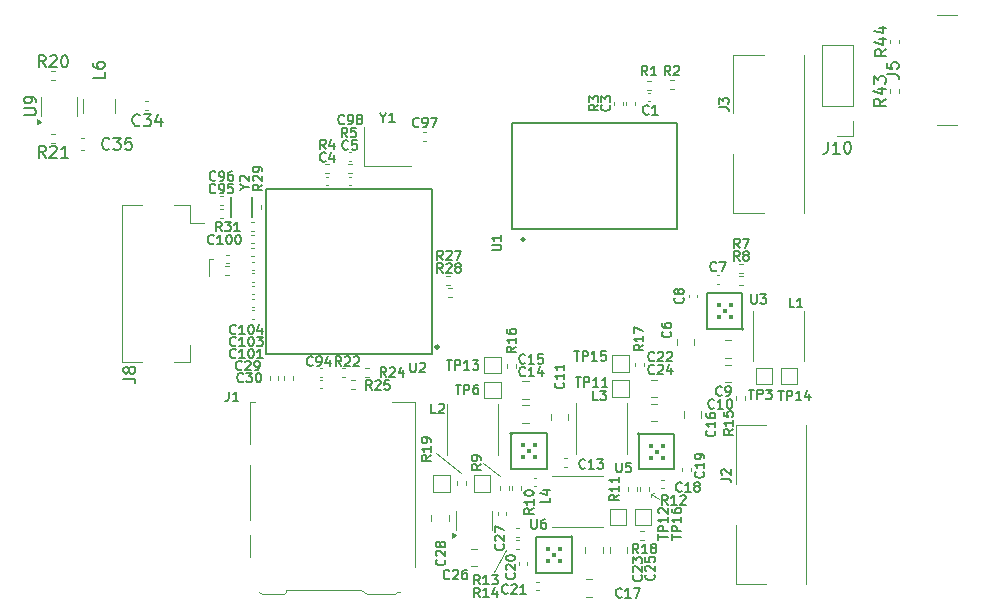
<source format=gbr>
%TF.GenerationSoftware,KiCad,Pcbnew,8.0.2-1*%
%TF.CreationDate,2024-06-14T18:00:13+02:00*%
%TF.ProjectId,hardware,68617264-7761-4726-952e-6b696361645f,rev?*%
%TF.SameCoordinates,Original*%
%TF.FileFunction,Legend,Top*%
%TF.FilePolarity,Positive*%
%FSLAX46Y46*%
G04 Gerber Fmt 4.6, Leading zero omitted, Abs format (unit mm)*
G04 Created by KiCad (PCBNEW 8.0.2-1) date 2024-06-14 18:00:13*
%MOMM*%
%LPD*%
G01*
G04 APERTURE LIST*
%ADD10C,0.120000*%
%ADD11C,0.150000*%
%ADD12C,0.250000*%
%ADD13C,0.203200*%
%ADD14C,0.450000*%
G04 APERTURE END LIST*
D10*
X122138440Y-124327920D02*
X124231400Y-126004320D01*
X140970000Y-128270000D02*
X140335000Y-127825500D01*
X102870000Y-107950000D02*
X102870000Y-109347000D01*
X126116080Y-125211840D02*
X127508000Y-126288800D01*
X140335000Y-127825500D02*
X140335000Y-128079500D01*
X103251000Y-107950000D02*
X102870000Y-107950000D01*
X127055880Y-134391400D02*
X128021080Y-132562600D01*
X140335000Y-127825500D02*
X140589000Y-127762000D01*
D11*
X97032142Y-96559580D02*
X96984523Y-96607200D01*
X96984523Y-96607200D02*
X96841666Y-96654819D01*
X96841666Y-96654819D02*
X96746428Y-96654819D01*
X96746428Y-96654819D02*
X96603571Y-96607200D01*
X96603571Y-96607200D02*
X96508333Y-96511961D01*
X96508333Y-96511961D02*
X96460714Y-96416723D01*
X96460714Y-96416723D02*
X96413095Y-96226247D01*
X96413095Y-96226247D02*
X96413095Y-96083390D01*
X96413095Y-96083390D02*
X96460714Y-95892914D01*
X96460714Y-95892914D02*
X96508333Y-95797676D01*
X96508333Y-95797676D02*
X96603571Y-95702438D01*
X96603571Y-95702438D02*
X96746428Y-95654819D01*
X96746428Y-95654819D02*
X96841666Y-95654819D01*
X96841666Y-95654819D02*
X96984523Y-95702438D01*
X96984523Y-95702438D02*
X97032142Y-95750057D01*
X97365476Y-95654819D02*
X97984523Y-95654819D01*
X97984523Y-95654819D02*
X97651190Y-96035771D01*
X97651190Y-96035771D02*
X97794047Y-96035771D01*
X97794047Y-96035771D02*
X97889285Y-96083390D01*
X97889285Y-96083390D02*
X97936904Y-96131009D01*
X97936904Y-96131009D02*
X97984523Y-96226247D01*
X97984523Y-96226247D02*
X97984523Y-96464342D01*
X97984523Y-96464342D02*
X97936904Y-96559580D01*
X97936904Y-96559580D02*
X97889285Y-96607200D01*
X97889285Y-96607200D02*
X97794047Y-96654819D01*
X97794047Y-96654819D02*
X97508333Y-96654819D01*
X97508333Y-96654819D02*
X97413095Y-96607200D01*
X97413095Y-96607200D02*
X97365476Y-96559580D01*
X98841666Y-95988152D02*
X98841666Y-96654819D01*
X98603571Y-95607200D02*
X98365476Y-96321485D01*
X98365476Y-96321485D02*
X98984523Y-96321485D01*
X119948992Y-116678295D02*
X119948992Y-117325914D01*
X119948992Y-117325914D02*
X119987087Y-117402104D01*
X119987087Y-117402104D02*
X120025182Y-117440200D01*
X120025182Y-117440200D02*
X120101373Y-117478295D01*
X120101373Y-117478295D02*
X120253754Y-117478295D01*
X120253754Y-117478295D02*
X120329944Y-117440200D01*
X120329944Y-117440200D02*
X120368039Y-117402104D01*
X120368039Y-117402104D02*
X120406135Y-117325914D01*
X120406135Y-117325914D02*
X120406135Y-116678295D01*
X120748991Y-116754485D02*
X120787087Y-116716390D01*
X120787087Y-116716390D02*
X120863277Y-116678295D01*
X120863277Y-116678295D02*
X121053753Y-116678295D01*
X121053753Y-116678295D02*
X121129944Y-116716390D01*
X121129944Y-116716390D02*
X121168039Y-116754485D01*
X121168039Y-116754485D02*
X121206134Y-116830676D01*
X121206134Y-116830676D02*
X121206134Y-116906866D01*
X121206134Y-116906866D02*
X121168039Y-117021152D01*
X121168039Y-117021152D02*
X120710896Y-117478295D01*
X120710896Y-117478295D02*
X121206134Y-117478295D01*
X140011167Y-92372195D02*
X139744500Y-91991242D01*
X139554024Y-92372195D02*
X139554024Y-91572195D01*
X139554024Y-91572195D02*
X139858786Y-91572195D01*
X139858786Y-91572195D02*
X139934976Y-91610290D01*
X139934976Y-91610290D02*
X139973071Y-91648385D01*
X139973071Y-91648385D02*
X140011167Y-91724576D01*
X140011167Y-91724576D02*
X140011167Y-91838861D01*
X140011167Y-91838861D02*
X139973071Y-91915052D01*
X139973071Y-91915052D02*
X139934976Y-91953147D01*
X139934976Y-91953147D02*
X139858786Y-91991242D01*
X139858786Y-91991242D02*
X139554024Y-91991242D01*
X140773071Y-92372195D02*
X140315928Y-92372195D01*
X140544500Y-92372195D02*
X140544500Y-91572195D01*
X140544500Y-91572195D02*
X140468309Y-91686480D01*
X140468309Y-91686480D02*
X140392119Y-91762671D01*
X140392119Y-91762671D02*
X140315928Y-91800766D01*
X141955767Y-92368295D02*
X141689100Y-91987342D01*
X141498624Y-92368295D02*
X141498624Y-91568295D01*
X141498624Y-91568295D02*
X141803386Y-91568295D01*
X141803386Y-91568295D02*
X141879576Y-91606390D01*
X141879576Y-91606390D02*
X141917671Y-91644485D01*
X141917671Y-91644485D02*
X141955767Y-91720676D01*
X141955767Y-91720676D02*
X141955767Y-91834961D01*
X141955767Y-91834961D02*
X141917671Y-91911152D01*
X141917671Y-91911152D02*
X141879576Y-91949247D01*
X141879576Y-91949247D02*
X141803386Y-91987342D01*
X141803386Y-91987342D02*
X141498624Y-91987342D01*
X142260528Y-91644485D02*
X142298624Y-91606390D01*
X142298624Y-91606390D02*
X142374814Y-91568295D01*
X142374814Y-91568295D02*
X142565290Y-91568295D01*
X142565290Y-91568295D02*
X142641481Y-91606390D01*
X142641481Y-91606390D02*
X142679576Y-91644485D01*
X142679576Y-91644485D02*
X142717671Y-91720676D01*
X142717671Y-91720676D02*
X142717671Y-91796866D01*
X142717671Y-91796866D02*
X142679576Y-91911152D01*
X142679576Y-91911152D02*
X142222433Y-92368295D01*
X142222433Y-92368295D02*
X142717671Y-92368295D01*
X112769667Y-99600104D02*
X112731571Y-99638200D01*
X112731571Y-99638200D02*
X112617286Y-99676295D01*
X112617286Y-99676295D02*
X112541095Y-99676295D01*
X112541095Y-99676295D02*
X112426809Y-99638200D01*
X112426809Y-99638200D02*
X112350619Y-99562009D01*
X112350619Y-99562009D02*
X112312524Y-99485819D01*
X112312524Y-99485819D02*
X112274428Y-99333438D01*
X112274428Y-99333438D02*
X112274428Y-99219152D01*
X112274428Y-99219152D02*
X112312524Y-99066771D01*
X112312524Y-99066771D02*
X112350619Y-98990580D01*
X112350619Y-98990580D02*
X112426809Y-98914390D01*
X112426809Y-98914390D02*
X112541095Y-98876295D01*
X112541095Y-98876295D02*
X112617286Y-98876295D01*
X112617286Y-98876295D02*
X112731571Y-98914390D01*
X112731571Y-98914390D02*
X112769667Y-98952485D01*
X113455381Y-99142961D02*
X113455381Y-99676295D01*
X113264905Y-98838200D02*
X113074428Y-99409628D01*
X113074428Y-99409628D02*
X113569667Y-99409628D01*
X114674667Y-98584104D02*
X114636571Y-98622200D01*
X114636571Y-98622200D02*
X114522286Y-98660295D01*
X114522286Y-98660295D02*
X114446095Y-98660295D01*
X114446095Y-98660295D02*
X114331809Y-98622200D01*
X114331809Y-98622200D02*
X114255619Y-98546009D01*
X114255619Y-98546009D02*
X114217524Y-98469819D01*
X114217524Y-98469819D02*
X114179428Y-98317438D01*
X114179428Y-98317438D02*
X114179428Y-98203152D01*
X114179428Y-98203152D02*
X114217524Y-98050771D01*
X114217524Y-98050771D02*
X114255619Y-97974580D01*
X114255619Y-97974580D02*
X114331809Y-97898390D01*
X114331809Y-97898390D02*
X114446095Y-97860295D01*
X114446095Y-97860295D02*
X114522286Y-97860295D01*
X114522286Y-97860295D02*
X114636571Y-97898390D01*
X114636571Y-97898390D02*
X114674667Y-97936485D01*
X115398476Y-97860295D02*
X115017524Y-97860295D01*
X115017524Y-97860295D02*
X114979428Y-98241247D01*
X114979428Y-98241247D02*
X115017524Y-98203152D01*
X115017524Y-98203152D02*
X115093714Y-98165057D01*
X115093714Y-98165057D02*
X115284190Y-98165057D01*
X115284190Y-98165057D02*
X115360381Y-98203152D01*
X115360381Y-98203152D02*
X115398476Y-98241247D01*
X115398476Y-98241247D02*
X115436571Y-98317438D01*
X115436571Y-98317438D02*
X115436571Y-98507914D01*
X115436571Y-98507914D02*
X115398476Y-98584104D01*
X115398476Y-98584104D02*
X115360381Y-98622200D01*
X115360381Y-98622200D02*
X115284190Y-98660295D01*
X115284190Y-98660295D02*
X115093714Y-98660295D01*
X115093714Y-98660295D02*
X115017524Y-98622200D01*
X115017524Y-98622200D02*
X114979428Y-98584104D01*
X112769667Y-98596795D02*
X112503000Y-98215842D01*
X112312524Y-98596795D02*
X112312524Y-97796795D01*
X112312524Y-97796795D02*
X112617286Y-97796795D01*
X112617286Y-97796795D02*
X112693476Y-97834890D01*
X112693476Y-97834890D02*
X112731571Y-97872985D01*
X112731571Y-97872985D02*
X112769667Y-97949176D01*
X112769667Y-97949176D02*
X112769667Y-98063461D01*
X112769667Y-98063461D02*
X112731571Y-98139652D01*
X112731571Y-98139652D02*
X112693476Y-98177747D01*
X112693476Y-98177747D02*
X112617286Y-98215842D01*
X112617286Y-98215842D02*
X112312524Y-98215842D01*
X113455381Y-98063461D02*
X113455381Y-98596795D01*
X113264905Y-97758700D02*
X113074428Y-98330128D01*
X113074428Y-98330128D02*
X113569667Y-98330128D01*
X114611167Y-97580795D02*
X114344500Y-97199842D01*
X114154024Y-97580795D02*
X114154024Y-96780795D01*
X114154024Y-96780795D02*
X114458786Y-96780795D01*
X114458786Y-96780795D02*
X114534976Y-96818890D01*
X114534976Y-96818890D02*
X114573071Y-96856985D01*
X114573071Y-96856985D02*
X114611167Y-96933176D01*
X114611167Y-96933176D02*
X114611167Y-97047461D01*
X114611167Y-97047461D02*
X114573071Y-97123652D01*
X114573071Y-97123652D02*
X114534976Y-97161747D01*
X114534976Y-97161747D02*
X114458786Y-97199842D01*
X114458786Y-97199842D02*
X114154024Y-97199842D01*
X115334976Y-96780795D02*
X114954024Y-96780795D01*
X114954024Y-96780795D02*
X114915928Y-97161747D01*
X114915928Y-97161747D02*
X114954024Y-97123652D01*
X114954024Y-97123652D02*
X115030214Y-97085557D01*
X115030214Y-97085557D02*
X115220690Y-97085557D01*
X115220690Y-97085557D02*
X115296881Y-97123652D01*
X115296881Y-97123652D02*
X115334976Y-97161747D01*
X115334976Y-97161747D02*
X115373071Y-97237938D01*
X115373071Y-97237938D02*
X115373071Y-97428414D01*
X115373071Y-97428414D02*
X115334976Y-97504604D01*
X115334976Y-97504604D02*
X115296881Y-97542700D01*
X115296881Y-97542700D02*
X115220690Y-97580795D01*
X115220690Y-97580795D02*
X115030214Y-97580795D01*
X115030214Y-97580795D02*
X114954024Y-97542700D01*
X114954024Y-97542700D02*
X114915928Y-97504604D01*
X132874104Y-118370285D02*
X132912200Y-118408381D01*
X132912200Y-118408381D02*
X132950295Y-118522666D01*
X132950295Y-118522666D02*
X132950295Y-118598857D01*
X132950295Y-118598857D02*
X132912200Y-118713143D01*
X132912200Y-118713143D02*
X132836009Y-118789333D01*
X132836009Y-118789333D02*
X132759819Y-118827428D01*
X132759819Y-118827428D02*
X132607438Y-118865524D01*
X132607438Y-118865524D02*
X132493152Y-118865524D01*
X132493152Y-118865524D02*
X132340771Y-118827428D01*
X132340771Y-118827428D02*
X132264580Y-118789333D01*
X132264580Y-118789333D02*
X132188390Y-118713143D01*
X132188390Y-118713143D02*
X132150295Y-118598857D01*
X132150295Y-118598857D02*
X132150295Y-118522666D01*
X132150295Y-118522666D02*
X132188390Y-118408381D01*
X132188390Y-118408381D02*
X132226485Y-118370285D01*
X132950295Y-117608381D02*
X132950295Y-118065524D01*
X132950295Y-117836952D02*
X132150295Y-117836952D01*
X132150295Y-117836952D02*
X132264580Y-117913143D01*
X132264580Y-117913143D02*
X132340771Y-117989333D01*
X132340771Y-117989333D02*
X132378866Y-118065524D01*
X132950295Y-116846476D02*
X132950295Y-117303619D01*
X132950295Y-117075047D02*
X132150295Y-117075047D01*
X132150295Y-117075047D02*
X132264580Y-117151238D01*
X132264580Y-117151238D02*
X132340771Y-117227428D01*
X132340771Y-117227428D02*
X132378866Y-117303619D01*
X134740714Y-125571604D02*
X134702618Y-125609700D01*
X134702618Y-125609700D02*
X134588333Y-125647795D01*
X134588333Y-125647795D02*
X134512142Y-125647795D01*
X134512142Y-125647795D02*
X134397856Y-125609700D01*
X134397856Y-125609700D02*
X134321666Y-125533509D01*
X134321666Y-125533509D02*
X134283571Y-125457319D01*
X134283571Y-125457319D02*
X134245475Y-125304938D01*
X134245475Y-125304938D02*
X134245475Y-125190652D01*
X134245475Y-125190652D02*
X134283571Y-125038271D01*
X134283571Y-125038271D02*
X134321666Y-124962080D01*
X134321666Y-124962080D02*
X134397856Y-124885890D01*
X134397856Y-124885890D02*
X134512142Y-124847795D01*
X134512142Y-124847795D02*
X134588333Y-124847795D01*
X134588333Y-124847795D02*
X134702618Y-124885890D01*
X134702618Y-124885890D02*
X134740714Y-124923985D01*
X135502618Y-125647795D02*
X135045475Y-125647795D01*
X135274047Y-125647795D02*
X135274047Y-124847795D01*
X135274047Y-124847795D02*
X135197856Y-124962080D01*
X135197856Y-124962080D02*
X135121666Y-125038271D01*
X135121666Y-125038271D02*
X135045475Y-125076366D01*
X135769285Y-124847795D02*
X136264523Y-124847795D01*
X136264523Y-124847795D02*
X135997857Y-125152557D01*
X135997857Y-125152557D02*
X136112142Y-125152557D01*
X136112142Y-125152557D02*
X136188333Y-125190652D01*
X136188333Y-125190652D02*
X136226428Y-125228747D01*
X136226428Y-125228747D02*
X136264523Y-125304938D01*
X136264523Y-125304938D02*
X136264523Y-125495414D01*
X136264523Y-125495414D02*
X136226428Y-125571604D01*
X136226428Y-125571604D02*
X136188333Y-125609700D01*
X136188333Y-125609700D02*
X136112142Y-125647795D01*
X136112142Y-125647795D02*
X135883571Y-125647795D01*
X135883571Y-125647795D02*
X135807380Y-125609700D01*
X135807380Y-125609700D02*
X135769285Y-125571604D01*
X129660714Y-117761104D02*
X129622618Y-117799200D01*
X129622618Y-117799200D02*
X129508333Y-117837295D01*
X129508333Y-117837295D02*
X129432142Y-117837295D01*
X129432142Y-117837295D02*
X129317856Y-117799200D01*
X129317856Y-117799200D02*
X129241666Y-117723009D01*
X129241666Y-117723009D02*
X129203571Y-117646819D01*
X129203571Y-117646819D02*
X129165475Y-117494438D01*
X129165475Y-117494438D02*
X129165475Y-117380152D01*
X129165475Y-117380152D02*
X129203571Y-117227771D01*
X129203571Y-117227771D02*
X129241666Y-117151580D01*
X129241666Y-117151580D02*
X129317856Y-117075390D01*
X129317856Y-117075390D02*
X129432142Y-117037295D01*
X129432142Y-117037295D02*
X129508333Y-117037295D01*
X129508333Y-117037295D02*
X129622618Y-117075390D01*
X129622618Y-117075390D02*
X129660714Y-117113485D01*
X130422618Y-117837295D02*
X129965475Y-117837295D01*
X130194047Y-117837295D02*
X130194047Y-117037295D01*
X130194047Y-117037295D02*
X130117856Y-117151580D01*
X130117856Y-117151580D02*
X130041666Y-117227771D01*
X130041666Y-117227771D02*
X129965475Y-117265866D01*
X131108333Y-117303961D02*
X131108333Y-117837295D01*
X130917857Y-116999200D02*
X130727380Y-117570628D01*
X130727380Y-117570628D02*
X131222619Y-117570628D01*
X129660714Y-116681604D02*
X129622618Y-116719700D01*
X129622618Y-116719700D02*
X129508333Y-116757795D01*
X129508333Y-116757795D02*
X129432142Y-116757795D01*
X129432142Y-116757795D02*
X129317856Y-116719700D01*
X129317856Y-116719700D02*
X129241666Y-116643509D01*
X129241666Y-116643509D02*
X129203571Y-116567319D01*
X129203571Y-116567319D02*
X129165475Y-116414938D01*
X129165475Y-116414938D02*
X129165475Y-116300652D01*
X129165475Y-116300652D02*
X129203571Y-116148271D01*
X129203571Y-116148271D02*
X129241666Y-116072080D01*
X129241666Y-116072080D02*
X129317856Y-115995890D01*
X129317856Y-115995890D02*
X129432142Y-115957795D01*
X129432142Y-115957795D02*
X129508333Y-115957795D01*
X129508333Y-115957795D02*
X129622618Y-115995890D01*
X129622618Y-115995890D02*
X129660714Y-116033985D01*
X130422618Y-116757795D02*
X129965475Y-116757795D01*
X130194047Y-116757795D02*
X130194047Y-115957795D01*
X130194047Y-115957795D02*
X130117856Y-116072080D01*
X130117856Y-116072080D02*
X130041666Y-116148271D01*
X130041666Y-116148271D02*
X129965475Y-116186366D01*
X131146428Y-115957795D02*
X130765476Y-115957795D01*
X130765476Y-115957795D02*
X130727380Y-116338747D01*
X130727380Y-116338747D02*
X130765476Y-116300652D01*
X130765476Y-116300652D02*
X130841666Y-116262557D01*
X130841666Y-116262557D02*
X131032142Y-116262557D01*
X131032142Y-116262557D02*
X131108333Y-116300652D01*
X131108333Y-116300652D02*
X131146428Y-116338747D01*
X131146428Y-116338747D02*
X131184523Y-116414938D01*
X131184523Y-116414938D02*
X131184523Y-116605414D01*
X131184523Y-116605414D02*
X131146428Y-116681604D01*
X131146428Y-116681604D02*
X131108333Y-116719700D01*
X131108333Y-116719700D02*
X131032142Y-116757795D01*
X131032142Y-116757795D02*
X130841666Y-116757795D01*
X130841666Y-116757795D02*
X130765476Y-116719700D01*
X130765476Y-116719700D02*
X130727380Y-116681604D01*
X145701104Y-122434285D02*
X145739200Y-122472381D01*
X145739200Y-122472381D02*
X145777295Y-122586666D01*
X145777295Y-122586666D02*
X145777295Y-122662857D01*
X145777295Y-122662857D02*
X145739200Y-122777143D01*
X145739200Y-122777143D02*
X145663009Y-122853333D01*
X145663009Y-122853333D02*
X145586819Y-122891428D01*
X145586819Y-122891428D02*
X145434438Y-122929524D01*
X145434438Y-122929524D02*
X145320152Y-122929524D01*
X145320152Y-122929524D02*
X145167771Y-122891428D01*
X145167771Y-122891428D02*
X145091580Y-122853333D01*
X145091580Y-122853333D02*
X145015390Y-122777143D01*
X145015390Y-122777143D02*
X144977295Y-122662857D01*
X144977295Y-122662857D02*
X144977295Y-122586666D01*
X144977295Y-122586666D02*
X145015390Y-122472381D01*
X145015390Y-122472381D02*
X145053485Y-122434285D01*
X145777295Y-121672381D02*
X145777295Y-122129524D01*
X145777295Y-121900952D02*
X144977295Y-121900952D01*
X144977295Y-121900952D02*
X145091580Y-121977143D01*
X145091580Y-121977143D02*
X145167771Y-122053333D01*
X145167771Y-122053333D02*
X145205866Y-122129524D01*
X144977295Y-120986666D02*
X144977295Y-121139047D01*
X144977295Y-121139047D02*
X145015390Y-121215238D01*
X145015390Y-121215238D02*
X145053485Y-121253333D01*
X145053485Y-121253333D02*
X145167771Y-121329523D01*
X145167771Y-121329523D02*
X145320152Y-121367619D01*
X145320152Y-121367619D02*
X145624914Y-121367619D01*
X145624914Y-121367619D02*
X145701104Y-121329523D01*
X145701104Y-121329523D02*
X145739200Y-121291428D01*
X145739200Y-121291428D02*
X145777295Y-121215238D01*
X145777295Y-121215238D02*
X145777295Y-121062857D01*
X145777295Y-121062857D02*
X145739200Y-120986666D01*
X145739200Y-120986666D02*
X145701104Y-120948571D01*
X145701104Y-120948571D02*
X145624914Y-120910476D01*
X145624914Y-120910476D02*
X145434438Y-120910476D01*
X145434438Y-120910476D02*
X145358247Y-120948571D01*
X145358247Y-120948571D02*
X145320152Y-120986666D01*
X145320152Y-120986666D02*
X145282057Y-121062857D01*
X145282057Y-121062857D02*
X145282057Y-121215238D01*
X145282057Y-121215238D02*
X145320152Y-121291428D01*
X145320152Y-121291428D02*
X145358247Y-121329523D01*
X145358247Y-121329523D02*
X145434438Y-121367619D01*
X137852214Y-136493604D02*
X137814118Y-136531700D01*
X137814118Y-136531700D02*
X137699833Y-136569795D01*
X137699833Y-136569795D02*
X137623642Y-136569795D01*
X137623642Y-136569795D02*
X137509356Y-136531700D01*
X137509356Y-136531700D02*
X137433166Y-136455509D01*
X137433166Y-136455509D02*
X137395071Y-136379319D01*
X137395071Y-136379319D02*
X137356975Y-136226938D01*
X137356975Y-136226938D02*
X137356975Y-136112652D01*
X137356975Y-136112652D02*
X137395071Y-135960271D01*
X137395071Y-135960271D02*
X137433166Y-135884080D01*
X137433166Y-135884080D02*
X137509356Y-135807890D01*
X137509356Y-135807890D02*
X137623642Y-135769795D01*
X137623642Y-135769795D02*
X137699833Y-135769795D01*
X137699833Y-135769795D02*
X137814118Y-135807890D01*
X137814118Y-135807890D02*
X137852214Y-135845985D01*
X138614118Y-136569795D02*
X138156975Y-136569795D01*
X138385547Y-136569795D02*
X138385547Y-135769795D01*
X138385547Y-135769795D02*
X138309356Y-135884080D01*
X138309356Y-135884080D02*
X138233166Y-135960271D01*
X138233166Y-135960271D02*
X138156975Y-135998366D01*
X138880785Y-135769795D02*
X139414119Y-135769795D01*
X139414119Y-135769795D02*
X139071261Y-136569795D01*
X142932214Y-127540104D02*
X142894118Y-127578200D01*
X142894118Y-127578200D02*
X142779833Y-127616295D01*
X142779833Y-127616295D02*
X142703642Y-127616295D01*
X142703642Y-127616295D02*
X142589356Y-127578200D01*
X142589356Y-127578200D02*
X142513166Y-127502009D01*
X142513166Y-127502009D02*
X142475071Y-127425819D01*
X142475071Y-127425819D02*
X142436975Y-127273438D01*
X142436975Y-127273438D02*
X142436975Y-127159152D01*
X142436975Y-127159152D02*
X142475071Y-127006771D01*
X142475071Y-127006771D02*
X142513166Y-126930580D01*
X142513166Y-126930580D02*
X142589356Y-126854390D01*
X142589356Y-126854390D02*
X142703642Y-126816295D01*
X142703642Y-126816295D02*
X142779833Y-126816295D01*
X142779833Y-126816295D02*
X142894118Y-126854390D01*
X142894118Y-126854390D02*
X142932214Y-126892485D01*
X143694118Y-127616295D02*
X143236975Y-127616295D01*
X143465547Y-127616295D02*
X143465547Y-126816295D01*
X143465547Y-126816295D02*
X143389356Y-126930580D01*
X143389356Y-126930580D02*
X143313166Y-127006771D01*
X143313166Y-127006771D02*
X143236975Y-127044866D01*
X144151261Y-127159152D02*
X144075071Y-127121057D01*
X144075071Y-127121057D02*
X144036976Y-127082961D01*
X144036976Y-127082961D02*
X143998880Y-127006771D01*
X143998880Y-127006771D02*
X143998880Y-126968676D01*
X143998880Y-126968676D02*
X144036976Y-126892485D01*
X144036976Y-126892485D02*
X144075071Y-126854390D01*
X144075071Y-126854390D02*
X144151261Y-126816295D01*
X144151261Y-126816295D02*
X144303642Y-126816295D01*
X144303642Y-126816295D02*
X144379833Y-126854390D01*
X144379833Y-126854390D02*
X144417928Y-126892485D01*
X144417928Y-126892485D02*
X144456023Y-126968676D01*
X144456023Y-126968676D02*
X144456023Y-127006771D01*
X144456023Y-127006771D02*
X144417928Y-127082961D01*
X144417928Y-127082961D02*
X144379833Y-127121057D01*
X144379833Y-127121057D02*
X144303642Y-127159152D01*
X144303642Y-127159152D02*
X144151261Y-127159152D01*
X144151261Y-127159152D02*
X144075071Y-127197247D01*
X144075071Y-127197247D02*
X144036976Y-127235342D01*
X144036976Y-127235342D02*
X143998880Y-127311533D01*
X143998880Y-127311533D02*
X143998880Y-127463914D01*
X143998880Y-127463914D02*
X144036976Y-127540104D01*
X144036976Y-127540104D02*
X144075071Y-127578200D01*
X144075071Y-127578200D02*
X144151261Y-127616295D01*
X144151261Y-127616295D02*
X144303642Y-127616295D01*
X144303642Y-127616295D02*
X144379833Y-127578200D01*
X144379833Y-127578200D02*
X144417928Y-127540104D01*
X144417928Y-127540104D02*
X144456023Y-127463914D01*
X144456023Y-127463914D02*
X144456023Y-127311533D01*
X144456023Y-127311533D02*
X144417928Y-127235342D01*
X144417928Y-127235342D02*
X144379833Y-127197247D01*
X144379833Y-127197247D02*
X144303642Y-127159152D01*
X144748604Y-125926785D02*
X144786700Y-125964881D01*
X144786700Y-125964881D02*
X144824795Y-126079166D01*
X144824795Y-126079166D02*
X144824795Y-126155357D01*
X144824795Y-126155357D02*
X144786700Y-126269643D01*
X144786700Y-126269643D02*
X144710509Y-126345833D01*
X144710509Y-126345833D02*
X144634319Y-126383928D01*
X144634319Y-126383928D02*
X144481938Y-126422024D01*
X144481938Y-126422024D02*
X144367652Y-126422024D01*
X144367652Y-126422024D02*
X144215271Y-126383928D01*
X144215271Y-126383928D02*
X144139080Y-126345833D01*
X144139080Y-126345833D02*
X144062890Y-126269643D01*
X144062890Y-126269643D02*
X144024795Y-126155357D01*
X144024795Y-126155357D02*
X144024795Y-126079166D01*
X144024795Y-126079166D02*
X144062890Y-125964881D01*
X144062890Y-125964881D02*
X144100985Y-125926785D01*
X144824795Y-125164881D02*
X144824795Y-125622024D01*
X144824795Y-125393452D02*
X144024795Y-125393452D01*
X144024795Y-125393452D02*
X144139080Y-125469643D01*
X144139080Y-125469643D02*
X144215271Y-125545833D01*
X144215271Y-125545833D02*
X144253366Y-125622024D01*
X144824795Y-124783928D02*
X144824795Y-124631547D01*
X144824795Y-124631547D02*
X144786700Y-124555357D01*
X144786700Y-124555357D02*
X144748604Y-124517261D01*
X144748604Y-124517261D02*
X144634319Y-124441071D01*
X144634319Y-124441071D02*
X144481938Y-124402976D01*
X144481938Y-124402976D02*
X144177176Y-124402976D01*
X144177176Y-124402976D02*
X144100985Y-124441071D01*
X144100985Y-124441071D02*
X144062890Y-124479166D01*
X144062890Y-124479166D02*
X144024795Y-124555357D01*
X144024795Y-124555357D02*
X144024795Y-124707738D01*
X144024795Y-124707738D02*
X144062890Y-124783928D01*
X144062890Y-124783928D02*
X144100985Y-124822023D01*
X144100985Y-124822023D02*
X144177176Y-124860119D01*
X144177176Y-124860119D02*
X144367652Y-124860119D01*
X144367652Y-124860119D02*
X144443842Y-124822023D01*
X144443842Y-124822023D02*
X144481938Y-124783928D01*
X144481938Y-124783928D02*
X144520033Y-124707738D01*
X144520033Y-124707738D02*
X144520033Y-124555357D01*
X144520033Y-124555357D02*
X144481938Y-124479166D01*
X144481938Y-124479166D02*
X144443842Y-124441071D01*
X144443842Y-124441071D02*
X144367652Y-124402976D01*
X128744064Y-134504365D02*
X128782160Y-134542461D01*
X128782160Y-134542461D02*
X128820255Y-134656746D01*
X128820255Y-134656746D02*
X128820255Y-134732937D01*
X128820255Y-134732937D02*
X128782160Y-134847223D01*
X128782160Y-134847223D02*
X128705969Y-134923413D01*
X128705969Y-134923413D02*
X128629779Y-134961508D01*
X128629779Y-134961508D02*
X128477398Y-134999604D01*
X128477398Y-134999604D02*
X128363112Y-134999604D01*
X128363112Y-134999604D02*
X128210731Y-134961508D01*
X128210731Y-134961508D02*
X128134540Y-134923413D01*
X128134540Y-134923413D02*
X128058350Y-134847223D01*
X128058350Y-134847223D02*
X128020255Y-134732937D01*
X128020255Y-134732937D02*
X128020255Y-134656746D01*
X128020255Y-134656746D02*
X128058350Y-134542461D01*
X128058350Y-134542461D02*
X128096445Y-134504365D01*
X128096445Y-134199604D02*
X128058350Y-134161508D01*
X128058350Y-134161508D02*
X128020255Y-134085318D01*
X128020255Y-134085318D02*
X128020255Y-133894842D01*
X128020255Y-133894842D02*
X128058350Y-133818651D01*
X128058350Y-133818651D02*
X128096445Y-133780556D01*
X128096445Y-133780556D02*
X128172636Y-133742461D01*
X128172636Y-133742461D02*
X128248826Y-133742461D01*
X128248826Y-133742461D02*
X128363112Y-133780556D01*
X128363112Y-133780556D02*
X128820255Y-134237699D01*
X128820255Y-134237699D02*
X128820255Y-133742461D01*
X128020255Y-133247222D02*
X128020255Y-133171032D01*
X128020255Y-133171032D02*
X128058350Y-133094841D01*
X128058350Y-133094841D02*
X128096445Y-133056746D01*
X128096445Y-133056746D02*
X128172636Y-133018651D01*
X128172636Y-133018651D02*
X128325017Y-132980556D01*
X128325017Y-132980556D02*
X128515493Y-132980556D01*
X128515493Y-132980556D02*
X128667874Y-133018651D01*
X128667874Y-133018651D02*
X128744064Y-133056746D01*
X128744064Y-133056746D02*
X128782160Y-133094841D01*
X128782160Y-133094841D02*
X128820255Y-133171032D01*
X128820255Y-133171032D02*
X128820255Y-133247222D01*
X128820255Y-133247222D02*
X128782160Y-133323413D01*
X128782160Y-133323413D02*
X128744064Y-133361508D01*
X128744064Y-133361508D02*
X128667874Y-133399603D01*
X128667874Y-133399603D02*
X128515493Y-133437699D01*
X128515493Y-133437699D02*
X128325017Y-133437699D01*
X128325017Y-133437699D02*
X128172636Y-133399603D01*
X128172636Y-133399603D02*
X128096445Y-133361508D01*
X128096445Y-133361508D02*
X128058350Y-133323413D01*
X128058350Y-133323413D02*
X128020255Y-133247222D01*
X128200214Y-136176104D02*
X128162118Y-136214200D01*
X128162118Y-136214200D02*
X128047833Y-136252295D01*
X128047833Y-136252295D02*
X127971642Y-136252295D01*
X127971642Y-136252295D02*
X127857356Y-136214200D01*
X127857356Y-136214200D02*
X127781166Y-136138009D01*
X127781166Y-136138009D02*
X127743071Y-136061819D01*
X127743071Y-136061819D02*
X127704975Y-135909438D01*
X127704975Y-135909438D02*
X127704975Y-135795152D01*
X127704975Y-135795152D02*
X127743071Y-135642771D01*
X127743071Y-135642771D02*
X127781166Y-135566580D01*
X127781166Y-135566580D02*
X127857356Y-135490390D01*
X127857356Y-135490390D02*
X127971642Y-135452295D01*
X127971642Y-135452295D02*
X128047833Y-135452295D01*
X128047833Y-135452295D02*
X128162118Y-135490390D01*
X128162118Y-135490390D02*
X128200214Y-135528485D01*
X128504975Y-135528485D02*
X128543071Y-135490390D01*
X128543071Y-135490390D02*
X128619261Y-135452295D01*
X128619261Y-135452295D02*
X128809737Y-135452295D01*
X128809737Y-135452295D02*
X128885928Y-135490390D01*
X128885928Y-135490390D02*
X128924023Y-135528485D01*
X128924023Y-135528485D02*
X128962118Y-135604676D01*
X128962118Y-135604676D02*
X128962118Y-135680866D01*
X128962118Y-135680866D02*
X128924023Y-135795152D01*
X128924023Y-135795152D02*
X128466880Y-136252295D01*
X128466880Y-136252295D02*
X128962118Y-136252295D01*
X129724023Y-136252295D02*
X129266880Y-136252295D01*
X129495452Y-136252295D02*
X129495452Y-135452295D01*
X129495452Y-135452295D02*
X129419261Y-135566580D01*
X129419261Y-135566580D02*
X129343071Y-135642771D01*
X129343071Y-135642771D02*
X129266880Y-135680866D01*
X140582714Y-116491104D02*
X140544618Y-116529200D01*
X140544618Y-116529200D02*
X140430333Y-116567295D01*
X140430333Y-116567295D02*
X140354142Y-116567295D01*
X140354142Y-116567295D02*
X140239856Y-116529200D01*
X140239856Y-116529200D02*
X140163666Y-116453009D01*
X140163666Y-116453009D02*
X140125571Y-116376819D01*
X140125571Y-116376819D02*
X140087475Y-116224438D01*
X140087475Y-116224438D02*
X140087475Y-116110152D01*
X140087475Y-116110152D02*
X140125571Y-115957771D01*
X140125571Y-115957771D02*
X140163666Y-115881580D01*
X140163666Y-115881580D02*
X140239856Y-115805390D01*
X140239856Y-115805390D02*
X140354142Y-115767295D01*
X140354142Y-115767295D02*
X140430333Y-115767295D01*
X140430333Y-115767295D02*
X140544618Y-115805390D01*
X140544618Y-115805390D02*
X140582714Y-115843485D01*
X140887475Y-115843485D02*
X140925571Y-115805390D01*
X140925571Y-115805390D02*
X141001761Y-115767295D01*
X141001761Y-115767295D02*
X141192237Y-115767295D01*
X141192237Y-115767295D02*
X141268428Y-115805390D01*
X141268428Y-115805390D02*
X141306523Y-115843485D01*
X141306523Y-115843485D02*
X141344618Y-115919676D01*
X141344618Y-115919676D02*
X141344618Y-115995866D01*
X141344618Y-115995866D02*
X141306523Y-116110152D01*
X141306523Y-116110152D02*
X140849380Y-116567295D01*
X140849380Y-116567295D02*
X141344618Y-116567295D01*
X141649380Y-115843485D02*
X141687476Y-115805390D01*
X141687476Y-115805390D02*
X141763666Y-115767295D01*
X141763666Y-115767295D02*
X141954142Y-115767295D01*
X141954142Y-115767295D02*
X142030333Y-115805390D01*
X142030333Y-115805390D02*
X142068428Y-115843485D01*
X142068428Y-115843485D02*
X142106523Y-115919676D01*
X142106523Y-115919676D02*
X142106523Y-115995866D01*
X142106523Y-115995866D02*
X142068428Y-116110152D01*
X142068428Y-116110152D02*
X141611285Y-116567295D01*
X141611285Y-116567295D02*
X142106523Y-116567295D01*
X139478104Y-134689785D02*
X139516200Y-134727881D01*
X139516200Y-134727881D02*
X139554295Y-134842166D01*
X139554295Y-134842166D02*
X139554295Y-134918357D01*
X139554295Y-134918357D02*
X139516200Y-135032643D01*
X139516200Y-135032643D02*
X139440009Y-135108833D01*
X139440009Y-135108833D02*
X139363819Y-135146928D01*
X139363819Y-135146928D02*
X139211438Y-135185024D01*
X139211438Y-135185024D02*
X139097152Y-135185024D01*
X139097152Y-135185024D02*
X138944771Y-135146928D01*
X138944771Y-135146928D02*
X138868580Y-135108833D01*
X138868580Y-135108833D02*
X138792390Y-135032643D01*
X138792390Y-135032643D02*
X138754295Y-134918357D01*
X138754295Y-134918357D02*
X138754295Y-134842166D01*
X138754295Y-134842166D02*
X138792390Y-134727881D01*
X138792390Y-134727881D02*
X138830485Y-134689785D01*
X138830485Y-134385024D02*
X138792390Y-134346928D01*
X138792390Y-134346928D02*
X138754295Y-134270738D01*
X138754295Y-134270738D02*
X138754295Y-134080262D01*
X138754295Y-134080262D02*
X138792390Y-134004071D01*
X138792390Y-134004071D02*
X138830485Y-133965976D01*
X138830485Y-133965976D02*
X138906676Y-133927881D01*
X138906676Y-133927881D02*
X138982866Y-133927881D01*
X138982866Y-133927881D02*
X139097152Y-133965976D01*
X139097152Y-133965976D02*
X139554295Y-134423119D01*
X139554295Y-134423119D02*
X139554295Y-133927881D01*
X138754295Y-133661214D02*
X138754295Y-133165976D01*
X138754295Y-133165976D02*
X139059057Y-133432642D01*
X139059057Y-133432642D02*
X139059057Y-133318357D01*
X139059057Y-133318357D02*
X139097152Y-133242166D01*
X139097152Y-133242166D02*
X139135247Y-133204071D01*
X139135247Y-133204071D02*
X139211438Y-133165976D01*
X139211438Y-133165976D02*
X139401914Y-133165976D01*
X139401914Y-133165976D02*
X139478104Y-133204071D01*
X139478104Y-133204071D02*
X139516200Y-133242166D01*
X139516200Y-133242166D02*
X139554295Y-133318357D01*
X139554295Y-133318357D02*
X139554295Y-133546928D01*
X139554295Y-133546928D02*
X139516200Y-133623119D01*
X139516200Y-133623119D02*
X139478104Y-133661214D01*
X140582714Y-117570604D02*
X140544618Y-117608700D01*
X140544618Y-117608700D02*
X140430333Y-117646795D01*
X140430333Y-117646795D02*
X140354142Y-117646795D01*
X140354142Y-117646795D02*
X140239856Y-117608700D01*
X140239856Y-117608700D02*
X140163666Y-117532509D01*
X140163666Y-117532509D02*
X140125571Y-117456319D01*
X140125571Y-117456319D02*
X140087475Y-117303938D01*
X140087475Y-117303938D02*
X140087475Y-117189652D01*
X140087475Y-117189652D02*
X140125571Y-117037271D01*
X140125571Y-117037271D02*
X140163666Y-116961080D01*
X140163666Y-116961080D02*
X140239856Y-116884890D01*
X140239856Y-116884890D02*
X140354142Y-116846795D01*
X140354142Y-116846795D02*
X140430333Y-116846795D01*
X140430333Y-116846795D02*
X140544618Y-116884890D01*
X140544618Y-116884890D02*
X140582714Y-116922985D01*
X140887475Y-116922985D02*
X140925571Y-116884890D01*
X140925571Y-116884890D02*
X141001761Y-116846795D01*
X141001761Y-116846795D02*
X141192237Y-116846795D01*
X141192237Y-116846795D02*
X141268428Y-116884890D01*
X141268428Y-116884890D02*
X141306523Y-116922985D01*
X141306523Y-116922985D02*
X141344618Y-116999176D01*
X141344618Y-116999176D02*
X141344618Y-117075366D01*
X141344618Y-117075366D02*
X141306523Y-117189652D01*
X141306523Y-117189652D02*
X140849380Y-117646795D01*
X140849380Y-117646795D02*
X141344618Y-117646795D01*
X142030333Y-117113461D02*
X142030333Y-117646795D01*
X141839857Y-116808700D02*
X141649380Y-117380128D01*
X141649380Y-117380128D02*
X142144619Y-117380128D01*
X140557604Y-134626285D02*
X140595700Y-134664381D01*
X140595700Y-134664381D02*
X140633795Y-134778666D01*
X140633795Y-134778666D02*
X140633795Y-134854857D01*
X140633795Y-134854857D02*
X140595700Y-134969143D01*
X140595700Y-134969143D02*
X140519509Y-135045333D01*
X140519509Y-135045333D02*
X140443319Y-135083428D01*
X140443319Y-135083428D02*
X140290938Y-135121524D01*
X140290938Y-135121524D02*
X140176652Y-135121524D01*
X140176652Y-135121524D02*
X140024271Y-135083428D01*
X140024271Y-135083428D02*
X139948080Y-135045333D01*
X139948080Y-135045333D02*
X139871890Y-134969143D01*
X139871890Y-134969143D02*
X139833795Y-134854857D01*
X139833795Y-134854857D02*
X139833795Y-134778666D01*
X139833795Y-134778666D02*
X139871890Y-134664381D01*
X139871890Y-134664381D02*
X139909985Y-134626285D01*
X139909985Y-134321524D02*
X139871890Y-134283428D01*
X139871890Y-134283428D02*
X139833795Y-134207238D01*
X139833795Y-134207238D02*
X139833795Y-134016762D01*
X139833795Y-134016762D02*
X139871890Y-133940571D01*
X139871890Y-133940571D02*
X139909985Y-133902476D01*
X139909985Y-133902476D02*
X139986176Y-133864381D01*
X139986176Y-133864381D02*
X140062366Y-133864381D01*
X140062366Y-133864381D02*
X140176652Y-133902476D01*
X140176652Y-133902476D02*
X140633795Y-134359619D01*
X140633795Y-134359619D02*
X140633795Y-133864381D01*
X139833795Y-133140571D02*
X139833795Y-133521523D01*
X139833795Y-133521523D02*
X140214747Y-133559619D01*
X140214747Y-133559619D02*
X140176652Y-133521523D01*
X140176652Y-133521523D02*
X140138557Y-133445333D01*
X140138557Y-133445333D02*
X140138557Y-133254857D01*
X140138557Y-133254857D02*
X140176652Y-133178666D01*
X140176652Y-133178666D02*
X140214747Y-133140571D01*
X140214747Y-133140571D02*
X140290938Y-133102476D01*
X140290938Y-133102476D02*
X140481414Y-133102476D01*
X140481414Y-133102476D02*
X140557604Y-133140571D01*
X140557604Y-133140571D02*
X140595700Y-133178666D01*
X140595700Y-133178666D02*
X140633795Y-133254857D01*
X140633795Y-133254857D02*
X140633795Y-133445333D01*
X140633795Y-133445333D02*
X140595700Y-133521523D01*
X140595700Y-133521523D02*
X140557604Y-133559619D01*
X122104166Y-120948795D02*
X121723214Y-120948795D01*
X121723214Y-120948795D02*
X121723214Y-120148795D01*
X122332737Y-120224985D02*
X122370833Y-120186890D01*
X122370833Y-120186890D02*
X122447023Y-120148795D01*
X122447023Y-120148795D02*
X122637499Y-120148795D01*
X122637499Y-120148795D02*
X122713690Y-120186890D01*
X122713690Y-120186890D02*
X122751785Y-120224985D01*
X122751785Y-120224985D02*
X122789880Y-120301176D01*
X122789880Y-120301176D02*
X122789880Y-120377366D01*
X122789880Y-120377366D02*
X122751785Y-120491652D01*
X122751785Y-120491652D02*
X122294642Y-120948795D01*
X122294642Y-120948795D02*
X122789880Y-120948795D01*
X135820166Y-119869295D02*
X135439214Y-119869295D01*
X135439214Y-119869295D02*
X135439214Y-119069295D01*
X136010642Y-119069295D02*
X136505880Y-119069295D01*
X136505880Y-119069295D02*
X136239214Y-119374057D01*
X136239214Y-119374057D02*
X136353499Y-119374057D01*
X136353499Y-119374057D02*
X136429690Y-119412152D01*
X136429690Y-119412152D02*
X136467785Y-119450247D01*
X136467785Y-119450247D02*
X136505880Y-119526438D01*
X136505880Y-119526438D02*
X136505880Y-119716914D01*
X136505880Y-119716914D02*
X136467785Y-119793104D01*
X136467785Y-119793104D02*
X136429690Y-119831200D01*
X136429690Y-119831200D02*
X136353499Y-119869295D01*
X136353499Y-119869295D02*
X136124928Y-119869295D01*
X136124928Y-119869295D02*
X136048737Y-119831200D01*
X136048737Y-119831200D02*
X136010642Y-119793104D01*
X131746335Y-128103613D02*
X131746335Y-128484565D01*
X131746335Y-128484565D02*
X130946335Y-128484565D01*
X131213001Y-127494089D02*
X131746335Y-127494089D01*
X130908240Y-127684565D02*
X131479668Y-127875042D01*
X131479668Y-127875042D02*
X131479668Y-127379803D01*
X137585795Y-127895285D02*
X137204842Y-128161952D01*
X137585795Y-128352428D02*
X136785795Y-128352428D01*
X136785795Y-128352428D02*
X136785795Y-128047666D01*
X136785795Y-128047666D02*
X136823890Y-127971476D01*
X136823890Y-127971476D02*
X136861985Y-127933381D01*
X136861985Y-127933381D02*
X136938176Y-127895285D01*
X136938176Y-127895285D02*
X137052461Y-127895285D01*
X137052461Y-127895285D02*
X137128652Y-127933381D01*
X137128652Y-127933381D02*
X137166747Y-127971476D01*
X137166747Y-127971476D02*
X137204842Y-128047666D01*
X137204842Y-128047666D02*
X137204842Y-128352428D01*
X137585795Y-127133381D02*
X137585795Y-127590524D01*
X137585795Y-127361952D02*
X136785795Y-127361952D01*
X136785795Y-127361952D02*
X136900080Y-127438143D01*
X136900080Y-127438143D02*
X136976271Y-127514333D01*
X136976271Y-127514333D02*
X137014366Y-127590524D01*
X137585795Y-126371476D02*
X137585795Y-126828619D01*
X137585795Y-126600047D02*
X136785795Y-126600047D01*
X136785795Y-126600047D02*
X136900080Y-126676238D01*
X136900080Y-126676238D02*
X136976271Y-126752428D01*
X136976271Y-126752428D02*
X137014366Y-126828619D01*
X141725714Y-128695795D02*
X141459047Y-128314842D01*
X141268571Y-128695795D02*
X141268571Y-127895795D01*
X141268571Y-127895795D02*
X141573333Y-127895795D01*
X141573333Y-127895795D02*
X141649523Y-127933890D01*
X141649523Y-127933890D02*
X141687618Y-127971985D01*
X141687618Y-127971985D02*
X141725714Y-128048176D01*
X141725714Y-128048176D02*
X141725714Y-128162461D01*
X141725714Y-128162461D02*
X141687618Y-128238652D01*
X141687618Y-128238652D02*
X141649523Y-128276747D01*
X141649523Y-128276747D02*
X141573333Y-128314842D01*
X141573333Y-128314842D02*
X141268571Y-128314842D01*
X142487618Y-128695795D02*
X142030475Y-128695795D01*
X142259047Y-128695795D02*
X142259047Y-127895795D01*
X142259047Y-127895795D02*
X142182856Y-128010080D01*
X142182856Y-128010080D02*
X142106666Y-128086271D01*
X142106666Y-128086271D02*
X142030475Y-128124366D01*
X142792380Y-127971985D02*
X142830476Y-127933890D01*
X142830476Y-127933890D02*
X142906666Y-127895795D01*
X142906666Y-127895795D02*
X143097142Y-127895795D01*
X143097142Y-127895795D02*
X143173333Y-127933890D01*
X143173333Y-127933890D02*
X143211428Y-127971985D01*
X143211428Y-127971985D02*
X143249523Y-128048176D01*
X143249523Y-128048176D02*
X143249523Y-128124366D01*
X143249523Y-128124366D02*
X143211428Y-128238652D01*
X143211428Y-128238652D02*
X142754285Y-128695795D01*
X142754285Y-128695795D02*
X143249523Y-128695795D01*
X125830394Y-135464895D02*
X125563727Y-135083942D01*
X125373251Y-135464895D02*
X125373251Y-134664895D01*
X125373251Y-134664895D02*
X125678013Y-134664895D01*
X125678013Y-134664895D02*
X125754203Y-134702990D01*
X125754203Y-134702990D02*
X125792298Y-134741085D01*
X125792298Y-134741085D02*
X125830394Y-134817276D01*
X125830394Y-134817276D02*
X125830394Y-134931561D01*
X125830394Y-134931561D02*
X125792298Y-135007752D01*
X125792298Y-135007752D02*
X125754203Y-135045847D01*
X125754203Y-135045847D02*
X125678013Y-135083942D01*
X125678013Y-135083942D02*
X125373251Y-135083942D01*
X126592298Y-135464895D02*
X126135155Y-135464895D01*
X126363727Y-135464895D02*
X126363727Y-134664895D01*
X126363727Y-134664895D02*
X126287536Y-134779180D01*
X126287536Y-134779180D02*
X126211346Y-134855371D01*
X126211346Y-134855371D02*
X126135155Y-134893466D01*
X126858965Y-134664895D02*
X127354203Y-134664895D01*
X127354203Y-134664895D02*
X127087537Y-134969657D01*
X127087537Y-134969657D02*
X127201822Y-134969657D01*
X127201822Y-134969657D02*
X127278013Y-135007752D01*
X127278013Y-135007752D02*
X127316108Y-135045847D01*
X127316108Y-135045847D02*
X127354203Y-135122038D01*
X127354203Y-135122038D02*
X127354203Y-135312514D01*
X127354203Y-135312514D02*
X127316108Y-135388704D01*
X127316108Y-135388704D02*
X127278013Y-135426800D01*
X127278013Y-135426800D02*
X127201822Y-135464895D01*
X127201822Y-135464895D02*
X126973251Y-135464895D01*
X126973251Y-135464895D02*
X126897060Y-135426800D01*
X126897060Y-135426800D02*
X126858965Y-135388704D01*
X128886295Y-115322285D02*
X128505342Y-115588952D01*
X128886295Y-115779428D02*
X128086295Y-115779428D01*
X128086295Y-115779428D02*
X128086295Y-115474666D01*
X128086295Y-115474666D02*
X128124390Y-115398476D01*
X128124390Y-115398476D02*
X128162485Y-115360381D01*
X128162485Y-115360381D02*
X128238676Y-115322285D01*
X128238676Y-115322285D02*
X128352961Y-115322285D01*
X128352961Y-115322285D02*
X128429152Y-115360381D01*
X128429152Y-115360381D02*
X128467247Y-115398476D01*
X128467247Y-115398476D02*
X128505342Y-115474666D01*
X128505342Y-115474666D02*
X128505342Y-115779428D01*
X128886295Y-114560381D02*
X128886295Y-115017524D01*
X128886295Y-114788952D02*
X128086295Y-114788952D01*
X128086295Y-114788952D02*
X128200580Y-114865143D01*
X128200580Y-114865143D02*
X128276771Y-114941333D01*
X128276771Y-114941333D02*
X128314866Y-115017524D01*
X128086295Y-113874666D02*
X128086295Y-114027047D01*
X128086295Y-114027047D02*
X128124390Y-114103238D01*
X128124390Y-114103238D02*
X128162485Y-114141333D01*
X128162485Y-114141333D02*
X128276771Y-114217523D01*
X128276771Y-114217523D02*
X128429152Y-114255619D01*
X128429152Y-114255619D02*
X128733914Y-114255619D01*
X128733914Y-114255619D02*
X128810104Y-114217523D01*
X128810104Y-114217523D02*
X128848200Y-114179428D01*
X128848200Y-114179428D02*
X128886295Y-114103238D01*
X128886295Y-114103238D02*
X128886295Y-113950857D01*
X128886295Y-113950857D02*
X128848200Y-113874666D01*
X128848200Y-113874666D02*
X128810104Y-113836571D01*
X128810104Y-113836571D02*
X128733914Y-113798476D01*
X128733914Y-113798476D02*
X128543438Y-113798476D01*
X128543438Y-113798476D02*
X128467247Y-113836571D01*
X128467247Y-113836571D02*
X128429152Y-113874666D01*
X128429152Y-113874666D02*
X128391057Y-113950857D01*
X128391057Y-113950857D02*
X128391057Y-114103238D01*
X128391057Y-114103238D02*
X128429152Y-114179428D01*
X128429152Y-114179428D02*
X128467247Y-114217523D01*
X128467247Y-114217523D02*
X128543438Y-114255619D01*
X139681295Y-115195285D02*
X139300342Y-115461952D01*
X139681295Y-115652428D02*
X138881295Y-115652428D01*
X138881295Y-115652428D02*
X138881295Y-115347666D01*
X138881295Y-115347666D02*
X138919390Y-115271476D01*
X138919390Y-115271476D02*
X138957485Y-115233381D01*
X138957485Y-115233381D02*
X139033676Y-115195285D01*
X139033676Y-115195285D02*
X139147961Y-115195285D01*
X139147961Y-115195285D02*
X139224152Y-115233381D01*
X139224152Y-115233381D02*
X139262247Y-115271476D01*
X139262247Y-115271476D02*
X139300342Y-115347666D01*
X139300342Y-115347666D02*
X139300342Y-115652428D01*
X139681295Y-114433381D02*
X139681295Y-114890524D01*
X139681295Y-114661952D02*
X138881295Y-114661952D01*
X138881295Y-114661952D02*
X138995580Y-114738143D01*
X138995580Y-114738143D02*
X139071771Y-114814333D01*
X139071771Y-114814333D02*
X139109866Y-114890524D01*
X138881295Y-114166714D02*
X138881295Y-113633380D01*
X138881295Y-113633380D02*
X139681295Y-113976238D01*
X139249214Y-132823295D02*
X138982547Y-132442342D01*
X138792071Y-132823295D02*
X138792071Y-132023295D01*
X138792071Y-132023295D02*
X139096833Y-132023295D01*
X139096833Y-132023295D02*
X139173023Y-132061390D01*
X139173023Y-132061390D02*
X139211118Y-132099485D01*
X139211118Y-132099485D02*
X139249214Y-132175676D01*
X139249214Y-132175676D02*
X139249214Y-132289961D01*
X139249214Y-132289961D02*
X139211118Y-132366152D01*
X139211118Y-132366152D02*
X139173023Y-132404247D01*
X139173023Y-132404247D02*
X139096833Y-132442342D01*
X139096833Y-132442342D02*
X138792071Y-132442342D01*
X140011118Y-132823295D02*
X139553975Y-132823295D01*
X139782547Y-132823295D02*
X139782547Y-132023295D01*
X139782547Y-132023295D02*
X139706356Y-132137580D01*
X139706356Y-132137580D02*
X139630166Y-132213771D01*
X139630166Y-132213771D02*
X139553975Y-132251866D01*
X140468261Y-132366152D02*
X140392071Y-132328057D01*
X140392071Y-132328057D02*
X140353976Y-132289961D01*
X140353976Y-132289961D02*
X140315880Y-132213771D01*
X140315880Y-132213771D02*
X140315880Y-132175676D01*
X140315880Y-132175676D02*
X140353976Y-132099485D01*
X140353976Y-132099485D02*
X140392071Y-132061390D01*
X140392071Y-132061390D02*
X140468261Y-132023295D01*
X140468261Y-132023295D02*
X140620642Y-132023295D01*
X140620642Y-132023295D02*
X140696833Y-132061390D01*
X140696833Y-132061390D02*
X140734928Y-132099485D01*
X140734928Y-132099485D02*
X140773023Y-132175676D01*
X140773023Y-132175676D02*
X140773023Y-132213771D01*
X140773023Y-132213771D02*
X140734928Y-132289961D01*
X140734928Y-132289961D02*
X140696833Y-132328057D01*
X140696833Y-132328057D02*
X140620642Y-132366152D01*
X140620642Y-132366152D02*
X140468261Y-132366152D01*
X140468261Y-132366152D02*
X140392071Y-132404247D01*
X140392071Y-132404247D02*
X140353976Y-132442342D01*
X140353976Y-132442342D02*
X140315880Y-132518533D01*
X140315880Y-132518533D02*
X140315880Y-132670914D01*
X140315880Y-132670914D02*
X140353976Y-132747104D01*
X140353976Y-132747104D02*
X140392071Y-132785200D01*
X140392071Y-132785200D02*
X140468261Y-132823295D01*
X140468261Y-132823295D02*
X140620642Y-132823295D01*
X140620642Y-132823295D02*
X140696833Y-132785200D01*
X140696833Y-132785200D02*
X140734928Y-132747104D01*
X140734928Y-132747104D02*
X140773023Y-132670914D01*
X140773023Y-132670914D02*
X140773023Y-132518533D01*
X140773023Y-132518533D02*
X140734928Y-132442342D01*
X140734928Y-132442342D02*
X140696833Y-132404247D01*
X140696833Y-132404247D02*
X140620642Y-132366152D01*
X123767976Y-118561295D02*
X124225119Y-118561295D01*
X123996547Y-119361295D02*
X123996547Y-118561295D01*
X124491786Y-119361295D02*
X124491786Y-118561295D01*
X124491786Y-118561295D02*
X124796548Y-118561295D01*
X124796548Y-118561295D02*
X124872738Y-118599390D01*
X124872738Y-118599390D02*
X124910833Y-118637485D01*
X124910833Y-118637485D02*
X124948929Y-118713676D01*
X124948929Y-118713676D02*
X124948929Y-118827961D01*
X124948929Y-118827961D02*
X124910833Y-118904152D01*
X124910833Y-118904152D02*
X124872738Y-118942247D01*
X124872738Y-118942247D02*
X124796548Y-118980342D01*
X124796548Y-118980342D02*
X124491786Y-118980342D01*
X125634643Y-118561295D02*
X125482262Y-118561295D01*
X125482262Y-118561295D02*
X125406071Y-118599390D01*
X125406071Y-118599390D02*
X125367976Y-118637485D01*
X125367976Y-118637485D02*
X125291786Y-118751771D01*
X125291786Y-118751771D02*
X125253690Y-118904152D01*
X125253690Y-118904152D02*
X125253690Y-119208914D01*
X125253690Y-119208914D02*
X125291786Y-119285104D01*
X125291786Y-119285104D02*
X125329881Y-119323200D01*
X125329881Y-119323200D02*
X125406071Y-119361295D01*
X125406071Y-119361295D02*
X125558452Y-119361295D01*
X125558452Y-119361295D02*
X125634643Y-119323200D01*
X125634643Y-119323200D02*
X125672738Y-119285104D01*
X125672738Y-119285104D02*
X125710833Y-119208914D01*
X125710833Y-119208914D02*
X125710833Y-119018438D01*
X125710833Y-119018438D02*
X125672738Y-118942247D01*
X125672738Y-118942247D02*
X125634643Y-118904152D01*
X125634643Y-118904152D02*
X125558452Y-118866057D01*
X125558452Y-118866057D02*
X125406071Y-118866057D01*
X125406071Y-118866057D02*
X125329881Y-118904152D01*
X125329881Y-118904152D02*
X125291786Y-118942247D01*
X125291786Y-118942247D02*
X125253690Y-119018438D01*
X133928023Y-117926295D02*
X134385166Y-117926295D01*
X134156594Y-118726295D02*
X134156594Y-117926295D01*
X134651833Y-118726295D02*
X134651833Y-117926295D01*
X134651833Y-117926295D02*
X134956595Y-117926295D01*
X134956595Y-117926295D02*
X135032785Y-117964390D01*
X135032785Y-117964390D02*
X135070880Y-118002485D01*
X135070880Y-118002485D02*
X135108976Y-118078676D01*
X135108976Y-118078676D02*
X135108976Y-118192961D01*
X135108976Y-118192961D02*
X135070880Y-118269152D01*
X135070880Y-118269152D02*
X135032785Y-118307247D01*
X135032785Y-118307247D02*
X134956595Y-118345342D01*
X134956595Y-118345342D02*
X134651833Y-118345342D01*
X135870880Y-118726295D02*
X135413737Y-118726295D01*
X135642309Y-118726295D02*
X135642309Y-117926295D01*
X135642309Y-117926295D02*
X135566118Y-118040580D01*
X135566118Y-118040580D02*
X135489928Y-118116771D01*
X135489928Y-118116771D02*
X135413737Y-118154866D01*
X136632785Y-118726295D02*
X136175642Y-118726295D01*
X136404214Y-118726295D02*
X136404214Y-117926295D01*
X136404214Y-117926295D02*
X136328023Y-118040580D01*
X136328023Y-118040580D02*
X136251833Y-118116771D01*
X136251833Y-118116771D02*
X136175642Y-118154866D01*
X140919295Y-131690476D02*
X140919295Y-131233333D01*
X141719295Y-131461905D02*
X140919295Y-131461905D01*
X141719295Y-130966666D02*
X140919295Y-130966666D01*
X140919295Y-130966666D02*
X140919295Y-130661904D01*
X140919295Y-130661904D02*
X140957390Y-130585714D01*
X140957390Y-130585714D02*
X140995485Y-130547619D01*
X140995485Y-130547619D02*
X141071676Y-130509523D01*
X141071676Y-130509523D02*
X141185961Y-130509523D01*
X141185961Y-130509523D02*
X141262152Y-130547619D01*
X141262152Y-130547619D02*
X141300247Y-130585714D01*
X141300247Y-130585714D02*
X141338342Y-130661904D01*
X141338342Y-130661904D02*
X141338342Y-130966666D01*
X141719295Y-129747619D02*
X141719295Y-130204762D01*
X141719295Y-129976190D02*
X140919295Y-129976190D01*
X140919295Y-129976190D02*
X141033580Y-130052381D01*
X141033580Y-130052381D02*
X141109771Y-130128571D01*
X141109771Y-130128571D02*
X141147866Y-130204762D01*
X140995485Y-129442857D02*
X140957390Y-129404761D01*
X140957390Y-129404761D02*
X140919295Y-129328571D01*
X140919295Y-129328571D02*
X140919295Y-129138095D01*
X140919295Y-129138095D02*
X140957390Y-129061904D01*
X140957390Y-129061904D02*
X140995485Y-129023809D01*
X140995485Y-129023809D02*
X141071676Y-128985714D01*
X141071676Y-128985714D02*
X141147866Y-128985714D01*
X141147866Y-128985714D02*
X141262152Y-129023809D01*
X141262152Y-129023809D02*
X141719295Y-129480952D01*
X141719295Y-129480952D02*
X141719295Y-128985714D01*
X123006023Y-116465795D02*
X123463166Y-116465795D01*
X123234594Y-117265795D02*
X123234594Y-116465795D01*
X123729833Y-117265795D02*
X123729833Y-116465795D01*
X123729833Y-116465795D02*
X124034595Y-116465795D01*
X124034595Y-116465795D02*
X124110785Y-116503890D01*
X124110785Y-116503890D02*
X124148880Y-116541985D01*
X124148880Y-116541985D02*
X124186976Y-116618176D01*
X124186976Y-116618176D02*
X124186976Y-116732461D01*
X124186976Y-116732461D02*
X124148880Y-116808652D01*
X124148880Y-116808652D02*
X124110785Y-116846747D01*
X124110785Y-116846747D02*
X124034595Y-116884842D01*
X124034595Y-116884842D02*
X123729833Y-116884842D01*
X124948880Y-117265795D02*
X124491737Y-117265795D01*
X124720309Y-117265795D02*
X124720309Y-116465795D01*
X124720309Y-116465795D02*
X124644118Y-116580080D01*
X124644118Y-116580080D02*
X124567928Y-116656271D01*
X124567928Y-116656271D02*
X124491737Y-116694366D01*
X125215547Y-116465795D02*
X125710785Y-116465795D01*
X125710785Y-116465795D02*
X125444119Y-116770557D01*
X125444119Y-116770557D02*
X125558404Y-116770557D01*
X125558404Y-116770557D02*
X125634595Y-116808652D01*
X125634595Y-116808652D02*
X125672690Y-116846747D01*
X125672690Y-116846747D02*
X125710785Y-116922938D01*
X125710785Y-116922938D02*
X125710785Y-117113414D01*
X125710785Y-117113414D02*
X125672690Y-117189604D01*
X125672690Y-117189604D02*
X125634595Y-117227700D01*
X125634595Y-117227700D02*
X125558404Y-117265795D01*
X125558404Y-117265795D02*
X125329833Y-117265795D01*
X125329833Y-117265795D02*
X125253642Y-117227700D01*
X125253642Y-117227700D02*
X125215547Y-117189604D01*
X133801023Y-115703795D02*
X134258166Y-115703795D01*
X134029594Y-116503795D02*
X134029594Y-115703795D01*
X134524833Y-116503795D02*
X134524833Y-115703795D01*
X134524833Y-115703795D02*
X134829595Y-115703795D01*
X134829595Y-115703795D02*
X134905785Y-115741890D01*
X134905785Y-115741890D02*
X134943880Y-115779985D01*
X134943880Y-115779985D02*
X134981976Y-115856176D01*
X134981976Y-115856176D02*
X134981976Y-115970461D01*
X134981976Y-115970461D02*
X134943880Y-116046652D01*
X134943880Y-116046652D02*
X134905785Y-116084747D01*
X134905785Y-116084747D02*
X134829595Y-116122842D01*
X134829595Y-116122842D02*
X134524833Y-116122842D01*
X135743880Y-116503795D02*
X135286737Y-116503795D01*
X135515309Y-116503795D02*
X135515309Y-115703795D01*
X135515309Y-115703795D02*
X135439118Y-115818080D01*
X135439118Y-115818080D02*
X135362928Y-115894271D01*
X135362928Y-115894271D02*
X135286737Y-115932366D01*
X136467690Y-115703795D02*
X136086738Y-115703795D01*
X136086738Y-115703795D02*
X136048642Y-116084747D01*
X136048642Y-116084747D02*
X136086738Y-116046652D01*
X136086738Y-116046652D02*
X136162928Y-116008557D01*
X136162928Y-116008557D02*
X136353404Y-116008557D01*
X136353404Y-116008557D02*
X136429595Y-116046652D01*
X136429595Y-116046652D02*
X136467690Y-116084747D01*
X136467690Y-116084747D02*
X136505785Y-116160938D01*
X136505785Y-116160938D02*
X136505785Y-116351414D01*
X136505785Y-116351414D02*
X136467690Y-116427604D01*
X136467690Y-116427604D02*
X136429595Y-116465700D01*
X136429595Y-116465700D02*
X136353404Y-116503795D01*
X136353404Y-116503795D02*
X136162928Y-116503795D01*
X136162928Y-116503795D02*
X136086738Y-116465700D01*
X136086738Y-116465700D02*
X136048642Y-116427604D01*
X142062295Y-131690476D02*
X142062295Y-131233333D01*
X142862295Y-131461905D02*
X142062295Y-131461905D01*
X142862295Y-130966666D02*
X142062295Y-130966666D01*
X142062295Y-130966666D02*
X142062295Y-130661904D01*
X142062295Y-130661904D02*
X142100390Y-130585714D01*
X142100390Y-130585714D02*
X142138485Y-130547619D01*
X142138485Y-130547619D02*
X142214676Y-130509523D01*
X142214676Y-130509523D02*
X142328961Y-130509523D01*
X142328961Y-130509523D02*
X142405152Y-130547619D01*
X142405152Y-130547619D02*
X142443247Y-130585714D01*
X142443247Y-130585714D02*
X142481342Y-130661904D01*
X142481342Y-130661904D02*
X142481342Y-130966666D01*
X142862295Y-129747619D02*
X142862295Y-130204762D01*
X142862295Y-129976190D02*
X142062295Y-129976190D01*
X142062295Y-129976190D02*
X142176580Y-130052381D01*
X142176580Y-130052381D02*
X142252771Y-130128571D01*
X142252771Y-130128571D02*
X142290866Y-130204762D01*
X142062295Y-129061904D02*
X142062295Y-129214285D01*
X142062295Y-129214285D02*
X142100390Y-129290476D01*
X142100390Y-129290476D02*
X142138485Y-129328571D01*
X142138485Y-129328571D02*
X142252771Y-129404761D01*
X142252771Y-129404761D02*
X142405152Y-129442857D01*
X142405152Y-129442857D02*
X142709914Y-129442857D01*
X142709914Y-129442857D02*
X142786104Y-129404761D01*
X142786104Y-129404761D02*
X142824200Y-129366666D01*
X142824200Y-129366666D02*
X142862295Y-129290476D01*
X142862295Y-129290476D02*
X142862295Y-129138095D01*
X142862295Y-129138095D02*
X142824200Y-129061904D01*
X142824200Y-129061904D02*
X142786104Y-129023809D01*
X142786104Y-129023809D02*
X142709914Y-128985714D01*
X142709914Y-128985714D02*
X142519438Y-128985714D01*
X142519438Y-128985714D02*
X142443247Y-129023809D01*
X142443247Y-129023809D02*
X142405152Y-129061904D01*
X142405152Y-129061904D02*
X142367057Y-129138095D01*
X142367057Y-129138095D02*
X142367057Y-129290476D01*
X142367057Y-129290476D02*
X142405152Y-129366666D01*
X142405152Y-129366666D02*
X142443247Y-129404761D01*
X142443247Y-129404761D02*
X142519438Y-129442857D01*
X137375976Y-125165295D02*
X137375976Y-125812914D01*
X137375976Y-125812914D02*
X137414071Y-125889104D01*
X137414071Y-125889104D02*
X137452166Y-125927200D01*
X137452166Y-125927200D02*
X137528357Y-125965295D01*
X137528357Y-125965295D02*
X137680738Y-125965295D01*
X137680738Y-125965295D02*
X137756928Y-125927200D01*
X137756928Y-125927200D02*
X137795023Y-125889104D01*
X137795023Y-125889104D02*
X137833119Y-125812914D01*
X137833119Y-125812914D02*
X137833119Y-125165295D01*
X138595023Y-125165295D02*
X138214071Y-125165295D01*
X138214071Y-125165295D02*
X138175975Y-125546247D01*
X138175975Y-125546247D02*
X138214071Y-125508152D01*
X138214071Y-125508152D02*
X138290261Y-125470057D01*
X138290261Y-125470057D02*
X138480737Y-125470057D01*
X138480737Y-125470057D02*
X138556928Y-125508152D01*
X138556928Y-125508152D02*
X138595023Y-125546247D01*
X138595023Y-125546247D02*
X138633118Y-125622438D01*
X138633118Y-125622438D02*
X138633118Y-125812914D01*
X138633118Y-125812914D02*
X138595023Y-125889104D01*
X138595023Y-125889104D02*
X138556928Y-125927200D01*
X138556928Y-125927200D02*
X138480737Y-125965295D01*
X138480737Y-125965295D02*
X138290261Y-125965295D01*
X138290261Y-125965295D02*
X138214071Y-125927200D01*
X138214071Y-125927200D02*
X138175975Y-125889104D01*
X130200476Y-129927795D02*
X130200476Y-130575414D01*
X130200476Y-130575414D02*
X130238571Y-130651604D01*
X130238571Y-130651604D02*
X130276666Y-130689700D01*
X130276666Y-130689700D02*
X130352857Y-130727795D01*
X130352857Y-130727795D02*
X130505238Y-130727795D01*
X130505238Y-130727795D02*
X130581428Y-130689700D01*
X130581428Y-130689700D02*
X130619523Y-130651604D01*
X130619523Y-130651604D02*
X130657619Y-130575414D01*
X130657619Y-130575414D02*
X130657619Y-129927795D01*
X131381428Y-129927795D02*
X131229047Y-129927795D01*
X131229047Y-129927795D02*
X131152856Y-129965890D01*
X131152856Y-129965890D02*
X131114761Y-130003985D01*
X131114761Y-130003985D02*
X131038571Y-130118271D01*
X131038571Y-130118271D02*
X131000475Y-130270652D01*
X131000475Y-130270652D02*
X131000475Y-130575414D01*
X131000475Y-130575414D02*
X131038571Y-130651604D01*
X131038571Y-130651604D02*
X131076666Y-130689700D01*
X131076666Y-130689700D02*
X131152856Y-130727795D01*
X131152856Y-130727795D02*
X131305237Y-130727795D01*
X131305237Y-130727795D02*
X131381428Y-130689700D01*
X131381428Y-130689700D02*
X131419523Y-130651604D01*
X131419523Y-130651604D02*
X131457618Y-130575414D01*
X131457618Y-130575414D02*
X131457618Y-130384938D01*
X131457618Y-130384938D02*
X131419523Y-130308747D01*
X131419523Y-130308747D02*
X131381428Y-130270652D01*
X131381428Y-130270652D02*
X131305237Y-130232557D01*
X131305237Y-130232557D02*
X131152856Y-130232557D01*
X131152856Y-130232557D02*
X131076666Y-130270652D01*
X131076666Y-130270652D02*
X131038571Y-130308747D01*
X131038571Y-130308747D02*
X131000475Y-130384938D01*
X123254834Y-134933904D02*
X123216738Y-134972000D01*
X123216738Y-134972000D02*
X123102453Y-135010095D01*
X123102453Y-135010095D02*
X123026262Y-135010095D01*
X123026262Y-135010095D02*
X122911976Y-134972000D01*
X122911976Y-134972000D02*
X122835786Y-134895809D01*
X122835786Y-134895809D02*
X122797691Y-134819619D01*
X122797691Y-134819619D02*
X122759595Y-134667238D01*
X122759595Y-134667238D02*
X122759595Y-134552952D01*
X122759595Y-134552952D02*
X122797691Y-134400571D01*
X122797691Y-134400571D02*
X122835786Y-134324380D01*
X122835786Y-134324380D02*
X122911976Y-134248190D01*
X122911976Y-134248190D02*
X123026262Y-134210095D01*
X123026262Y-134210095D02*
X123102453Y-134210095D01*
X123102453Y-134210095D02*
X123216738Y-134248190D01*
X123216738Y-134248190D02*
X123254834Y-134286285D01*
X123559595Y-134286285D02*
X123597691Y-134248190D01*
X123597691Y-134248190D02*
X123673881Y-134210095D01*
X123673881Y-134210095D02*
X123864357Y-134210095D01*
X123864357Y-134210095D02*
X123940548Y-134248190D01*
X123940548Y-134248190D02*
X123978643Y-134286285D01*
X123978643Y-134286285D02*
X124016738Y-134362476D01*
X124016738Y-134362476D02*
X124016738Y-134438666D01*
X124016738Y-134438666D02*
X123978643Y-134552952D01*
X123978643Y-134552952D02*
X123521500Y-135010095D01*
X123521500Y-135010095D02*
X124016738Y-135010095D01*
X124702453Y-134210095D02*
X124550072Y-134210095D01*
X124550072Y-134210095D02*
X124473881Y-134248190D01*
X124473881Y-134248190D02*
X124435786Y-134286285D01*
X124435786Y-134286285D02*
X124359596Y-134400571D01*
X124359596Y-134400571D02*
X124321500Y-134552952D01*
X124321500Y-134552952D02*
X124321500Y-134857714D01*
X124321500Y-134857714D02*
X124359596Y-134933904D01*
X124359596Y-134933904D02*
X124397691Y-134972000D01*
X124397691Y-134972000D02*
X124473881Y-135010095D01*
X124473881Y-135010095D02*
X124626262Y-135010095D01*
X124626262Y-135010095D02*
X124702453Y-134972000D01*
X124702453Y-134972000D02*
X124740548Y-134933904D01*
X124740548Y-134933904D02*
X124778643Y-134857714D01*
X124778643Y-134857714D02*
X124778643Y-134667238D01*
X124778643Y-134667238D02*
X124740548Y-134591047D01*
X124740548Y-134591047D02*
X124702453Y-134552952D01*
X124702453Y-134552952D02*
X124626262Y-134514857D01*
X124626262Y-134514857D02*
X124473881Y-134514857D01*
X124473881Y-134514857D02*
X124397691Y-134552952D01*
X124397691Y-134552952D02*
X124359596Y-134591047D01*
X124359596Y-134591047D02*
X124321500Y-134667238D01*
X127814424Y-132055805D02*
X127852520Y-132093901D01*
X127852520Y-132093901D02*
X127890615Y-132208186D01*
X127890615Y-132208186D02*
X127890615Y-132284377D01*
X127890615Y-132284377D02*
X127852520Y-132398663D01*
X127852520Y-132398663D02*
X127776329Y-132474853D01*
X127776329Y-132474853D02*
X127700139Y-132512948D01*
X127700139Y-132512948D02*
X127547758Y-132551044D01*
X127547758Y-132551044D02*
X127433472Y-132551044D01*
X127433472Y-132551044D02*
X127281091Y-132512948D01*
X127281091Y-132512948D02*
X127204900Y-132474853D01*
X127204900Y-132474853D02*
X127128710Y-132398663D01*
X127128710Y-132398663D02*
X127090615Y-132284377D01*
X127090615Y-132284377D02*
X127090615Y-132208186D01*
X127090615Y-132208186D02*
X127128710Y-132093901D01*
X127128710Y-132093901D02*
X127166805Y-132055805D01*
X127166805Y-131751044D02*
X127128710Y-131712948D01*
X127128710Y-131712948D02*
X127090615Y-131636758D01*
X127090615Y-131636758D02*
X127090615Y-131446282D01*
X127090615Y-131446282D02*
X127128710Y-131370091D01*
X127128710Y-131370091D02*
X127166805Y-131331996D01*
X127166805Y-131331996D02*
X127242996Y-131293901D01*
X127242996Y-131293901D02*
X127319186Y-131293901D01*
X127319186Y-131293901D02*
X127433472Y-131331996D01*
X127433472Y-131331996D02*
X127890615Y-131789139D01*
X127890615Y-131789139D02*
X127890615Y-131293901D01*
X127090615Y-131027234D02*
X127090615Y-130493900D01*
X127090615Y-130493900D02*
X127890615Y-130836758D01*
X122841104Y-133356285D02*
X122879200Y-133394381D01*
X122879200Y-133394381D02*
X122917295Y-133508666D01*
X122917295Y-133508666D02*
X122917295Y-133584857D01*
X122917295Y-133584857D02*
X122879200Y-133699143D01*
X122879200Y-133699143D02*
X122803009Y-133775333D01*
X122803009Y-133775333D02*
X122726819Y-133813428D01*
X122726819Y-133813428D02*
X122574438Y-133851524D01*
X122574438Y-133851524D02*
X122460152Y-133851524D01*
X122460152Y-133851524D02*
X122307771Y-133813428D01*
X122307771Y-133813428D02*
X122231580Y-133775333D01*
X122231580Y-133775333D02*
X122155390Y-133699143D01*
X122155390Y-133699143D02*
X122117295Y-133584857D01*
X122117295Y-133584857D02*
X122117295Y-133508666D01*
X122117295Y-133508666D02*
X122155390Y-133394381D01*
X122155390Y-133394381D02*
X122193485Y-133356285D01*
X122193485Y-133051524D02*
X122155390Y-133013428D01*
X122155390Y-133013428D02*
X122117295Y-132937238D01*
X122117295Y-132937238D02*
X122117295Y-132746762D01*
X122117295Y-132746762D02*
X122155390Y-132670571D01*
X122155390Y-132670571D02*
X122193485Y-132632476D01*
X122193485Y-132632476D02*
X122269676Y-132594381D01*
X122269676Y-132594381D02*
X122345866Y-132594381D01*
X122345866Y-132594381D02*
X122460152Y-132632476D01*
X122460152Y-132632476D02*
X122917295Y-133089619D01*
X122917295Y-133089619D02*
X122917295Y-132594381D01*
X122460152Y-132137238D02*
X122422057Y-132213428D01*
X122422057Y-132213428D02*
X122383961Y-132251523D01*
X122383961Y-132251523D02*
X122307771Y-132289619D01*
X122307771Y-132289619D02*
X122269676Y-132289619D01*
X122269676Y-132289619D02*
X122193485Y-132251523D01*
X122193485Y-132251523D02*
X122155390Y-132213428D01*
X122155390Y-132213428D02*
X122117295Y-132137238D01*
X122117295Y-132137238D02*
X122117295Y-131984857D01*
X122117295Y-131984857D02*
X122155390Y-131908666D01*
X122155390Y-131908666D02*
X122193485Y-131870571D01*
X122193485Y-131870571D02*
X122269676Y-131832476D01*
X122269676Y-131832476D02*
X122307771Y-131832476D01*
X122307771Y-131832476D02*
X122383961Y-131870571D01*
X122383961Y-131870571D02*
X122422057Y-131908666D01*
X122422057Y-131908666D02*
X122460152Y-131984857D01*
X122460152Y-131984857D02*
X122460152Y-132137238D01*
X122460152Y-132137238D02*
X122498247Y-132213428D01*
X122498247Y-132213428D02*
X122536342Y-132251523D01*
X122536342Y-132251523D02*
X122612533Y-132289619D01*
X122612533Y-132289619D02*
X122764914Y-132289619D01*
X122764914Y-132289619D02*
X122841104Y-132251523D01*
X122841104Y-132251523D02*
X122879200Y-132213428D01*
X122879200Y-132213428D02*
X122917295Y-132137238D01*
X122917295Y-132137238D02*
X122917295Y-131984857D01*
X122917295Y-131984857D02*
X122879200Y-131908666D01*
X122879200Y-131908666D02*
X122841104Y-131870571D01*
X122841104Y-131870571D02*
X122764914Y-131832476D01*
X122764914Y-131832476D02*
X122612533Y-131832476D01*
X122612533Y-131832476D02*
X122536342Y-131870571D01*
X122536342Y-131870571D02*
X122498247Y-131908666D01*
X122498247Y-131908666D02*
X122460152Y-131984857D01*
X121690495Y-124539005D02*
X121309542Y-124805672D01*
X121690495Y-124996148D02*
X120890495Y-124996148D01*
X120890495Y-124996148D02*
X120890495Y-124691386D01*
X120890495Y-124691386D02*
X120928590Y-124615196D01*
X120928590Y-124615196D02*
X120966685Y-124577101D01*
X120966685Y-124577101D02*
X121042876Y-124539005D01*
X121042876Y-124539005D02*
X121157161Y-124539005D01*
X121157161Y-124539005D02*
X121233352Y-124577101D01*
X121233352Y-124577101D02*
X121271447Y-124615196D01*
X121271447Y-124615196D02*
X121309542Y-124691386D01*
X121309542Y-124691386D02*
X121309542Y-124996148D01*
X121690495Y-123777101D02*
X121690495Y-124234244D01*
X121690495Y-124005672D02*
X120890495Y-124005672D01*
X120890495Y-124005672D02*
X121004780Y-124081863D01*
X121004780Y-124081863D02*
X121080971Y-124158053D01*
X121080971Y-124158053D02*
X121119066Y-124234244D01*
X121690495Y-123396148D02*
X121690495Y-123243767D01*
X121690495Y-123243767D02*
X121652400Y-123167577D01*
X121652400Y-123167577D02*
X121614304Y-123129481D01*
X121614304Y-123129481D02*
X121500019Y-123053291D01*
X121500019Y-123053291D02*
X121347638Y-123015196D01*
X121347638Y-123015196D02*
X121042876Y-123015196D01*
X121042876Y-123015196D02*
X120966685Y-123053291D01*
X120966685Y-123053291D02*
X120928590Y-123091386D01*
X120928590Y-123091386D02*
X120890495Y-123167577D01*
X120890495Y-123167577D02*
X120890495Y-123319958D01*
X120890495Y-123319958D02*
X120928590Y-123396148D01*
X120928590Y-123396148D02*
X120966685Y-123434243D01*
X120966685Y-123434243D02*
X121042876Y-123472339D01*
X121042876Y-123472339D02*
X121233352Y-123472339D01*
X121233352Y-123472339D02*
X121309542Y-123434243D01*
X121309542Y-123434243D02*
X121347638Y-123396148D01*
X121347638Y-123396148D02*
X121385733Y-123319958D01*
X121385733Y-123319958D02*
X121385733Y-123167577D01*
X121385733Y-123167577D02*
X121347638Y-123091386D01*
X121347638Y-123091386D02*
X121309542Y-123053291D01*
X121309542Y-123053291D02*
X121233352Y-123015196D01*
X105657714Y-117253104D02*
X105619618Y-117291200D01*
X105619618Y-117291200D02*
X105505333Y-117329295D01*
X105505333Y-117329295D02*
X105429142Y-117329295D01*
X105429142Y-117329295D02*
X105314856Y-117291200D01*
X105314856Y-117291200D02*
X105238666Y-117215009D01*
X105238666Y-117215009D02*
X105200571Y-117138819D01*
X105200571Y-117138819D02*
X105162475Y-116986438D01*
X105162475Y-116986438D02*
X105162475Y-116872152D01*
X105162475Y-116872152D02*
X105200571Y-116719771D01*
X105200571Y-116719771D02*
X105238666Y-116643580D01*
X105238666Y-116643580D02*
X105314856Y-116567390D01*
X105314856Y-116567390D02*
X105429142Y-116529295D01*
X105429142Y-116529295D02*
X105505333Y-116529295D01*
X105505333Y-116529295D02*
X105619618Y-116567390D01*
X105619618Y-116567390D02*
X105657714Y-116605485D01*
X105962475Y-116605485D02*
X106000571Y-116567390D01*
X106000571Y-116567390D02*
X106076761Y-116529295D01*
X106076761Y-116529295D02*
X106267237Y-116529295D01*
X106267237Y-116529295D02*
X106343428Y-116567390D01*
X106343428Y-116567390D02*
X106381523Y-116605485D01*
X106381523Y-116605485D02*
X106419618Y-116681676D01*
X106419618Y-116681676D02*
X106419618Y-116757866D01*
X106419618Y-116757866D02*
X106381523Y-116872152D01*
X106381523Y-116872152D02*
X105924380Y-117329295D01*
X105924380Y-117329295D02*
X106419618Y-117329295D01*
X106800571Y-117329295D02*
X106952952Y-117329295D01*
X106952952Y-117329295D02*
X107029142Y-117291200D01*
X107029142Y-117291200D02*
X107067238Y-117253104D01*
X107067238Y-117253104D02*
X107143428Y-117138819D01*
X107143428Y-117138819D02*
X107181523Y-116986438D01*
X107181523Y-116986438D02*
X107181523Y-116681676D01*
X107181523Y-116681676D02*
X107143428Y-116605485D01*
X107143428Y-116605485D02*
X107105333Y-116567390D01*
X107105333Y-116567390D02*
X107029142Y-116529295D01*
X107029142Y-116529295D02*
X106876761Y-116529295D01*
X106876761Y-116529295D02*
X106800571Y-116567390D01*
X106800571Y-116567390D02*
X106762476Y-116605485D01*
X106762476Y-116605485D02*
X106724380Y-116681676D01*
X106724380Y-116681676D02*
X106724380Y-116872152D01*
X106724380Y-116872152D02*
X106762476Y-116948342D01*
X106762476Y-116948342D02*
X106800571Y-116986438D01*
X106800571Y-116986438D02*
X106876761Y-117024533D01*
X106876761Y-117024533D02*
X107029142Y-117024533D01*
X107029142Y-117024533D02*
X107105333Y-116986438D01*
X107105333Y-116986438D02*
X107143428Y-116948342D01*
X107143428Y-116948342D02*
X107181523Y-116872152D01*
X105784714Y-118269104D02*
X105746618Y-118307200D01*
X105746618Y-118307200D02*
X105632333Y-118345295D01*
X105632333Y-118345295D02*
X105556142Y-118345295D01*
X105556142Y-118345295D02*
X105441856Y-118307200D01*
X105441856Y-118307200D02*
X105365666Y-118231009D01*
X105365666Y-118231009D02*
X105327571Y-118154819D01*
X105327571Y-118154819D02*
X105289475Y-118002438D01*
X105289475Y-118002438D02*
X105289475Y-117888152D01*
X105289475Y-117888152D02*
X105327571Y-117735771D01*
X105327571Y-117735771D02*
X105365666Y-117659580D01*
X105365666Y-117659580D02*
X105441856Y-117583390D01*
X105441856Y-117583390D02*
X105556142Y-117545295D01*
X105556142Y-117545295D02*
X105632333Y-117545295D01*
X105632333Y-117545295D02*
X105746618Y-117583390D01*
X105746618Y-117583390D02*
X105784714Y-117621485D01*
X106051380Y-117545295D02*
X106546618Y-117545295D01*
X106546618Y-117545295D02*
X106279952Y-117850057D01*
X106279952Y-117850057D02*
X106394237Y-117850057D01*
X106394237Y-117850057D02*
X106470428Y-117888152D01*
X106470428Y-117888152D02*
X106508523Y-117926247D01*
X106508523Y-117926247D02*
X106546618Y-118002438D01*
X106546618Y-118002438D02*
X106546618Y-118192914D01*
X106546618Y-118192914D02*
X106508523Y-118269104D01*
X106508523Y-118269104D02*
X106470428Y-118307200D01*
X106470428Y-118307200D02*
X106394237Y-118345295D01*
X106394237Y-118345295D02*
X106165666Y-118345295D01*
X106165666Y-118345295D02*
X106089475Y-118307200D01*
X106089475Y-118307200D02*
X106051380Y-118269104D01*
X107041857Y-117545295D02*
X107118047Y-117545295D01*
X107118047Y-117545295D02*
X107194238Y-117583390D01*
X107194238Y-117583390D02*
X107232333Y-117621485D01*
X107232333Y-117621485D02*
X107270428Y-117697676D01*
X107270428Y-117697676D02*
X107308523Y-117850057D01*
X107308523Y-117850057D02*
X107308523Y-118040533D01*
X107308523Y-118040533D02*
X107270428Y-118192914D01*
X107270428Y-118192914D02*
X107232333Y-118269104D01*
X107232333Y-118269104D02*
X107194238Y-118307200D01*
X107194238Y-118307200D02*
X107118047Y-118345295D01*
X107118047Y-118345295D02*
X107041857Y-118345295D01*
X107041857Y-118345295D02*
X106965666Y-118307200D01*
X106965666Y-118307200D02*
X106927571Y-118269104D01*
X106927571Y-118269104D02*
X106889476Y-118192914D01*
X106889476Y-118192914D02*
X106851380Y-118040533D01*
X106851380Y-118040533D02*
X106851380Y-117850057D01*
X106851380Y-117850057D02*
X106889476Y-117697676D01*
X106889476Y-117697676D02*
X106927571Y-117621485D01*
X106927571Y-117621485D02*
X106965666Y-117583390D01*
X106965666Y-117583390D02*
X107041857Y-117545295D01*
X117652848Y-95930942D02*
X117652848Y-96311895D01*
X117386181Y-95511895D02*
X117652848Y-95930942D01*
X117652848Y-95930942D02*
X117919514Y-95511895D01*
X118605228Y-96311895D02*
X118148085Y-96311895D01*
X118376657Y-96311895D02*
X118376657Y-95511895D01*
X118376657Y-95511895D02*
X118300466Y-95626180D01*
X118300466Y-95626180D02*
X118224276Y-95702371D01*
X118224276Y-95702371D02*
X118148085Y-95740466D01*
X103435214Y-102267104D02*
X103397118Y-102305200D01*
X103397118Y-102305200D02*
X103282833Y-102343295D01*
X103282833Y-102343295D02*
X103206642Y-102343295D01*
X103206642Y-102343295D02*
X103092356Y-102305200D01*
X103092356Y-102305200D02*
X103016166Y-102229009D01*
X103016166Y-102229009D02*
X102978071Y-102152819D01*
X102978071Y-102152819D02*
X102939975Y-102000438D01*
X102939975Y-102000438D02*
X102939975Y-101886152D01*
X102939975Y-101886152D02*
X102978071Y-101733771D01*
X102978071Y-101733771D02*
X103016166Y-101657580D01*
X103016166Y-101657580D02*
X103092356Y-101581390D01*
X103092356Y-101581390D02*
X103206642Y-101543295D01*
X103206642Y-101543295D02*
X103282833Y-101543295D01*
X103282833Y-101543295D02*
X103397118Y-101581390D01*
X103397118Y-101581390D02*
X103435214Y-101619485D01*
X103816166Y-102343295D02*
X103968547Y-102343295D01*
X103968547Y-102343295D02*
X104044737Y-102305200D01*
X104044737Y-102305200D02*
X104082833Y-102267104D01*
X104082833Y-102267104D02*
X104159023Y-102152819D01*
X104159023Y-102152819D02*
X104197118Y-102000438D01*
X104197118Y-102000438D02*
X104197118Y-101695676D01*
X104197118Y-101695676D02*
X104159023Y-101619485D01*
X104159023Y-101619485D02*
X104120928Y-101581390D01*
X104120928Y-101581390D02*
X104044737Y-101543295D01*
X104044737Y-101543295D02*
X103892356Y-101543295D01*
X103892356Y-101543295D02*
X103816166Y-101581390D01*
X103816166Y-101581390D02*
X103778071Y-101619485D01*
X103778071Y-101619485D02*
X103739975Y-101695676D01*
X103739975Y-101695676D02*
X103739975Y-101886152D01*
X103739975Y-101886152D02*
X103778071Y-101962342D01*
X103778071Y-101962342D02*
X103816166Y-102000438D01*
X103816166Y-102000438D02*
X103892356Y-102038533D01*
X103892356Y-102038533D02*
X104044737Y-102038533D01*
X104044737Y-102038533D02*
X104120928Y-102000438D01*
X104120928Y-102000438D02*
X104159023Y-101962342D01*
X104159023Y-101962342D02*
X104197118Y-101886152D01*
X104920928Y-101543295D02*
X104539976Y-101543295D01*
X104539976Y-101543295D02*
X104501880Y-101924247D01*
X104501880Y-101924247D02*
X104539976Y-101886152D01*
X104539976Y-101886152D02*
X104616166Y-101848057D01*
X104616166Y-101848057D02*
X104806642Y-101848057D01*
X104806642Y-101848057D02*
X104882833Y-101886152D01*
X104882833Y-101886152D02*
X104920928Y-101924247D01*
X104920928Y-101924247D02*
X104959023Y-102000438D01*
X104959023Y-102000438D02*
X104959023Y-102190914D01*
X104959023Y-102190914D02*
X104920928Y-102267104D01*
X104920928Y-102267104D02*
X104882833Y-102305200D01*
X104882833Y-102305200D02*
X104806642Y-102343295D01*
X104806642Y-102343295D02*
X104616166Y-102343295D01*
X104616166Y-102343295D02*
X104539976Y-102305200D01*
X104539976Y-102305200D02*
X104501880Y-102267104D01*
X103435214Y-101187604D02*
X103397118Y-101225700D01*
X103397118Y-101225700D02*
X103282833Y-101263795D01*
X103282833Y-101263795D02*
X103206642Y-101263795D01*
X103206642Y-101263795D02*
X103092356Y-101225700D01*
X103092356Y-101225700D02*
X103016166Y-101149509D01*
X103016166Y-101149509D02*
X102978071Y-101073319D01*
X102978071Y-101073319D02*
X102939975Y-100920938D01*
X102939975Y-100920938D02*
X102939975Y-100806652D01*
X102939975Y-100806652D02*
X102978071Y-100654271D01*
X102978071Y-100654271D02*
X103016166Y-100578080D01*
X103016166Y-100578080D02*
X103092356Y-100501890D01*
X103092356Y-100501890D02*
X103206642Y-100463795D01*
X103206642Y-100463795D02*
X103282833Y-100463795D01*
X103282833Y-100463795D02*
X103397118Y-100501890D01*
X103397118Y-100501890D02*
X103435214Y-100539985D01*
X103816166Y-101263795D02*
X103968547Y-101263795D01*
X103968547Y-101263795D02*
X104044737Y-101225700D01*
X104044737Y-101225700D02*
X104082833Y-101187604D01*
X104082833Y-101187604D02*
X104159023Y-101073319D01*
X104159023Y-101073319D02*
X104197118Y-100920938D01*
X104197118Y-100920938D02*
X104197118Y-100616176D01*
X104197118Y-100616176D02*
X104159023Y-100539985D01*
X104159023Y-100539985D02*
X104120928Y-100501890D01*
X104120928Y-100501890D02*
X104044737Y-100463795D01*
X104044737Y-100463795D02*
X103892356Y-100463795D01*
X103892356Y-100463795D02*
X103816166Y-100501890D01*
X103816166Y-100501890D02*
X103778071Y-100539985D01*
X103778071Y-100539985D02*
X103739975Y-100616176D01*
X103739975Y-100616176D02*
X103739975Y-100806652D01*
X103739975Y-100806652D02*
X103778071Y-100882842D01*
X103778071Y-100882842D02*
X103816166Y-100920938D01*
X103816166Y-100920938D02*
X103892356Y-100959033D01*
X103892356Y-100959033D02*
X104044737Y-100959033D01*
X104044737Y-100959033D02*
X104120928Y-100920938D01*
X104120928Y-100920938D02*
X104159023Y-100882842D01*
X104159023Y-100882842D02*
X104197118Y-100806652D01*
X104882833Y-100463795D02*
X104730452Y-100463795D01*
X104730452Y-100463795D02*
X104654261Y-100501890D01*
X104654261Y-100501890D02*
X104616166Y-100539985D01*
X104616166Y-100539985D02*
X104539976Y-100654271D01*
X104539976Y-100654271D02*
X104501880Y-100806652D01*
X104501880Y-100806652D02*
X104501880Y-101111414D01*
X104501880Y-101111414D02*
X104539976Y-101187604D01*
X104539976Y-101187604D02*
X104578071Y-101225700D01*
X104578071Y-101225700D02*
X104654261Y-101263795D01*
X104654261Y-101263795D02*
X104806642Y-101263795D01*
X104806642Y-101263795D02*
X104882833Y-101225700D01*
X104882833Y-101225700D02*
X104920928Y-101187604D01*
X104920928Y-101187604D02*
X104959023Y-101111414D01*
X104959023Y-101111414D02*
X104959023Y-100920938D01*
X104959023Y-100920938D02*
X104920928Y-100844747D01*
X104920928Y-100844747D02*
X104882833Y-100806652D01*
X104882833Y-100806652D02*
X104806642Y-100768557D01*
X104806642Y-100768557D02*
X104654261Y-100768557D01*
X104654261Y-100768557D02*
X104578071Y-100806652D01*
X104578071Y-100806652D02*
X104539976Y-100844747D01*
X104539976Y-100844747D02*
X104501880Y-100920938D01*
X120651394Y-96657024D02*
X120613298Y-96695120D01*
X120613298Y-96695120D02*
X120499013Y-96733215D01*
X120499013Y-96733215D02*
X120422822Y-96733215D01*
X120422822Y-96733215D02*
X120308536Y-96695120D01*
X120308536Y-96695120D02*
X120232346Y-96618929D01*
X120232346Y-96618929D02*
X120194251Y-96542739D01*
X120194251Y-96542739D02*
X120156155Y-96390358D01*
X120156155Y-96390358D02*
X120156155Y-96276072D01*
X120156155Y-96276072D02*
X120194251Y-96123691D01*
X120194251Y-96123691D02*
X120232346Y-96047500D01*
X120232346Y-96047500D02*
X120308536Y-95971310D01*
X120308536Y-95971310D02*
X120422822Y-95933215D01*
X120422822Y-95933215D02*
X120499013Y-95933215D01*
X120499013Y-95933215D02*
X120613298Y-95971310D01*
X120613298Y-95971310D02*
X120651394Y-96009405D01*
X121032346Y-96733215D02*
X121184727Y-96733215D01*
X121184727Y-96733215D02*
X121260917Y-96695120D01*
X121260917Y-96695120D02*
X121299013Y-96657024D01*
X121299013Y-96657024D02*
X121375203Y-96542739D01*
X121375203Y-96542739D02*
X121413298Y-96390358D01*
X121413298Y-96390358D02*
X121413298Y-96085596D01*
X121413298Y-96085596D02*
X121375203Y-96009405D01*
X121375203Y-96009405D02*
X121337108Y-95971310D01*
X121337108Y-95971310D02*
X121260917Y-95933215D01*
X121260917Y-95933215D02*
X121108536Y-95933215D01*
X121108536Y-95933215D02*
X121032346Y-95971310D01*
X121032346Y-95971310D02*
X120994251Y-96009405D01*
X120994251Y-96009405D02*
X120956155Y-96085596D01*
X120956155Y-96085596D02*
X120956155Y-96276072D01*
X120956155Y-96276072D02*
X120994251Y-96352262D01*
X120994251Y-96352262D02*
X121032346Y-96390358D01*
X121032346Y-96390358D02*
X121108536Y-96428453D01*
X121108536Y-96428453D02*
X121260917Y-96428453D01*
X121260917Y-96428453D02*
X121337108Y-96390358D01*
X121337108Y-96390358D02*
X121375203Y-96352262D01*
X121375203Y-96352262D02*
X121413298Y-96276072D01*
X121679965Y-95933215D02*
X122213299Y-95933215D01*
X122213299Y-95933215D02*
X121870441Y-96733215D01*
X114324194Y-96425104D02*
X114286098Y-96463200D01*
X114286098Y-96463200D02*
X114171813Y-96501295D01*
X114171813Y-96501295D02*
X114095622Y-96501295D01*
X114095622Y-96501295D02*
X113981336Y-96463200D01*
X113981336Y-96463200D02*
X113905146Y-96387009D01*
X113905146Y-96387009D02*
X113867051Y-96310819D01*
X113867051Y-96310819D02*
X113828955Y-96158438D01*
X113828955Y-96158438D02*
X113828955Y-96044152D01*
X113828955Y-96044152D02*
X113867051Y-95891771D01*
X113867051Y-95891771D02*
X113905146Y-95815580D01*
X113905146Y-95815580D02*
X113981336Y-95739390D01*
X113981336Y-95739390D02*
X114095622Y-95701295D01*
X114095622Y-95701295D02*
X114171813Y-95701295D01*
X114171813Y-95701295D02*
X114286098Y-95739390D01*
X114286098Y-95739390D02*
X114324194Y-95777485D01*
X114705146Y-96501295D02*
X114857527Y-96501295D01*
X114857527Y-96501295D02*
X114933717Y-96463200D01*
X114933717Y-96463200D02*
X114971813Y-96425104D01*
X114971813Y-96425104D02*
X115048003Y-96310819D01*
X115048003Y-96310819D02*
X115086098Y-96158438D01*
X115086098Y-96158438D02*
X115086098Y-95853676D01*
X115086098Y-95853676D02*
X115048003Y-95777485D01*
X115048003Y-95777485D02*
X115009908Y-95739390D01*
X115009908Y-95739390D02*
X114933717Y-95701295D01*
X114933717Y-95701295D02*
X114781336Y-95701295D01*
X114781336Y-95701295D02*
X114705146Y-95739390D01*
X114705146Y-95739390D02*
X114667051Y-95777485D01*
X114667051Y-95777485D02*
X114628955Y-95853676D01*
X114628955Y-95853676D02*
X114628955Y-96044152D01*
X114628955Y-96044152D02*
X114667051Y-96120342D01*
X114667051Y-96120342D02*
X114705146Y-96158438D01*
X114705146Y-96158438D02*
X114781336Y-96196533D01*
X114781336Y-96196533D02*
X114933717Y-96196533D01*
X114933717Y-96196533D02*
X115009908Y-96158438D01*
X115009908Y-96158438D02*
X115048003Y-96120342D01*
X115048003Y-96120342D02*
X115086098Y-96044152D01*
X115543241Y-96044152D02*
X115467051Y-96006057D01*
X115467051Y-96006057D02*
X115428956Y-95967961D01*
X115428956Y-95967961D02*
X115390860Y-95891771D01*
X115390860Y-95891771D02*
X115390860Y-95853676D01*
X115390860Y-95853676D02*
X115428956Y-95777485D01*
X115428956Y-95777485D02*
X115467051Y-95739390D01*
X115467051Y-95739390D02*
X115543241Y-95701295D01*
X115543241Y-95701295D02*
X115695622Y-95701295D01*
X115695622Y-95701295D02*
X115771813Y-95739390D01*
X115771813Y-95739390D02*
X115809908Y-95777485D01*
X115809908Y-95777485D02*
X115848003Y-95853676D01*
X115848003Y-95853676D02*
X115848003Y-95891771D01*
X115848003Y-95891771D02*
X115809908Y-95967961D01*
X115809908Y-95967961D02*
X115771813Y-96006057D01*
X115771813Y-96006057D02*
X115695622Y-96044152D01*
X115695622Y-96044152D02*
X115543241Y-96044152D01*
X115543241Y-96044152D02*
X115467051Y-96082247D01*
X115467051Y-96082247D02*
X115428956Y-96120342D01*
X115428956Y-96120342D02*
X115390860Y-96196533D01*
X115390860Y-96196533D02*
X115390860Y-96348914D01*
X115390860Y-96348914D02*
X115428956Y-96425104D01*
X115428956Y-96425104D02*
X115467051Y-96463200D01*
X115467051Y-96463200D02*
X115543241Y-96501295D01*
X115543241Y-96501295D02*
X115695622Y-96501295D01*
X115695622Y-96501295D02*
X115771813Y-96463200D01*
X115771813Y-96463200D02*
X115809908Y-96425104D01*
X115809908Y-96425104D02*
X115848003Y-96348914D01*
X115848003Y-96348914D02*
X115848003Y-96196533D01*
X115848003Y-96196533D02*
X115809908Y-96120342D01*
X115809908Y-96120342D02*
X115771813Y-96082247D01*
X115771813Y-96082247D02*
X115695622Y-96044152D01*
X103304762Y-106586104D02*
X103266666Y-106624200D01*
X103266666Y-106624200D02*
X103152381Y-106662295D01*
X103152381Y-106662295D02*
X103076190Y-106662295D01*
X103076190Y-106662295D02*
X102961904Y-106624200D01*
X102961904Y-106624200D02*
X102885714Y-106548009D01*
X102885714Y-106548009D02*
X102847619Y-106471819D01*
X102847619Y-106471819D02*
X102809523Y-106319438D01*
X102809523Y-106319438D02*
X102809523Y-106205152D01*
X102809523Y-106205152D02*
X102847619Y-106052771D01*
X102847619Y-106052771D02*
X102885714Y-105976580D01*
X102885714Y-105976580D02*
X102961904Y-105900390D01*
X102961904Y-105900390D02*
X103076190Y-105862295D01*
X103076190Y-105862295D02*
X103152381Y-105862295D01*
X103152381Y-105862295D02*
X103266666Y-105900390D01*
X103266666Y-105900390D02*
X103304762Y-105938485D01*
X104066666Y-106662295D02*
X103609523Y-106662295D01*
X103838095Y-106662295D02*
X103838095Y-105862295D01*
X103838095Y-105862295D02*
X103761904Y-105976580D01*
X103761904Y-105976580D02*
X103685714Y-106052771D01*
X103685714Y-106052771D02*
X103609523Y-106090866D01*
X104561905Y-105862295D02*
X104638095Y-105862295D01*
X104638095Y-105862295D02*
X104714286Y-105900390D01*
X104714286Y-105900390D02*
X104752381Y-105938485D01*
X104752381Y-105938485D02*
X104790476Y-106014676D01*
X104790476Y-106014676D02*
X104828571Y-106167057D01*
X104828571Y-106167057D02*
X104828571Y-106357533D01*
X104828571Y-106357533D02*
X104790476Y-106509914D01*
X104790476Y-106509914D02*
X104752381Y-106586104D01*
X104752381Y-106586104D02*
X104714286Y-106624200D01*
X104714286Y-106624200D02*
X104638095Y-106662295D01*
X104638095Y-106662295D02*
X104561905Y-106662295D01*
X104561905Y-106662295D02*
X104485714Y-106624200D01*
X104485714Y-106624200D02*
X104447619Y-106586104D01*
X104447619Y-106586104D02*
X104409524Y-106509914D01*
X104409524Y-106509914D02*
X104371428Y-106357533D01*
X104371428Y-106357533D02*
X104371428Y-106167057D01*
X104371428Y-106167057D02*
X104409524Y-106014676D01*
X104409524Y-106014676D02*
X104447619Y-105938485D01*
X104447619Y-105938485D02*
X104485714Y-105900390D01*
X104485714Y-105900390D02*
X104561905Y-105862295D01*
X105323810Y-105862295D02*
X105400000Y-105862295D01*
X105400000Y-105862295D02*
X105476191Y-105900390D01*
X105476191Y-105900390D02*
X105514286Y-105938485D01*
X105514286Y-105938485D02*
X105552381Y-106014676D01*
X105552381Y-106014676D02*
X105590476Y-106167057D01*
X105590476Y-106167057D02*
X105590476Y-106357533D01*
X105590476Y-106357533D02*
X105552381Y-106509914D01*
X105552381Y-106509914D02*
X105514286Y-106586104D01*
X105514286Y-106586104D02*
X105476191Y-106624200D01*
X105476191Y-106624200D02*
X105400000Y-106662295D01*
X105400000Y-106662295D02*
X105323810Y-106662295D01*
X105323810Y-106662295D02*
X105247619Y-106624200D01*
X105247619Y-106624200D02*
X105209524Y-106586104D01*
X105209524Y-106586104D02*
X105171429Y-106509914D01*
X105171429Y-106509914D02*
X105133333Y-106357533D01*
X105133333Y-106357533D02*
X105133333Y-106167057D01*
X105133333Y-106167057D02*
X105171429Y-106014676D01*
X105171429Y-106014676D02*
X105209524Y-105938485D01*
X105209524Y-105938485D02*
X105247619Y-105900390D01*
X105247619Y-105900390D02*
X105323810Y-105862295D01*
X105149762Y-116237104D02*
X105111666Y-116275200D01*
X105111666Y-116275200D02*
X104997381Y-116313295D01*
X104997381Y-116313295D02*
X104921190Y-116313295D01*
X104921190Y-116313295D02*
X104806904Y-116275200D01*
X104806904Y-116275200D02*
X104730714Y-116199009D01*
X104730714Y-116199009D02*
X104692619Y-116122819D01*
X104692619Y-116122819D02*
X104654523Y-115970438D01*
X104654523Y-115970438D02*
X104654523Y-115856152D01*
X104654523Y-115856152D02*
X104692619Y-115703771D01*
X104692619Y-115703771D02*
X104730714Y-115627580D01*
X104730714Y-115627580D02*
X104806904Y-115551390D01*
X104806904Y-115551390D02*
X104921190Y-115513295D01*
X104921190Y-115513295D02*
X104997381Y-115513295D01*
X104997381Y-115513295D02*
X105111666Y-115551390D01*
X105111666Y-115551390D02*
X105149762Y-115589485D01*
X105911666Y-116313295D02*
X105454523Y-116313295D01*
X105683095Y-116313295D02*
X105683095Y-115513295D01*
X105683095Y-115513295D02*
X105606904Y-115627580D01*
X105606904Y-115627580D02*
X105530714Y-115703771D01*
X105530714Y-115703771D02*
X105454523Y-115741866D01*
X106406905Y-115513295D02*
X106483095Y-115513295D01*
X106483095Y-115513295D02*
X106559286Y-115551390D01*
X106559286Y-115551390D02*
X106597381Y-115589485D01*
X106597381Y-115589485D02*
X106635476Y-115665676D01*
X106635476Y-115665676D02*
X106673571Y-115818057D01*
X106673571Y-115818057D02*
X106673571Y-116008533D01*
X106673571Y-116008533D02*
X106635476Y-116160914D01*
X106635476Y-116160914D02*
X106597381Y-116237104D01*
X106597381Y-116237104D02*
X106559286Y-116275200D01*
X106559286Y-116275200D02*
X106483095Y-116313295D01*
X106483095Y-116313295D02*
X106406905Y-116313295D01*
X106406905Y-116313295D02*
X106330714Y-116275200D01*
X106330714Y-116275200D02*
X106292619Y-116237104D01*
X106292619Y-116237104D02*
X106254524Y-116160914D01*
X106254524Y-116160914D02*
X106216428Y-116008533D01*
X106216428Y-116008533D02*
X106216428Y-115818057D01*
X106216428Y-115818057D02*
X106254524Y-115665676D01*
X106254524Y-115665676D02*
X106292619Y-115589485D01*
X106292619Y-115589485D02*
X106330714Y-115551390D01*
X106330714Y-115551390D02*
X106406905Y-115513295D01*
X107435476Y-116313295D02*
X106978333Y-116313295D01*
X107206905Y-116313295D02*
X107206905Y-115513295D01*
X107206905Y-115513295D02*
X107130714Y-115627580D01*
X107130714Y-115627580D02*
X107054524Y-115703771D01*
X107054524Y-115703771D02*
X106978333Y-115741866D01*
X105149762Y-115221104D02*
X105111666Y-115259200D01*
X105111666Y-115259200D02*
X104997381Y-115297295D01*
X104997381Y-115297295D02*
X104921190Y-115297295D01*
X104921190Y-115297295D02*
X104806904Y-115259200D01*
X104806904Y-115259200D02*
X104730714Y-115183009D01*
X104730714Y-115183009D02*
X104692619Y-115106819D01*
X104692619Y-115106819D02*
X104654523Y-114954438D01*
X104654523Y-114954438D02*
X104654523Y-114840152D01*
X104654523Y-114840152D02*
X104692619Y-114687771D01*
X104692619Y-114687771D02*
X104730714Y-114611580D01*
X104730714Y-114611580D02*
X104806904Y-114535390D01*
X104806904Y-114535390D02*
X104921190Y-114497295D01*
X104921190Y-114497295D02*
X104997381Y-114497295D01*
X104997381Y-114497295D02*
X105111666Y-114535390D01*
X105111666Y-114535390D02*
X105149762Y-114573485D01*
X105911666Y-115297295D02*
X105454523Y-115297295D01*
X105683095Y-115297295D02*
X105683095Y-114497295D01*
X105683095Y-114497295D02*
X105606904Y-114611580D01*
X105606904Y-114611580D02*
X105530714Y-114687771D01*
X105530714Y-114687771D02*
X105454523Y-114725866D01*
X106406905Y-114497295D02*
X106483095Y-114497295D01*
X106483095Y-114497295D02*
X106559286Y-114535390D01*
X106559286Y-114535390D02*
X106597381Y-114573485D01*
X106597381Y-114573485D02*
X106635476Y-114649676D01*
X106635476Y-114649676D02*
X106673571Y-114802057D01*
X106673571Y-114802057D02*
X106673571Y-114992533D01*
X106673571Y-114992533D02*
X106635476Y-115144914D01*
X106635476Y-115144914D02*
X106597381Y-115221104D01*
X106597381Y-115221104D02*
X106559286Y-115259200D01*
X106559286Y-115259200D02*
X106483095Y-115297295D01*
X106483095Y-115297295D02*
X106406905Y-115297295D01*
X106406905Y-115297295D02*
X106330714Y-115259200D01*
X106330714Y-115259200D02*
X106292619Y-115221104D01*
X106292619Y-115221104D02*
X106254524Y-115144914D01*
X106254524Y-115144914D02*
X106216428Y-114992533D01*
X106216428Y-114992533D02*
X106216428Y-114802057D01*
X106216428Y-114802057D02*
X106254524Y-114649676D01*
X106254524Y-114649676D02*
X106292619Y-114573485D01*
X106292619Y-114573485D02*
X106330714Y-114535390D01*
X106330714Y-114535390D02*
X106406905Y-114497295D01*
X106940238Y-114497295D02*
X107435476Y-114497295D01*
X107435476Y-114497295D02*
X107168810Y-114802057D01*
X107168810Y-114802057D02*
X107283095Y-114802057D01*
X107283095Y-114802057D02*
X107359286Y-114840152D01*
X107359286Y-114840152D02*
X107397381Y-114878247D01*
X107397381Y-114878247D02*
X107435476Y-114954438D01*
X107435476Y-114954438D02*
X107435476Y-115144914D01*
X107435476Y-115144914D02*
X107397381Y-115221104D01*
X107397381Y-115221104D02*
X107359286Y-115259200D01*
X107359286Y-115259200D02*
X107283095Y-115297295D01*
X107283095Y-115297295D02*
X107054524Y-115297295D01*
X107054524Y-115297295D02*
X106978333Y-115259200D01*
X106978333Y-115259200D02*
X106940238Y-115221104D01*
X105149762Y-114205104D02*
X105111666Y-114243200D01*
X105111666Y-114243200D02*
X104997381Y-114281295D01*
X104997381Y-114281295D02*
X104921190Y-114281295D01*
X104921190Y-114281295D02*
X104806904Y-114243200D01*
X104806904Y-114243200D02*
X104730714Y-114167009D01*
X104730714Y-114167009D02*
X104692619Y-114090819D01*
X104692619Y-114090819D02*
X104654523Y-113938438D01*
X104654523Y-113938438D02*
X104654523Y-113824152D01*
X104654523Y-113824152D02*
X104692619Y-113671771D01*
X104692619Y-113671771D02*
X104730714Y-113595580D01*
X104730714Y-113595580D02*
X104806904Y-113519390D01*
X104806904Y-113519390D02*
X104921190Y-113481295D01*
X104921190Y-113481295D02*
X104997381Y-113481295D01*
X104997381Y-113481295D02*
X105111666Y-113519390D01*
X105111666Y-113519390D02*
X105149762Y-113557485D01*
X105911666Y-114281295D02*
X105454523Y-114281295D01*
X105683095Y-114281295D02*
X105683095Y-113481295D01*
X105683095Y-113481295D02*
X105606904Y-113595580D01*
X105606904Y-113595580D02*
X105530714Y-113671771D01*
X105530714Y-113671771D02*
X105454523Y-113709866D01*
X106406905Y-113481295D02*
X106483095Y-113481295D01*
X106483095Y-113481295D02*
X106559286Y-113519390D01*
X106559286Y-113519390D02*
X106597381Y-113557485D01*
X106597381Y-113557485D02*
X106635476Y-113633676D01*
X106635476Y-113633676D02*
X106673571Y-113786057D01*
X106673571Y-113786057D02*
X106673571Y-113976533D01*
X106673571Y-113976533D02*
X106635476Y-114128914D01*
X106635476Y-114128914D02*
X106597381Y-114205104D01*
X106597381Y-114205104D02*
X106559286Y-114243200D01*
X106559286Y-114243200D02*
X106483095Y-114281295D01*
X106483095Y-114281295D02*
X106406905Y-114281295D01*
X106406905Y-114281295D02*
X106330714Y-114243200D01*
X106330714Y-114243200D02*
X106292619Y-114205104D01*
X106292619Y-114205104D02*
X106254524Y-114128914D01*
X106254524Y-114128914D02*
X106216428Y-113976533D01*
X106216428Y-113976533D02*
X106216428Y-113786057D01*
X106216428Y-113786057D02*
X106254524Y-113633676D01*
X106254524Y-113633676D02*
X106292619Y-113557485D01*
X106292619Y-113557485D02*
X106330714Y-113519390D01*
X106330714Y-113519390D02*
X106406905Y-113481295D01*
X107359286Y-113747961D02*
X107359286Y-114281295D01*
X107168810Y-113443200D02*
X106978333Y-114014628D01*
X106978333Y-114014628D02*
X107473572Y-114014628D01*
X107423295Y-101606285D02*
X107042342Y-101872952D01*
X107423295Y-102063428D02*
X106623295Y-102063428D01*
X106623295Y-102063428D02*
X106623295Y-101758666D01*
X106623295Y-101758666D02*
X106661390Y-101682476D01*
X106661390Y-101682476D02*
X106699485Y-101644381D01*
X106699485Y-101644381D02*
X106775676Y-101606285D01*
X106775676Y-101606285D02*
X106889961Y-101606285D01*
X106889961Y-101606285D02*
X106966152Y-101644381D01*
X106966152Y-101644381D02*
X107004247Y-101682476D01*
X107004247Y-101682476D02*
X107042342Y-101758666D01*
X107042342Y-101758666D02*
X107042342Y-102063428D01*
X106699485Y-101301524D02*
X106661390Y-101263428D01*
X106661390Y-101263428D02*
X106623295Y-101187238D01*
X106623295Y-101187238D02*
X106623295Y-100996762D01*
X106623295Y-100996762D02*
X106661390Y-100920571D01*
X106661390Y-100920571D02*
X106699485Y-100882476D01*
X106699485Y-100882476D02*
X106775676Y-100844381D01*
X106775676Y-100844381D02*
X106851866Y-100844381D01*
X106851866Y-100844381D02*
X106966152Y-100882476D01*
X106966152Y-100882476D02*
X107423295Y-101339619D01*
X107423295Y-101339619D02*
X107423295Y-100844381D01*
X107423295Y-100463428D02*
X107423295Y-100311047D01*
X107423295Y-100311047D02*
X107385200Y-100234857D01*
X107385200Y-100234857D02*
X107347104Y-100196761D01*
X107347104Y-100196761D02*
X107232819Y-100120571D01*
X107232819Y-100120571D02*
X107080438Y-100082476D01*
X107080438Y-100082476D02*
X106775676Y-100082476D01*
X106775676Y-100082476D02*
X106699485Y-100120571D01*
X106699485Y-100120571D02*
X106661390Y-100158666D01*
X106661390Y-100158666D02*
X106623295Y-100234857D01*
X106623295Y-100234857D02*
X106623295Y-100387238D01*
X106623295Y-100387238D02*
X106661390Y-100463428D01*
X106661390Y-100463428D02*
X106699485Y-100501523D01*
X106699485Y-100501523D02*
X106775676Y-100539619D01*
X106775676Y-100539619D02*
X106966152Y-100539619D01*
X106966152Y-100539619D02*
X107042342Y-100501523D01*
X107042342Y-100501523D02*
X107080438Y-100463428D01*
X107080438Y-100463428D02*
X107118533Y-100387238D01*
X107118533Y-100387238D02*
X107118533Y-100234857D01*
X107118533Y-100234857D02*
X107080438Y-100158666D01*
X107080438Y-100158666D02*
X107042342Y-100120571D01*
X107042342Y-100120571D02*
X106966152Y-100082476D01*
X105899342Y-101793458D02*
X106280295Y-101793458D01*
X105480295Y-102060125D02*
X105899342Y-101793458D01*
X105899342Y-101793458D02*
X105480295Y-101526792D01*
X105556485Y-101298221D02*
X105518390Y-101260125D01*
X105518390Y-101260125D02*
X105480295Y-101183935D01*
X105480295Y-101183935D02*
X105480295Y-100993459D01*
X105480295Y-100993459D02*
X105518390Y-100917268D01*
X105518390Y-100917268D02*
X105556485Y-100879173D01*
X105556485Y-100879173D02*
X105632676Y-100841078D01*
X105632676Y-100841078D02*
X105708866Y-100841078D01*
X105708866Y-100841078D02*
X105823152Y-100879173D01*
X105823152Y-100879173D02*
X106280295Y-101336316D01*
X106280295Y-101336316D02*
X106280295Y-100841078D01*
X146272935Y-126507826D02*
X146844363Y-126507826D01*
X146844363Y-126507826D02*
X146958649Y-126545921D01*
X146958649Y-126545921D02*
X147034840Y-126622112D01*
X147034840Y-126622112D02*
X147072935Y-126736397D01*
X147072935Y-126736397D02*
X147072935Y-126812588D01*
X146349125Y-126164969D02*
X146311030Y-126126873D01*
X146311030Y-126126873D02*
X146272935Y-126050683D01*
X146272935Y-126050683D02*
X146272935Y-125860207D01*
X146272935Y-125860207D02*
X146311030Y-125784016D01*
X146311030Y-125784016D02*
X146349125Y-125745921D01*
X146349125Y-125745921D02*
X146425316Y-125707826D01*
X146425316Y-125707826D02*
X146501506Y-125707826D01*
X146501506Y-125707826D02*
X146615792Y-125745921D01*
X146615792Y-125745921D02*
X147072935Y-126203064D01*
X147072935Y-126203064D02*
X147072935Y-125707826D01*
X122675714Y-107994795D02*
X122409047Y-107613842D01*
X122218571Y-107994795D02*
X122218571Y-107194795D01*
X122218571Y-107194795D02*
X122523333Y-107194795D01*
X122523333Y-107194795D02*
X122599523Y-107232890D01*
X122599523Y-107232890D02*
X122637618Y-107270985D01*
X122637618Y-107270985D02*
X122675714Y-107347176D01*
X122675714Y-107347176D02*
X122675714Y-107461461D01*
X122675714Y-107461461D02*
X122637618Y-107537652D01*
X122637618Y-107537652D02*
X122599523Y-107575747D01*
X122599523Y-107575747D02*
X122523333Y-107613842D01*
X122523333Y-107613842D02*
X122218571Y-107613842D01*
X122980475Y-107270985D02*
X123018571Y-107232890D01*
X123018571Y-107232890D02*
X123094761Y-107194795D01*
X123094761Y-107194795D02*
X123285237Y-107194795D01*
X123285237Y-107194795D02*
X123361428Y-107232890D01*
X123361428Y-107232890D02*
X123399523Y-107270985D01*
X123399523Y-107270985D02*
X123437618Y-107347176D01*
X123437618Y-107347176D02*
X123437618Y-107423366D01*
X123437618Y-107423366D02*
X123399523Y-107537652D01*
X123399523Y-107537652D02*
X122942380Y-107994795D01*
X122942380Y-107994795D02*
X123437618Y-107994795D01*
X123704285Y-107194795D02*
X124237619Y-107194795D01*
X124237619Y-107194795D02*
X123894761Y-107994795D01*
X122675714Y-109074295D02*
X122409047Y-108693342D01*
X122218571Y-109074295D02*
X122218571Y-108274295D01*
X122218571Y-108274295D02*
X122523333Y-108274295D01*
X122523333Y-108274295D02*
X122599523Y-108312390D01*
X122599523Y-108312390D02*
X122637618Y-108350485D01*
X122637618Y-108350485D02*
X122675714Y-108426676D01*
X122675714Y-108426676D02*
X122675714Y-108540961D01*
X122675714Y-108540961D02*
X122637618Y-108617152D01*
X122637618Y-108617152D02*
X122599523Y-108655247D01*
X122599523Y-108655247D02*
X122523333Y-108693342D01*
X122523333Y-108693342D02*
X122218571Y-108693342D01*
X122980475Y-108350485D02*
X123018571Y-108312390D01*
X123018571Y-108312390D02*
X123094761Y-108274295D01*
X123094761Y-108274295D02*
X123285237Y-108274295D01*
X123285237Y-108274295D02*
X123361428Y-108312390D01*
X123361428Y-108312390D02*
X123399523Y-108350485D01*
X123399523Y-108350485D02*
X123437618Y-108426676D01*
X123437618Y-108426676D02*
X123437618Y-108502866D01*
X123437618Y-108502866D02*
X123399523Y-108617152D01*
X123399523Y-108617152D02*
X122942380Y-109074295D01*
X122942380Y-109074295D02*
X123437618Y-109074295D01*
X123894761Y-108617152D02*
X123818571Y-108579057D01*
X123818571Y-108579057D02*
X123780476Y-108540961D01*
X123780476Y-108540961D02*
X123742380Y-108464771D01*
X123742380Y-108464771D02*
X123742380Y-108426676D01*
X123742380Y-108426676D02*
X123780476Y-108350485D01*
X123780476Y-108350485D02*
X123818571Y-108312390D01*
X123818571Y-108312390D02*
X123894761Y-108274295D01*
X123894761Y-108274295D02*
X124047142Y-108274295D01*
X124047142Y-108274295D02*
X124123333Y-108312390D01*
X124123333Y-108312390D02*
X124161428Y-108350485D01*
X124161428Y-108350485D02*
X124199523Y-108426676D01*
X124199523Y-108426676D02*
X124199523Y-108464771D01*
X124199523Y-108464771D02*
X124161428Y-108540961D01*
X124161428Y-108540961D02*
X124123333Y-108579057D01*
X124123333Y-108579057D02*
X124047142Y-108617152D01*
X124047142Y-108617152D02*
X123894761Y-108617152D01*
X123894761Y-108617152D02*
X123818571Y-108655247D01*
X123818571Y-108655247D02*
X123780476Y-108693342D01*
X123780476Y-108693342D02*
X123742380Y-108769533D01*
X123742380Y-108769533D02*
X123742380Y-108921914D01*
X123742380Y-108921914D02*
X123780476Y-108998104D01*
X123780476Y-108998104D02*
X123818571Y-109036200D01*
X123818571Y-109036200D02*
X123894761Y-109074295D01*
X123894761Y-109074295D02*
X124047142Y-109074295D01*
X124047142Y-109074295D02*
X124123333Y-109036200D01*
X124123333Y-109036200D02*
X124161428Y-108998104D01*
X124161428Y-108998104D02*
X124199523Y-108921914D01*
X124199523Y-108921914D02*
X124199523Y-108769533D01*
X124199523Y-108769533D02*
X124161428Y-108693342D01*
X124161428Y-108693342D02*
X124123333Y-108655247D01*
X124123333Y-108655247D02*
X124047142Y-108617152D01*
X136811104Y-94875332D02*
X136849200Y-94913428D01*
X136849200Y-94913428D02*
X136887295Y-95027713D01*
X136887295Y-95027713D02*
X136887295Y-95103904D01*
X136887295Y-95103904D02*
X136849200Y-95218190D01*
X136849200Y-95218190D02*
X136773009Y-95294380D01*
X136773009Y-95294380D02*
X136696819Y-95332475D01*
X136696819Y-95332475D02*
X136544438Y-95370571D01*
X136544438Y-95370571D02*
X136430152Y-95370571D01*
X136430152Y-95370571D02*
X136277771Y-95332475D01*
X136277771Y-95332475D02*
X136201580Y-95294380D01*
X136201580Y-95294380D02*
X136125390Y-95218190D01*
X136125390Y-95218190D02*
X136087295Y-95103904D01*
X136087295Y-95103904D02*
X136087295Y-95027713D01*
X136087295Y-95027713D02*
X136125390Y-94913428D01*
X136125390Y-94913428D02*
X136163485Y-94875332D01*
X136087295Y-94608666D02*
X136087295Y-94113428D01*
X136087295Y-94113428D02*
X136392057Y-94380094D01*
X136392057Y-94380094D02*
X136392057Y-94265809D01*
X136392057Y-94265809D02*
X136430152Y-94189618D01*
X136430152Y-94189618D02*
X136468247Y-94151523D01*
X136468247Y-94151523D02*
X136544438Y-94113428D01*
X136544438Y-94113428D02*
X136734914Y-94113428D01*
X136734914Y-94113428D02*
X136811104Y-94151523D01*
X136811104Y-94151523D02*
X136849200Y-94189618D01*
X136849200Y-94189618D02*
X136887295Y-94265809D01*
X136887295Y-94265809D02*
X136887295Y-94494380D01*
X136887295Y-94494380D02*
X136849200Y-94570571D01*
X136849200Y-94570571D02*
X136811104Y-94608666D01*
X135871295Y-94875332D02*
X135490342Y-95141999D01*
X135871295Y-95332475D02*
X135071295Y-95332475D01*
X135071295Y-95332475D02*
X135071295Y-95027713D01*
X135071295Y-95027713D02*
X135109390Y-94951523D01*
X135109390Y-94951523D02*
X135147485Y-94913428D01*
X135147485Y-94913428D02*
X135223676Y-94875332D01*
X135223676Y-94875332D02*
X135337961Y-94875332D01*
X135337961Y-94875332D02*
X135414152Y-94913428D01*
X135414152Y-94913428D02*
X135452247Y-94951523D01*
X135452247Y-94951523D02*
X135490342Y-95027713D01*
X135490342Y-95027713D02*
X135490342Y-95332475D01*
X135071295Y-94608666D02*
X135071295Y-94113428D01*
X135071295Y-94113428D02*
X135376057Y-94380094D01*
X135376057Y-94380094D02*
X135376057Y-94265809D01*
X135376057Y-94265809D02*
X135414152Y-94189618D01*
X135414152Y-94189618D02*
X135452247Y-94151523D01*
X135452247Y-94151523D02*
X135528438Y-94113428D01*
X135528438Y-94113428D02*
X135718914Y-94113428D01*
X135718914Y-94113428D02*
X135795104Y-94151523D01*
X135795104Y-94151523D02*
X135833200Y-94189618D01*
X135833200Y-94189618D02*
X135871295Y-94265809D01*
X135871295Y-94265809D02*
X135871295Y-94494380D01*
X135871295Y-94494380D02*
X135833200Y-94570571D01*
X135833200Y-94570571D02*
X135795104Y-94608666D01*
X126840495Y-107171407D02*
X127488114Y-107171407D01*
X127488114Y-107171407D02*
X127564304Y-107133312D01*
X127564304Y-107133312D02*
X127602400Y-107095217D01*
X127602400Y-107095217D02*
X127640495Y-107019026D01*
X127640495Y-107019026D02*
X127640495Y-106866645D01*
X127640495Y-106866645D02*
X127602400Y-106790455D01*
X127602400Y-106790455D02*
X127564304Y-106752360D01*
X127564304Y-106752360D02*
X127488114Y-106714264D01*
X127488114Y-106714264D02*
X126840495Y-106714264D01*
X127640495Y-105914265D02*
X127640495Y-106371408D01*
X127640495Y-106142836D02*
X126840495Y-106142836D01*
X126840495Y-106142836D02*
X126954780Y-106219027D01*
X126954780Y-106219027D02*
X127030971Y-106295217D01*
X127030971Y-106295217D02*
X127069066Y-106371408D01*
X146098095Y-95057026D02*
X146669523Y-95057026D01*
X146669523Y-95057026D02*
X146783809Y-95095121D01*
X146783809Y-95095121D02*
X146860000Y-95171312D01*
X146860000Y-95171312D02*
X146898095Y-95285597D01*
X146898095Y-95285597D02*
X146898095Y-95361788D01*
X146098095Y-94752264D02*
X146098095Y-94257026D01*
X146098095Y-94257026D02*
X146402857Y-94523692D01*
X146402857Y-94523692D02*
X146402857Y-94409407D01*
X146402857Y-94409407D02*
X146440952Y-94333216D01*
X146440952Y-94333216D02*
X146479047Y-94295121D01*
X146479047Y-94295121D02*
X146555238Y-94257026D01*
X146555238Y-94257026D02*
X146745714Y-94257026D01*
X146745714Y-94257026D02*
X146821904Y-94295121D01*
X146821904Y-94295121D02*
X146860000Y-94333216D01*
X146860000Y-94333216D02*
X146898095Y-94409407D01*
X146898095Y-94409407D02*
X146898095Y-94637978D01*
X146898095Y-94637978D02*
X146860000Y-94714169D01*
X146860000Y-94714169D02*
X146821904Y-94752264D01*
X125929735Y-125289292D02*
X125548782Y-125555959D01*
X125929735Y-125746435D02*
X125129735Y-125746435D01*
X125129735Y-125746435D02*
X125129735Y-125441673D01*
X125129735Y-125441673D02*
X125167830Y-125365483D01*
X125167830Y-125365483D02*
X125205925Y-125327388D01*
X125205925Y-125327388D02*
X125282116Y-125289292D01*
X125282116Y-125289292D02*
X125396401Y-125289292D01*
X125396401Y-125289292D02*
X125472592Y-125327388D01*
X125472592Y-125327388D02*
X125510687Y-125365483D01*
X125510687Y-125365483D02*
X125548782Y-125441673D01*
X125548782Y-125441673D02*
X125548782Y-125746435D01*
X125929735Y-124908340D02*
X125929735Y-124755959D01*
X125929735Y-124755959D02*
X125891640Y-124679769D01*
X125891640Y-124679769D02*
X125853544Y-124641673D01*
X125853544Y-124641673D02*
X125739259Y-124565483D01*
X125739259Y-124565483D02*
X125586878Y-124527388D01*
X125586878Y-124527388D02*
X125282116Y-124527388D01*
X125282116Y-124527388D02*
X125205925Y-124565483D01*
X125205925Y-124565483D02*
X125167830Y-124603578D01*
X125167830Y-124603578D02*
X125129735Y-124679769D01*
X125129735Y-124679769D02*
X125129735Y-124832150D01*
X125129735Y-124832150D02*
X125167830Y-124908340D01*
X125167830Y-124908340D02*
X125205925Y-124946435D01*
X125205925Y-124946435D02*
X125282116Y-124984531D01*
X125282116Y-124984531D02*
X125472592Y-124984531D01*
X125472592Y-124984531D02*
X125548782Y-124946435D01*
X125548782Y-124946435D02*
X125586878Y-124908340D01*
X125586878Y-124908340D02*
X125624973Y-124832150D01*
X125624973Y-124832150D02*
X125624973Y-124679769D01*
X125624973Y-124679769D02*
X125586878Y-124603578D01*
X125586878Y-124603578D02*
X125548782Y-124565483D01*
X125548782Y-124565483D02*
X125472592Y-124527388D01*
X130400135Y-129007805D02*
X130019182Y-129274472D01*
X130400135Y-129464948D02*
X129600135Y-129464948D01*
X129600135Y-129464948D02*
X129600135Y-129160186D01*
X129600135Y-129160186D02*
X129638230Y-129083996D01*
X129638230Y-129083996D02*
X129676325Y-129045901D01*
X129676325Y-129045901D02*
X129752516Y-129007805D01*
X129752516Y-129007805D02*
X129866801Y-129007805D01*
X129866801Y-129007805D02*
X129942992Y-129045901D01*
X129942992Y-129045901D02*
X129981087Y-129083996D01*
X129981087Y-129083996D02*
X130019182Y-129160186D01*
X130019182Y-129160186D02*
X130019182Y-129464948D01*
X130400135Y-128245901D02*
X130400135Y-128703044D01*
X130400135Y-128474472D02*
X129600135Y-128474472D01*
X129600135Y-128474472D02*
X129714420Y-128550663D01*
X129714420Y-128550663D02*
X129790611Y-128626853D01*
X129790611Y-128626853D02*
X129828706Y-128703044D01*
X129600135Y-127750662D02*
X129600135Y-127674472D01*
X129600135Y-127674472D02*
X129638230Y-127598281D01*
X129638230Y-127598281D02*
X129676325Y-127560186D01*
X129676325Y-127560186D02*
X129752516Y-127522091D01*
X129752516Y-127522091D02*
X129904897Y-127483996D01*
X129904897Y-127483996D02*
X130095373Y-127483996D01*
X130095373Y-127483996D02*
X130247754Y-127522091D01*
X130247754Y-127522091D02*
X130323944Y-127560186D01*
X130323944Y-127560186D02*
X130362040Y-127598281D01*
X130362040Y-127598281D02*
X130400135Y-127674472D01*
X130400135Y-127674472D02*
X130400135Y-127750662D01*
X130400135Y-127750662D02*
X130362040Y-127826853D01*
X130362040Y-127826853D02*
X130323944Y-127864948D01*
X130323944Y-127864948D02*
X130247754Y-127903043D01*
X130247754Y-127903043D02*
X130095373Y-127941139D01*
X130095373Y-127941139D02*
X129904897Y-127941139D01*
X129904897Y-127941139D02*
X129752516Y-127903043D01*
X129752516Y-127903043D02*
X129676325Y-127864948D01*
X129676325Y-127864948D02*
X129638230Y-127826853D01*
X129638230Y-127826853D02*
X129600135Y-127750662D01*
X103985714Y-105562295D02*
X103719047Y-105181342D01*
X103528571Y-105562295D02*
X103528571Y-104762295D01*
X103528571Y-104762295D02*
X103833333Y-104762295D01*
X103833333Y-104762295D02*
X103909523Y-104800390D01*
X103909523Y-104800390D02*
X103947618Y-104838485D01*
X103947618Y-104838485D02*
X103985714Y-104914676D01*
X103985714Y-104914676D02*
X103985714Y-105028961D01*
X103985714Y-105028961D02*
X103947618Y-105105152D01*
X103947618Y-105105152D02*
X103909523Y-105143247D01*
X103909523Y-105143247D02*
X103833333Y-105181342D01*
X103833333Y-105181342D02*
X103528571Y-105181342D01*
X104252380Y-104762295D02*
X104747618Y-104762295D01*
X104747618Y-104762295D02*
X104480952Y-105067057D01*
X104480952Y-105067057D02*
X104595237Y-105067057D01*
X104595237Y-105067057D02*
X104671428Y-105105152D01*
X104671428Y-105105152D02*
X104709523Y-105143247D01*
X104709523Y-105143247D02*
X104747618Y-105219438D01*
X104747618Y-105219438D02*
X104747618Y-105409914D01*
X104747618Y-105409914D02*
X104709523Y-105486104D01*
X104709523Y-105486104D02*
X104671428Y-105524200D01*
X104671428Y-105524200D02*
X104595237Y-105562295D01*
X104595237Y-105562295D02*
X104366666Y-105562295D01*
X104366666Y-105562295D02*
X104290475Y-105524200D01*
X104290475Y-105524200D02*
X104252380Y-105486104D01*
X105509523Y-105562295D02*
X105052380Y-105562295D01*
X105280952Y-105562295D02*
X105280952Y-104762295D01*
X105280952Y-104762295D02*
X105204761Y-104876580D01*
X105204761Y-104876580D02*
X105128571Y-104952771D01*
X105128571Y-104952771D02*
X105052380Y-104990866D01*
X111685714Y-116886104D02*
X111647618Y-116924200D01*
X111647618Y-116924200D02*
X111533333Y-116962295D01*
X111533333Y-116962295D02*
X111457142Y-116962295D01*
X111457142Y-116962295D02*
X111342856Y-116924200D01*
X111342856Y-116924200D02*
X111266666Y-116848009D01*
X111266666Y-116848009D02*
X111228571Y-116771819D01*
X111228571Y-116771819D02*
X111190475Y-116619438D01*
X111190475Y-116619438D02*
X111190475Y-116505152D01*
X111190475Y-116505152D02*
X111228571Y-116352771D01*
X111228571Y-116352771D02*
X111266666Y-116276580D01*
X111266666Y-116276580D02*
X111342856Y-116200390D01*
X111342856Y-116200390D02*
X111457142Y-116162295D01*
X111457142Y-116162295D02*
X111533333Y-116162295D01*
X111533333Y-116162295D02*
X111647618Y-116200390D01*
X111647618Y-116200390D02*
X111685714Y-116238485D01*
X112066666Y-116962295D02*
X112219047Y-116962295D01*
X112219047Y-116962295D02*
X112295237Y-116924200D01*
X112295237Y-116924200D02*
X112333333Y-116886104D01*
X112333333Y-116886104D02*
X112409523Y-116771819D01*
X112409523Y-116771819D02*
X112447618Y-116619438D01*
X112447618Y-116619438D02*
X112447618Y-116314676D01*
X112447618Y-116314676D02*
X112409523Y-116238485D01*
X112409523Y-116238485D02*
X112371428Y-116200390D01*
X112371428Y-116200390D02*
X112295237Y-116162295D01*
X112295237Y-116162295D02*
X112142856Y-116162295D01*
X112142856Y-116162295D02*
X112066666Y-116200390D01*
X112066666Y-116200390D02*
X112028571Y-116238485D01*
X112028571Y-116238485D02*
X111990475Y-116314676D01*
X111990475Y-116314676D02*
X111990475Y-116505152D01*
X111990475Y-116505152D02*
X112028571Y-116581342D01*
X112028571Y-116581342D02*
X112066666Y-116619438D01*
X112066666Y-116619438D02*
X112142856Y-116657533D01*
X112142856Y-116657533D02*
X112295237Y-116657533D01*
X112295237Y-116657533D02*
X112371428Y-116619438D01*
X112371428Y-116619438D02*
X112409523Y-116581342D01*
X112409523Y-116581342D02*
X112447618Y-116505152D01*
X113133333Y-116428961D02*
X113133333Y-116962295D01*
X112942857Y-116124200D02*
X112752380Y-116695628D01*
X112752380Y-116695628D02*
X113247619Y-116695628D01*
X104571833Y-119132795D02*
X104571833Y-119704223D01*
X104571833Y-119704223D02*
X104533738Y-119818509D01*
X104533738Y-119818509D02*
X104457547Y-119894700D01*
X104457547Y-119894700D02*
X104343262Y-119932795D01*
X104343262Y-119932795D02*
X104267071Y-119932795D01*
X105371833Y-119932795D02*
X104914690Y-119932795D01*
X105143262Y-119932795D02*
X105143262Y-119132795D01*
X105143262Y-119132795D02*
X105067071Y-119247080D01*
X105067071Y-119247080D02*
X104990881Y-119323271D01*
X104990881Y-119323271D02*
X104914690Y-119361366D01*
X152457166Y-111995295D02*
X152076214Y-111995295D01*
X152076214Y-111995295D02*
X152076214Y-111195295D01*
X153142880Y-111995295D02*
X152685737Y-111995295D01*
X152914309Y-111995295D02*
X152914309Y-111195295D01*
X152914309Y-111195295D02*
X152838118Y-111309580D01*
X152838118Y-111309580D02*
X152761928Y-111385771D01*
X152761928Y-111385771D02*
X152685737Y-111423866D01*
X146297667Y-119412104D02*
X146259571Y-119450200D01*
X146259571Y-119450200D02*
X146145286Y-119488295D01*
X146145286Y-119488295D02*
X146069095Y-119488295D01*
X146069095Y-119488295D02*
X145954809Y-119450200D01*
X145954809Y-119450200D02*
X145878619Y-119374009D01*
X145878619Y-119374009D02*
X145840524Y-119297819D01*
X145840524Y-119297819D02*
X145802428Y-119145438D01*
X145802428Y-119145438D02*
X145802428Y-119031152D01*
X145802428Y-119031152D02*
X145840524Y-118878771D01*
X145840524Y-118878771D02*
X145878619Y-118802580D01*
X145878619Y-118802580D02*
X145954809Y-118726390D01*
X145954809Y-118726390D02*
X146069095Y-118688295D01*
X146069095Y-118688295D02*
X146145286Y-118688295D01*
X146145286Y-118688295D02*
X146259571Y-118726390D01*
X146259571Y-118726390D02*
X146297667Y-118764485D01*
X146678619Y-119488295D02*
X146831000Y-119488295D01*
X146831000Y-119488295D02*
X146907190Y-119450200D01*
X146907190Y-119450200D02*
X146945286Y-119412104D01*
X146945286Y-119412104D02*
X147021476Y-119297819D01*
X147021476Y-119297819D02*
X147059571Y-119145438D01*
X147059571Y-119145438D02*
X147059571Y-118840676D01*
X147059571Y-118840676D02*
X147021476Y-118764485D01*
X147021476Y-118764485D02*
X146983381Y-118726390D01*
X146983381Y-118726390D02*
X146907190Y-118688295D01*
X146907190Y-118688295D02*
X146754809Y-118688295D01*
X146754809Y-118688295D02*
X146678619Y-118726390D01*
X146678619Y-118726390D02*
X146640524Y-118764485D01*
X146640524Y-118764485D02*
X146602428Y-118840676D01*
X146602428Y-118840676D02*
X146602428Y-119031152D01*
X146602428Y-119031152D02*
X146640524Y-119107342D01*
X146640524Y-119107342D02*
X146678619Y-119145438D01*
X146678619Y-119145438D02*
X146754809Y-119183533D01*
X146754809Y-119183533D02*
X146907190Y-119183533D01*
X146907190Y-119183533D02*
X146983381Y-119145438D01*
X146983381Y-119145438D02*
X147021476Y-119107342D01*
X147021476Y-119107342D02*
X147059571Y-119031152D01*
X148805976Y-110877795D02*
X148805976Y-111525414D01*
X148805976Y-111525414D02*
X148844071Y-111601604D01*
X148844071Y-111601604D02*
X148882166Y-111639700D01*
X148882166Y-111639700D02*
X148958357Y-111677795D01*
X148958357Y-111677795D02*
X149110738Y-111677795D01*
X149110738Y-111677795D02*
X149186928Y-111639700D01*
X149186928Y-111639700D02*
X149225023Y-111601604D01*
X149225023Y-111601604D02*
X149263119Y-111525414D01*
X149263119Y-111525414D02*
X149263119Y-110877795D01*
X149567880Y-110877795D02*
X150063118Y-110877795D01*
X150063118Y-110877795D02*
X149796452Y-111182557D01*
X149796452Y-111182557D02*
X149910737Y-111182557D01*
X149910737Y-111182557D02*
X149986928Y-111220652D01*
X149986928Y-111220652D02*
X150025023Y-111258747D01*
X150025023Y-111258747D02*
X150063118Y-111334938D01*
X150063118Y-111334938D02*
X150063118Y-111525414D01*
X150063118Y-111525414D02*
X150025023Y-111601604D01*
X150025023Y-111601604D02*
X149986928Y-111639700D01*
X149986928Y-111639700D02*
X149910737Y-111677795D01*
X149910737Y-111677795D02*
X149682166Y-111677795D01*
X149682166Y-111677795D02*
X149605975Y-111639700D01*
X149605975Y-111639700D02*
X149567880Y-111601604D01*
X147821667Y-106978795D02*
X147555000Y-106597842D01*
X147364524Y-106978795D02*
X147364524Y-106178795D01*
X147364524Y-106178795D02*
X147669286Y-106178795D01*
X147669286Y-106178795D02*
X147745476Y-106216890D01*
X147745476Y-106216890D02*
X147783571Y-106254985D01*
X147783571Y-106254985D02*
X147821667Y-106331176D01*
X147821667Y-106331176D02*
X147821667Y-106445461D01*
X147821667Y-106445461D02*
X147783571Y-106521652D01*
X147783571Y-106521652D02*
X147745476Y-106559747D01*
X147745476Y-106559747D02*
X147669286Y-106597842D01*
X147669286Y-106597842D02*
X147364524Y-106597842D01*
X148088333Y-106178795D02*
X148621667Y-106178795D01*
X148621667Y-106178795D02*
X148278809Y-106978795D01*
X147821667Y-108058295D02*
X147555000Y-107677342D01*
X147364524Y-108058295D02*
X147364524Y-107258295D01*
X147364524Y-107258295D02*
X147669286Y-107258295D01*
X147669286Y-107258295D02*
X147745476Y-107296390D01*
X147745476Y-107296390D02*
X147783571Y-107334485D01*
X147783571Y-107334485D02*
X147821667Y-107410676D01*
X147821667Y-107410676D02*
X147821667Y-107524961D01*
X147821667Y-107524961D02*
X147783571Y-107601152D01*
X147783571Y-107601152D02*
X147745476Y-107639247D01*
X147745476Y-107639247D02*
X147669286Y-107677342D01*
X147669286Y-107677342D02*
X147364524Y-107677342D01*
X148278809Y-107601152D02*
X148202619Y-107563057D01*
X148202619Y-107563057D02*
X148164524Y-107524961D01*
X148164524Y-107524961D02*
X148126428Y-107448771D01*
X148126428Y-107448771D02*
X148126428Y-107410676D01*
X148126428Y-107410676D02*
X148164524Y-107334485D01*
X148164524Y-107334485D02*
X148202619Y-107296390D01*
X148202619Y-107296390D02*
X148278809Y-107258295D01*
X148278809Y-107258295D02*
X148431190Y-107258295D01*
X148431190Y-107258295D02*
X148507381Y-107296390D01*
X148507381Y-107296390D02*
X148545476Y-107334485D01*
X148545476Y-107334485D02*
X148583571Y-107410676D01*
X148583571Y-107410676D02*
X148583571Y-107448771D01*
X148583571Y-107448771D02*
X148545476Y-107524961D01*
X148545476Y-107524961D02*
X148507381Y-107563057D01*
X148507381Y-107563057D02*
X148431190Y-107601152D01*
X148431190Y-107601152D02*
X148278809Y-107601152D01*
X148278809Y-107601152D02*
X148202619Y-107639247D01*
X148202619Y-107639247D02*
X148164524Y-107677342D01*
X148164524Y-107677342D02*
X148126428Y-107753533D01*
X148126428Y-107753533D02*
X148126428Y-107905914D01*
X148126428Y-107905914D02*
X148164524Y-107982104D01*
X148164524Y-107982104D02*
X148202619Y-108020200D01*
X148202619Y-108020200D02*
X148278809Y-108058295D01*
X148278809Y-108058295D02*
X148431190Y-108058295D01*
X148431190Y-108058295D02*
X148507381Y-108020200D01*
X148507381Y-108020200D02*
X148545476Y-107982104D01*
X148545476Y-107982104D02*
X148583571Y-107905914D01*
X148583571Y-107905914D02*
X148583571Y-107753533D01*
X148583571Y-107753533D02*
X148545476Y-107677342D01*
X148545476Y-107677342D02*
X148507381Y-107639247D01*
X148507381Y-107639247D02*
X148431190Y-107601152D01*
X147262295Y-122314285D02*
X146881342Y-122580952D01*
X147262295Y-122771428D02*
X146462295Y-122771428D01*
X146462295Y-122771428D02*
X146462295Y-122466666D01*
X146462295Y-122466666D02*
X146500390Y-122390476D01*
X146500390Y-122390476D02*
X146538485Y-122352381D01*
X146538485Y-122352381D02*
X146614676Y-122314285D01*
X146614676Y-122314285D02*
X146728961Y-122314285D01*
X146728961Y-122314285D02*
X146805152Y-122352381D01*
X146805152Y-122352381D02*
X146843247Y-122390476D01*
X146843247Y-122390476D02*
X146881342Y-122466666D01*
X146881342Y-122466666D02*
X146881342Y-122771428D01*
X147262295Y-121552381D02*
X147262295Y-122009524D01*
X147262295Y-121780952D02*
X146462295Y-121780952D01*
X146462295Y-121780952D02*
X146576580Y-121857143D01*
X146576580Y-121857143D02*
X146652771Y-121933333D01*
X146652771Y-121933333D02*
X146690866Y-122009524D01*
X146462295Y-120828571D02*
X146462295Y-121209523D01*
X146462295Y-121209523D02*
X146843247Y-121247619D01*
X146843247Y-121247619D02*
X146805152Y-121209523D01*
X146805152Y-121209523D02*
X146767057Y-121133333D01*
X146767057Y-121133333D02*
X146767057Y-120942857D01*
X146767057Y-120942857D02*
X146805152Y-120866666D01*
X146805152Y-120866666D02*
X146843247Y-120828571D01*
X146843247Y-120828571D02*
X146919438Y-120790476D01*
X146919438Y-120790476D02*
X147109914Y-120790476D01*
X147109914Y-120790476D02*
X147186104Y-120828571D01*
X147186104Y-120828571D02*
X147224200Y-120866666D01*
X147224200Y-120866666D02*
X147262295Y-120942857D01*
X147262295Y-120942857D02*
X147262295Y-121133333D01*
X147262295Y-121133333D02*
X147224200Y-121209523D01*
X147224200Y-121209523D02*
X147186104Y-121247619D01*
X148590476Y-118962295D02*
X149047619Y-118962295D01*
X148819047Y-119762295D02*
X148819047Y-118962295D01*
X149314286Y-119762295D02*
X149314286Y-118962295D01*
X149314286Y-118962295D02*
X149619048Y-118962295D01*
X149619048Y-118962295D02*
X149695238Y-119000390D01*
X149695238Y-119000390D02*
X149733333Y-119038485D01*
X149733333Y-119038485D02*
X149771429Y-119114676D01*
X149771429Y-119114676D02*
X149771429Y-119228961D01*
X149771429Y-119228961D02*
X149733333Y-119305152D01*
X149733333Y-119305152D02*
X149695238Y-119343247D01*
X149695238Y-119343247D02*
X149619048Y-119381342D01*
X149619048Y-119381342D02*
X149314286Y-119381342D01*
X150038095Y-118962295D02*
X150533333Y-118962295D01*
X150533333Y-118962295D02*
X150266667Y-119267057D01*
X150266667Y-119267057D02*
X150380952Y-119267057D01*
X150380952Y-119267057D02*
X150457143Y-119305152D01*
X150457143Y-119305152D02*
X150495238Y-119343247D01*
X150495238Y-119343247D02*
X150533333Y-119419438D01*
X150533333Y-119419438D02*
X150533333Y-119609914D01*
X150533333Y-119609914D02*
X150495238Y-119686104D01*
X150495238Y-119686104D02*
X150457143Y-119724200D01*
X150457143Y-119724200D02*
X150380952Y-119762295D01*
X150380952Y-119762295D02*
X150152381Y-119762295D01*
X150152381Y-119762295D02*
X150076190Y-119724200D01*
X150076190Y-119724200D02*
X150038095Y-119686104D01*
X151109523Y-119062295D02*
X151566666Y-119062295D01*
X151338094Y-119862295D02*
X151338094Y-119062295D01*
X151833333Y-119862295D02*
X151833333Y-119062295D01*
X151833333Y-119062295D02*
X152138095Y-119062295D01*
X152138095Y-119062295D02*
X152214285Y-119100390D01*
X152214285Y-119100390D02*
X152252380Y-119138485D01*
X152252380Y-119138485D02*
X152290476Y-119214676D01*
X152290476Y-119214676D02*
X152290476Y-119328961D01*
X152290476Y-119328961D02*
X152252380Y-119405152D01*
X152252380Y-119405152D02*
X152214285Y-119443247D01*
X152214285Y-119443247D02*
X152138095Y-119481342D01*
X152138095Y-119481342D02*
X151833333Y-119481342D01*
X153052380Y-119862295D02*
X152595237Y-119862295D01*
X152823809Y-119862295D02*
X152823809Y-119062295D01*
X152823809Y-119062295D02*
X152747618Y-119176580D01*
X152747618Y-119176580D02*
X152671428Y-119252771D01*
X152671428Y-119252771D02*
X152595237Y-119290866D01*
X153738095Y-119328961D02*
X153738095Y-119862295D01*
X153547619Y-119024200D02*
X153357142Y-119595628D01*
X153357142Y-119595628D02*
X153852381Y-119595628D01*
X145662714Y-120491604D02*
X145624618Y-120529700D01*
X145624618Y-120529700D02*
X145510333Y-120567795D01*
X145510333Y-120567795D02*
X145434142Y-120567795D01*
X145434142Y-120567795D02*
X145319856Y-120529700D01*
X145319856Y-120529700D02*
X145243666Y-120453509D01*
X145243666Y-120453509D02*
X145205571Y-120377319D01*
X145205571Y-120377319D02*
X145167475Y-120224938D01*
X145167475Y-120224938D02*
X145167475Y-120110652D01*
X145167475Y-120110652D02*
X145205571Y-119958271D01*
X145205571Y-119958271D02*
X145243666Y-119882080D01*
X145243666Y-119882080D02*
X145319856Y-119805890D01*
X145319856Y-119805890D02*
X145434142Y-119767795D01*
X145434142Y-119767795D02*
X145510333Y-119767795D01*
X145510333Y-119767795D02*
X145624618Y-119805890D01*
X145624618Y-119805890D02*
X145662714Y-119843985D01*
X146424618Y-120567795D02*
X145967475Y-120567795D01*
X146196047Y-120567795D02*
X146196047Y-119767795D01*
X146196047Y-119767795D02*
X146119856Y-119882080D01*
X146119856Y-119882080D02*
X146043666Y-119958271D01*
X146043666Y-119958271D02*
X145967475Y-119996366D01*
X146919857Y-119767795D02*
X146996047Y-119767795D01*
X146996047Y-119767795D02*
X147072238Y-119805890D01*
X147072238Y-119805890D02*
X147110333Y-119843985D01*
X147110333Y-119843985D02*
X147148428Y-119920176D01*
X147148428Y-119920176D02*
X147186523Y-120072557D01*
X147186523Y-120072557D02*
X147186523Y-120263033D01*
X147186523Y-120263033D02*
X147148428Y-120415414D01*
X147148428Y-120415414D02*
X147110333Y-120491604D01*
X147110333Y-120491604D02*
X147072238Y-120529700D01*
X147072238Y-120529700D02*
X146996047Y-120567795D01*
X146996047Y-120567795D02*
X146919857Y-120567795D01*
X146919857Y-120567795D02*
X146843666Y-120529700D01*
X146843666Y-120529700D02*
X146805571Y-120491604D01*
X146805571Y-120491604D02*
X146767476Y-120415414D01*
X146767476Y-120415414D02*
X146729380Y-120263033D01*
X146729380Y-120263033D02*
X146729380Y-120072557D01*
X146729380Y-120072557D02*
X146767476Y-119920176D01*
X146767476Y-119920176D02*
X146805571Y-119843985D01*
X146805571Y-119843985D02*
X146843666Y-119805890D01*
X146843666Y-119805890D02*
X146919857Y-119767795D01*
X141954604Y-114052332D02*
X141992700Y-114090428D01*
X141992700Y-114090428D02*
X142030795Y-114204713D01*
X142030795Y-114204713D02*
X142030795Y-114280904D01*
X142030795Y-114280904D02*
X141992700Y-114395190D01*
X141992700Y-114395190D02*
X141916509Y-114471380D01*
X141916509Y-114471380D02*
X141840319Y-114509475D01*
X141840319Y-114509475D02*
X141687938Y-114547571D01*
X141687938Y-114547571D02*
X141573652Y-114547571D01*
X141573652Y-114547571D02*
X141421271Y-114509475D01*
X141421271Y-114509475D02*
X141345080Y-114471380D01*
X141345080Y-114471380D02*
X141268890Y-114395190D01*
X141268890Y-114395190D02*
X141230795Y-114280904D01*
X141230795Y-114280904D02*
X141230795Y-114204713D01*
X141230795Y-114204713D02*
X141268890Y-114090428D01*
X141268890Y-114090428D02*
X141306985Y-114052332D01*
X141230795Y-113366618D02*
X141230795Y-113518999D01*
X141230795Y-113518999D02*
X141268890Y-113595190D01*
X141268890Y-113595190D02*
X141306985Y-113633285D01*
X141306985Y-113633285D02*
X141421271Y-113709475D01*
X141421271Y-113709475D02*
X141573652Y-113747571D01*
X141573652Y-113747571D02*
X141878414Y-113747571D01*
X141878414Y-113747571D02*
X141954604Y-113709475D01*
X141954604Y-113709475D02*
X141992700Y-113671380D01*
X141992700Y-113671380D02*
X142030795Y-113595190D01*
X142030795Y-113595190D02*
X142030795Y-113442809D01*
X142030795Y-113442809D02*
X141992700Y-113366618D01*
X141992700Y-113366618D02*
X141954604Y-113328523D01*
X141954604Y-113328523D02*
X141878414Y-113290428D01*
X141878414Y-113290428D02*
X141687938Y-113290428D01*
X141687938Y-113290428D02*
X141611747Y-113328523D01*
X141611747Y-113328523D02*
X141573652Y-113366618D01*
X141573652Y-113366618D02*
X141535557Y-113442809D01*
X141535557Y-113442809D02*
X141535557Y-113595190D01*
X141535557Y-113595190D02*
X141573652Y-113671380D01*
X141573652Y-113671380D02*
X141611747Y-113709475D01*
X141611747Y-113709475D02*
X141687938Y-113747571D01*
X145840467Y-108871104D02*
X145802371Y-108909200D01*
X145802371Y-108909200D02*
X145688086Y-108947295D01*
X145688086Y-108947295D02*
X145611895Y-108947295D01*
X145611895Y-108947295D02*
X145497609Y-108909200D01*
X145497609Y-108909200D02*
X145421419Y-108833009D01*
X145421419Y-108833009D02*
X145383324Y-108756819D01*
X145383324Y-108756819D02*
X145345228Y-108604438D01*
X145345228Y-108604438D02*
X145345228Y-108490152D01*
X145345228Y-108490152D02*
X145383324Y-108337771D01*
X145383324Y-108337771D02*
X145421419Y-108261580D01*
X145421419Y-108261580D02*
X145497609Y-108185390D01*
X145497609Y-108185390D02*
X145611895Y-108147295D01*
X145611895Y-108147295D02*
X145688086Y-108147295D01*
X145688086Y-108147295D02*
X145802371Y-108185390D01*
X145802371Y-108185390D02*
X145840467Y-108223485D01*
X146107133Y-108147295D02*
X146640467Y-108147295D01*
X146640467Y-108147295D02*
X146297609Y-108947295D01*
X143017104Y-111182132D02*
X143055200Y-111220228D01*
X143055200Y-111220228D02*
X143093295Y-111334513D01*
X143093295Y-111334513D02*
X143093295Y-111410704D01*
X143093295Y-111410704D02*
X143055200Y-111524990D01*
X143055200Y-111524990D02*
X142979009Y-111601180D01*
X142979009Y-111601180D02*
X142902819Y-111639275D01*
X142902819Y-111639275D02*
X142750438Y-111677371D01*
X142750438Y-111677371D02*
X142636152Y-111677371D01*
X142636152Y-111677371D02*
X142483771Y-111639275D01*
X142483771Y-111639275D02*
X142407580Y-111601180D01*
X142407580Y-111601180D02*
X142331390Y-111524990D01*
X142331390Y-111524990D02*
X142293295Y-111410704D01*
X142293295Y-111410704D02*
X142293295Y-111334513D01*
X142293295Y-111334513D02*
X142331390Y-111220228D01*
X142331390Y-111220228D02*
X142369485Y-111182132D01*
X142636152Y-110724990D02*
X142598057Y-110801180D01*
X142598057Y-110801180D02*
X142559961Y-110839275D01*
X142559961Y-110839275D02*
X142483771Y-110877371D01*
X142483771Y-110877371D02*
X142445676Y-110877371D01*
X142445676Y-110877371D02*
X142369485Y-110839275D01*
X142369485Y-110839275D02*
X142331390Y-110801180D01*
X142331390Y-110801180D02*
X142293295Y-110724990D01*
X142293295Y-110724990D02*
X142293295Y-110572609D01*
X142293295Y-110572609D02*
X142331390Y-110496418D01*
X142331390Y-110496418D02*
X142369485Y-110458323D01*
X142369485Y-110458323D02*
X142445676Y-110420228D01*
X142445676Y-110420228D02*
X142483771Y-110420228D01*
X142483771Y-110420228D02*
X142559961Y-110458323D01*
X142559961Y-110458323D02*
X142598057Y-110496418D01*
X142598057Y-110496418D02*
X142636152Y-110572609D01*
X142636152Y-110572609D02*
X142636152Y-110724990D01*
X142636152Y-110724990D02*
X142674247Y-110801180D01*
X142674247Y-110801180D02*
X142712342Y-110839275D01*
X142712342Y-110839275D02*
X142788533Y-110877371D01*
X142788533Y-110877371D02*
X142940914Y-110877371D01*
X142940914Y-110877371D02*
X143017104Y-110839275D01*
X143017104Y-110839275D02*
X143055200Y-110801180D01*
X143055200Y-110801180D02*
X143093295Y-110724990D01*
X143093295Y-110724990D02*
X143093295Y-110572609D01*
X143093295Y-110572609D02*
X143055200Y-110496418D01*
X143055200Y-110496418D02*
X143017104Y-110458323D01*
X143017104Y-110458323D02*
X142940914Y-110420228D01*
X142940914Y-110420228D02*
X142788533Y-110420228D01*
X142788533Y-110420228D02*
X142712342Y-110458323D01*
X142712342Y-110458323D02*
X142674247Y-110496418D01*
X142674247Y-110496418D02*
X142636152Y-110572609D01*
X140138167Y-95599604D02*
X140100071Y-95637700D01*
X140100071Y-95637700D02*
X139985786Y-95675795D01*
X139985786Y-95675795D02*
X139909595Y-95675795D01*
X139909595Y-95675795D02*
X139795309Y-95637700D01*
X139795309Y-95637700D02*
X139719119Y-95561509D01*
X139719119Y-95561509D02*
X139681024Y-95485319D01*
X139681024Y-95485319D02*
X139642928Y-95332938D01*
X139642928Y-95332938D02*
X139642928Y-95218652D01*
X139642928Y-95218652D02*
X139681024Y-95066271D01*
X139681024Y-95066271D02*
X139719119Y-94990080D01*
X139719119Y-94990080D02*
X139795309Y-94913890D01*
X139795309Y-94913890D02*
X139909595Y-94875795D01*
X139909595Y-94875795D02*
X139985786Y-94875795D01*
X139985786Y-94875795D02*
X140100071Y-94913890D01*
X140100071Y-94913890D02*
X140138167Y-94951985D01*
X140900071Y-95675795D02*
X140442928Y-95675795D01*
X140671500Y-95675795D02*
X140671500Y-94875795D01*
X140671500Y-94875795D02*
X140595309Y-94990080D01*
X140595309Y-94990080D02*
X140519119Y-95066271D01*
X140519119Y-95066271D02*
X140442928Y-95104366D01*
X125820234Y-136531695D02*
X125553567Y-136150742D01*
X125363091Y-136531695D02*
X125363091Y-135731695D01*
X125363091Y-135731695D02*
X125667853Y-135731695D01*
X125667853Y-135731695D02*
X125744043Y-135769790D01*
X125744043Y-135769790D02*
X125782138Y-135807885D01*
X125782138Y-135807885D02*
X125820234Y-135884076D01*
X125820234Y-135884076D02*
X125820234Y-135998361D01*
X125820234Y-135998361D02*
X125782138Y-136074552D01*
X125782138Y-136074552D02*
X125744043Y-136112647D01*
X125744043Y-136112647D02*
X125667853Y-136150742D01*
X125667853Y-136150742D02*
X125363091Y-136150742D01*
X126582138Y-136531695D02*
X126124995Y-136531695D01*
X126353567Y-136531695D02*
X126353567Y-135731695D01*
X126353567Y-135731695D02*
X126277376Y-135845980D01*
X126277376Y-135845980D02*
X126201186Y-135922171D01*
X126201186Y-135922171D02*
X126124995Y-135960266D01*
X127267853Y-135998361D02*
X127267853Y-136531695D01*
X127077377Y-135693600D02*
X126886900Y-136265028D01*
X126886900Y-136265028D02*
X127382139Y-136265028D01*
X116685714Y-118962295D02*
X116419047Y-118581342D01*
X116228571Y-118962295D02*
X116228571Y-118162295D01*
X116228571Y-118162295D02*
X116533333Y-118162295D01*
X116533333Y-118162295D02*
X116609523Y-118200390D01*
X116609523Y-118200390D02*
X116647618Y-118238485D01*
X116647618Y-118238485D02*
X116685714Y-118314676D01*
X116685714Y-118314676D02*
X116685714Y-118428961D01*
X116685714Y-118428961D02*
X116647618Y-118505152D01*
X116647618Y-118505152D02*
X116609523Y-118543247D01*
X116609523Y-118543247D02*
X116533333Y-118581342D01*
X116533333Y-118581342D02*
X116228571Y-118581342D01*
X116990475Y-118238485D02*
X117028571Y-118200390D01*
X117028571Y-118200390D02*
X117104761Y-118162295D01*
X117104761Y-118162295D02*
X117295237Y-118162295D01*
X117295237Y-118162295D02*
X117371428Y-118200390D01*
X117371428Y-118200390D02*
X117409523Y-118238485D01*
X117409523Y-118238485D02*
X117447618Y-118314676D01*
X117447618Y-118314676D02*
X117447618Y-118390866D01*
X117447618Y-118390866D02*
X117409523Y-118505152D01*
X117409523Y-118505152D02*
X116952380Y-118962295D01*
X116952380Y-118962295D02*
X117447618Y-118962295D01*
X118171428Y-118162295D02*
X117790476Y-118162295D01*
X117790476Y-118162295D02*
X117752380Y-118543247D01*
X117752380Y-118543247D02*
X117790476Y-118505152D01*
X117790476Y-118505152D02*
X117866666Y-118467057D01*
X117866666Y-118467057D02*
X118057142Y-118467057D01*
X118057142Y-118467057D02*
X118133333Y-118505152D01*
X118133333Y-118505152D02*
X118171428Y-118543247D01*
X118171428Y-118543247D02*
X118209523Y-118619438D01*
X118209523Y-118619438D02*
X118209523Y-118809914D01*
X118209523Y-118809914D02*
X118171428Y-118886104D01*
X118171428Y-118886104D02*
X118133333Y-118924200D01*
X118133333Y-118924200D02*
X118057142Y-118962295D01*
X118057142Y-118962295D02*
X117866666Y-118962295D01*
X117866666Y-118962295D02*
X117790476Y-118924200D01*
X117790476Y-118924200D02*
X117752380Y-118886104D01*
X94054819Y-92066666D02*
X94054819Y-92542856D01*
X94054819Y-92542856D02*
X93054819Y-92542856D01*
X93054819Y-91304761D02*
X93054819Y-91495237D01*
X93054819Y-91495237D02*
X93102438Y-91590475D01*
X93102438Y-91590475D02*
X93150057Y-91638094D01*
X93150057Y-91638094D02*
X93292914Y-91733332D01*
X93292914Y-91733332D02*
X93483390Y-91780951D01*
X93483390Y-91780951D02*
X93864342Y-91780951D01*
X93864342Y-91780951D02*
X93959580Y-91733332D01*
X93959580Y-91733332D02*
X94007200Y-91685713D01*
X94007200Y-91685713D02*
X94054819Y-91590475D01*
X94054819Y-91590475D02*
X94054819Y-91399999D01*
X94054819Y-91399999D02*
X94007200Y-91304761D01*
X94007200Y-91304761D02*
X93959580Y-91257142D01*
X93959580Y-91257142D02*
X93864342Y-91209523D01*
X93864342Y-91209523D02*
X93626247Y-91209523D01*
X93626247Y-91209523D02*
X93531009Y-91257142D01*
X93531009Y-91257142D02*
X93483390Y-91304761D01*
X93483390Y-91304761D02*
X93435771Y-91399999D01*
X93435771Y-91399999D02*
X93435771Y-91590475D01*
X93435771Y-91590475D02*
X93483390Y-91685713D01*
X93483390Y-91685713D02*
X93531009Y-91733332D01*
X93531009Y-91733332D02*
X93626247Y-91780951D01*
X117885714Y-117862295D02*
X117619047Y-117481342D01*
X117428571Y-117862295D02*
X117428571Y-117062295D01*
X117428571Y-117062295D02*
X117733333Y-117062295D01*
X117733333Y-117062295D02*
X117809523Y-117100390D01*
X117809523Y-117100390D02*
X117847618Y-117138485D01*
X117847618Y-117138485D02*
X117885714Y-117214676D01*
X117885714Y-117214676D02*
X117885714Y-117328961D01*
X117885714Y-117328961D02*
X117847618Y-117405152D01*
X117847618Y-117405152D02*
X117809523Y-117443247D01*
X117809523Y-117443247D02*
X117733333Y-117481342D01*
X117733333Y-117481342D02*
X117428571Y-117481342D01*
X118190475Y-117138485D02*
X118228571Y-117100390D01*
X118228571Y-117100390D02*
X118304761Y-117062295D01*
X118304761Y-117062295D02*
X118495237Y-117062295D01*
X118495237Y-117062295D02*
X118571428Y-117100390D01*
X118571428Y-117100390D02*
X118609523Y-117138485D01*
X118609523Y-117138485D02*
X118647618Y-117214676D01*
X118647618Y-117214676D02*
X118647618Y-117290866D01*
X118647618Y-117290866D02*
X118609523Y-117405152D01*
X118609523Y-117405152D02*
X118152380Y-117862295D01*
X118152380Y-117862295D02*
X118647618Y-117862295D01*
X119333333Y-117328961D02*
X119333333Y-117862295D01*
X119142857Y-117024200D02*
X118952380Y-117595628D01*
X118952380Y-117595628D02*
X119447619Y-117595628D01*
X160279819Y-92253333D02*
X160994104Y-92253333D01*
X160994104Y-92253333D02*
X161136961Y-92300952D01*
X161136961Y-92300952D02*
X161232200Y-92396190D01*
X161232200Y-92396190D02*
X161279819Y-92539047D01*
X161279819Y-92539047D02*
X161279819Y-92634285D01*
X160279819Y-91300952D02*
X160279819Y-91777142D01*
X160279819Y-91777142D02*
X160756009Y-91824761D01*
X160756009Y-91824761D02*
X160708390Y-91777142D01*
X160708390Y-91777142D02*
X160660771Y-91681904D01*
X160660771Y-91681904D02*
X160660771Y-91443809D01*
X160660771Y-91443809D02*
X160708390Y-91348571D01*
X160708390Y-91348571D02*
X160756009Y-91300952D01*
X160756009Y-91300952D02*
X160851247Y-91253333D01*
X160851247Y-91253333D02*
X161089342Y-91253333D01*
X161089342Y-91253333D02*
X161184580Y-91300952D01*
X161184580Y-91300952D02*
X161232200Y-91348571D01*
X161232200Y-91348571D02*
X161279819Y-91443809D01*
X161279819Y-91443809D02*
X161279819Y-91681904D01*
X161279819Y-91681904D02*
X161232200Y-91777142D01*
X161232200Y-91777142D02*
X161184580Y-91824761D01*
X95654819Y-118033333D02*
X96369104Y-118033333D01*
X96369104Y-118033333D02*
X96511961Y-118080952D01*
X96511961Y-118080952D02*
X96607200Y-118176190D01*
X96607200Y-118176190D02*
X96654819Y-118319047D01*
X96654819Y-118319047D02*
X96654819Y-118414285D01*
X96083390Y-117414285D02*
X96035771Y-117509523D01*
X96035771Y-117509523D02*
X95988152Y-117557142D01*
X95988152Y-117557142D02*
X95892914Y-117604761D01*
X95892914Y-117604761D02*
X95845295Y-117604761D01*
X95845295Y-117604761D02*
X95750057Y-117557142D01*
X95750057Y-117557142D02*
X95702438Y-117509523D01*
X95702438Y-117509523D02*
X95654819Y-117414285D01*
X95654819Y-117414285D02*
X95654819Y-117223809D01*
X95654819Y-117223809D02*
X95702438Y-117128571D01*
X95702438Y-117128571D02*
X95750057Y-117080952D01*
X95750057Y-117080952D02*
X95845295Y-117033333D01*
X95845295Y-117033333D02*
X95892914Y-117033333D01*
X95892914Y-117033333D02*
X95988152Y-117080952D01*
X95988152Y-117080952D02*
X96035771Y-117128571D01*
X96035771Y-117128571D02*
X96083390Y-117223809D01*
X96083390Y-117223809D02*
X96083390Y-117414285D01*
X96083390Y-117414285D02*
X96131009Y-117509523D01*
X96131009Y-117509523D02*
X96178628Y-117557142D01*
X96178628Y-117557142D02*
X96273866Y-117604761D01*
X96273866Y-117604761D02*
X96464342Y-117604761D01*
X96464342Y-117604761D02*
X96559580Y-117557142D01*
X96559580Y-117557142D02*
X96607200Y-117509523D01*
X96607200Y-117509523D02*
X96654819Y-117414285D01*
X96654819Y-117414285D02*
X96654819Y-117223809D01*
X96654819Y-117223809D02*
X96607200Y-117128571D01*
X96607200Y-117128571D02*
X96559580Y-117080952D01*
X96559580Y-117080952D02*
X96464342Y-117033333D01*
X96464342Y-117033333D02*
X96273866Y-117033333D01*
X96273866Y-117033333D02*
X96178628Y-117080952D01*
X96178628Y-117080952D02*
X96131009Y-117128571D01*
X96131009Y-117128571D02*
X96083390Y-117223809D01*
X160184819Y-94342857D02*
X159708628Y-94676190D01*
X160184819Y-94914285D02*
X159184819Y-94914285D01*
X159184819Y-94914285D02*
X159184819Y-94533333D01*
X159184819Y-94533333D02*
X159232438Y-94438095D01*
X159232438Y-94438095D02*
X159280057Y-94390476D01*
X159280057Y-94390476D02*
X159375295Y-94342857D01*
X159375295Y-94342857D02*
X159518152Y-94342857D01*
X159518152Y-94342857D02*
X159613390Y-94390476D01*
X159613390Y-94390476D02*
X159661009Y-94438095D01*
X159661009Y-94438095D02*
X159708628Y-94533333D01*
X159708628Y-94533333D02*
X159708628Y-94914285D01*
X159518152Y-93485714D02*
X160184819Y-93485714D01*
X159137200Y-93723809D02*
X159851485Y-93961904D01*
X159851485Y-93961904D02*
X159851485Y-93342857D01*
X159184819Y-93057142D02*
X159184819Y-92438095D01*
X159184819Y-92438095D02*
X159565771Y-92771428D01*
X159565771Y-92771428D02*
X159565771Y-92628571D01*
X159565771Y-92628571D02*
X159613390Y-92533333D01*
X159613390Y-92533333D02*
X159661009Y-92485714D01*
X159661009Y-92485714D02*
X159756247Y-92438095D01*
X159756247Y-92438095D02*
X159994342Y-92438095D01*
X159994342Y-92438095D02*
X160089580Y-92485714D01*
X160089580Y-92485714D02*
X160137200Y-92533333D01*
X160137200Y-92533333D02*
X160184819Y-92628571D01*
X160184819Y-92628571D02*
X160184819Y-92914285D01*
X160184819Y-92914285D02*
X160137200Y-93009523D01*
X160137200Y-93009523D02*
X160089580Y-93057142D01*
X89057142Y-91659819D02*
X88723809Y-91183628D01*
X88485714Y-91659819D02*
X88485714Y-90659819D01*
X88485714Y-90659819D02*
X88866666Y-90659819D01*
X88866666Y-90659819D02*
X88961904Y-90707438D01*
X88961904Y-90707438D02*
X89009523Y-90755057D01*
X89009523Y-90755057D02*
X89057142Y-90850295D01*
X89057142Y-90850295D02*
X89057142Y-90993152D01*
X89057142Y-90993152D02*
X89009523Y-91088390D01*
X89009523Y-91088390D02*
X88961904Y-91136009D01*
X88961904Y-91136009D02*
X88866666Y-91183628D01*
X88866666Y-91183628D02*
X88485714Y-91183628D01*
X89438095Y-90755057D02*
X89485714Y-90707438D01*
X89485714Y-90707438D02*
X89580952Y-90659819D01*
X89580952Y-90659819D02*
X89819047Y-90659819D01*
X89819047Y-90659819D02*
X89914285Y-90707438D01*
X89914285Y-90707438D02*
X89961904Y-90755057D01*
X89961904Y-90755057D02*
X90009523Y-90850295D01*
X90009523Y-90850295D02*
X90009523Y-90945533D01*
X90009523Y-90945533D02*
X89961904Y-91088390D01*
X89961904Y-91088390D02*
X89390476Y-91659819D01*
X89390476Y-91659819D02*
X90009523Y-91659819D01*
X90628571Y-90659819D02*
X90723809Y-90659819D01*
X90723809Y-90659819D02*
X90819047Y-90707438D01*
X90819047Y-90707438D02*
X90866666Y-90755057D01*
X90866666Y-90755057D02*
X90914285Y-90850295D01*
X90914285Y-90850295D02*
X90961904Y-91040771D01*
X90961904Y-91040771D02*
X90961904Y-91278866D01*
X90961904Y-91278866D02*
X90914285Y-91469342D01*
X90914285Y-91469342D02*
X90866666Y-91564580D01*
X90866666Y-91564580D02*
X90819047Y-91612200D01*
X90819047Y-91612200D02*
X90723809Y-91659819D01*
X90723809Y-91659819D02*
X90628571Y-91659819D01*
X90628571Y-91659819D02*
X90533333Y-91612200D01*
X90533333Y-91612200D02*
X90485714Y-91564580D01*
X90485714Y-91564580D02*
X90438095Y-91469342D01*
X90438095Y-91469342D02*
X90390476Y-91278866D01*
X90390476Y-91278866D02*
X90390476Y-91040771D01*
X90390476Y-91040771D02*
X90438095Y-90850295D01*
X90438095Y-90850295D02*
X90485714Y-90755057D01*
X90485714Y-90755057D02*
X90533333Y-90707438D01*
X90533333Y-90707438D02*
X90628571Y-90659819D01*
X155290476Y-97984819D02*
X155290476Y-98699104D01*
X155290476Y-98699104D02*
X155242857Y-98841961D01*
X155242857Y-98841961D02*
X155147619Y-98937200D01*
X155147619Y-98937200D02*
X155004762Y-98984819D01*
X155004762Y-98984819D02*
X154909524Y-98984819D01*
X156290476Y-98984819D02*
X155719048Y-98984819D01*
X156004762Y-98984819D02*
X156004762Y-97984819D01*
X156004762Y-97984819D02*
X155909524Y-98127676D01*
X155909524Y-98127676D02*
X155814286Y-98222914D01*
X155814286Y-98222914D02*
X155719048Y-98270533D01*
X156909524Y-97984819D02*
X157004762Y-97984819D01*
X157004762Y-97984819D02*
X157100000Y-98032438D01*
X157100000Y-98032438D02*
X157147619Y-98080057D01*
X157147619Y-98080057D02*
X157195238Y-98175295D01*
X157195238Y-98175295D02*
X157242857Y-98365771D01*
X157242857Y-98365771D02*
X157242857Y-98603866D01*
X157242857Y-98603866D02*
X157195238Y-98794342D01*
X157195238Y-98794342D02*
X157147619Y-98889580D01*
X157147619Y-98889580D02*
X157100000Y-98937200D01*
X157100000Y-98937200D02*
X157004762Y-98984819D01*
X157004762Y-98984819D02*
X156909524Y-98984819D01*
X156909524Y-98984819D02*
X156814286Y-98937200D01*
X156814286Y-98937200D02*
X156766667Y-98889580D01*
X156766667Y-98889580D02*
X156719048Y-98794342D01*
X156719048Y-98794342D02*
X156671429Y-98603866D01*
X156671429Y-98603866D02*
X156671429Y-98365771D01*
X156671429Y-98365771D02*
X156719048Y-98175295D01*
X156719048Y-98175295D02*
X156766667Y-98080057D01*
X156766667Y-98080057D02*
X156814286Y-98032438D01*
X156814286Y-98032438D02*
X156909524Y-97984819D01*
X89057142Y-99324819D02*
X88723809Y-98848628D01*
X88485714Y-99324819D02*
X88485714Y-98324819D01*
X88485714Y-98324819D02*
X88866666Y-98324819D01*
X88866666Y-98324819D02*
X88961904Y-98372438D01*
X88961904Y-98372438D02*
X89009523Y-98420057D01*
X89009523Y-98420057D02*
X89057142Y-98515295D01*
X89057142Y-98515295D02*
X89057142Y-98658152D01*
X89057142Y-98658152D02*
X89009523Y-98753390D01*
X89009523Y-98753390D02*
X88961904Y-98801009D01*
X88961904Y-98801009D02*
X88866666Y-98848628D01*
X88866666Y-98848628D02*
X88485714Y-98848628D01*
X89438095Y-98420057D02*
X89485714Y-98372438D01*
X89485714Y-98372438D02*
X89580952Y-98324819D01*
X89580952Y-98324819D02*
X89819047Y-98324819D01*
X89819047Y-98324819D02*
X89914285Y-98372438D01*
X89914285Y-98372438D02*
X89961904Y-98420057D01*
X89961904Y-98420057D02*
X90009523Y-98515295D01*
X90009523Y-98515295D02*
X90009523Y-98610533D01*
X90009523Y-98610533D02*
X89961904Y-98753390D01*
X89961904Y-98753390D02*
X89390476Y-99324819D01*
X89390476Y-99324819D02*
X90009523Y-99324819D01*
X90961904Y-99324819D02*
X90390476Y-99324819D01*
X90676190Y-99324819D02*
X90676190Y-98324819D01*
X90676190Y-98324819D02*
X90580952Y-98467676D01*
X90580952Y-98467676D02*
X90485714Y-98562914D01*
X90485714Y-98562914D02*
X90390476Y-98610533D01*
X160254819Y-90142857D02*
X159778628Y-90476190D01*
X160254819Y-90714285D02*
X159254819Y-90714285D01*
X159254819Y-90714285D02*
X159254819Y-90333333D01*
X159254819Y-90333333D02*
X159302438Y-90238095D01*
X159302438Y-90238095D02*
X159350057Y-90190476D01*
X159350057Y-90190476D02*
X159445295Y-90142857D01*
X159445295Y-90142857D02*
X159588152Y-90142857D01*
X159588152Y-90142857D02*
X159683390Y-90190476D01*
X159683390Y-90190476D02*
X159731009Y-90238095D01*
X159731009Y-90238095D02*
X159778628Y-90333333D01*
X159778628Y-90333333D02*
X159778628Y-90714285D01*
X159588152Y-89285714D02*
X160254819Y-89285714D01*
X159207200Y-89523809D02*
X159921485Y-89761904D01*
X159921485Y-89761904D02*
X159921485Y-89142857D01*
X159588152Y-88333333D02*
X160254819Y-88333333D01*
X159207200Y-88571428D02*
X159921485Y-88809523D01*
X159921485Y-88809523D02*
X159921485Y-88190476D01*
X114085714Y-116962295D02*
X113819047Y-116581342D01*
X113628571Y-116962295D02*
X113628571Y-116162295D01*
X113628571Y-116162295D02*
X113933333Y-116162295D01*
X113933333Y-116162295D02*
X114009523Y-116200390D01*
X114009523Y-116200390D02*
X114047618Y-116238485D01*
X114047618Y-116238485D02*
X114085714Y-116314676D01*
X114085714Y-116314676D02*
X114085714Y-116428961D01*
X114085714Y-116428961D02*
X114047618Y-116505152D01*
X114047618Y-116505152D02*
X114009523Y-116543247D01*
X114009523Y-116543247D02*
X113933333Y-116581342D01*
X113933333Y-116581342D02*
X113628571Y-116581342D01*
X114390475Y-116238485D02*
X114428571Y-116200390D01*
X114428571Y-116200390D02*
X114504761Y-116162295D01*
X114504761Y-116162295D02*
X114695237Y-116162295D01*
X114695237Y-116162295D02*
X114771428Y-116200390D01*
X114771428Y-116200390D02*
X114809523Y-116238485D01*
X114809523Y-116238485D02*
X114847618Y-116314676D01*
X114847618Y-116314676D02*
X114847618Y-116390866D01*
X114847618Y-116390866D02*
X114809523Y-116505152D01*
X114809523Y-116505152D02*
X114352380Y-116962295D01*
X114352380Y-116962295D02*
X114847618Y-116962295D01*
X115152380Y-116238485D02*
X115190476Y-116200390D01*
X115190476Y-116200390D02*
X115266666Y-116162295D01*
X115266666Y-116162295D02*
X115457142Y-116162295D01*
X115457142Y-116162295D02*
X115533333Y-116200390D01*
X115533333Y-116200390D02*
X115571428Y-116238485D01*
X115571428Y-116238485D02*
X115609523Y-116314676D01*
X115609523Y-116314676D02*
X115609523Y-116390866D01*
X115609523Y-116390866D02*
X115571428Y-116505152D01*
X115571428Y-116505152D02*
X115114285Y-116962295D01*
X115114285Y-116962295D02*
X115609523Y-116962295D01*
X94457142Y-98559580D02*
X94409523Y-98607200D01*
X94409523Y-98607200D02*
X94266666Y-98654819D01*
X94266666Y-98654819D02*
X94171428Y-98654819D01*
X94171428Y-98654819D02*
X94028571Y-98607200D01*
X94028571Y-98607200D02*
X93933333Y-98511961D01*
X93933333Y-98511961D02*
X93885714Y-98416723D01*
X93885714Y-98416723D02*
X93838095Y-98226247D01*
X93838095Y-98226247D02*
X93838095Y-98083390D01*
X93838095Y-98083390D02*
X93885714Y-97892914D01*
X93885714Y-97892914D02*
X93933333Y-97797676D01*
X93933333Y-97797676D02*
X94028571Y-97702438D01*
X94028571Y-97702438D02*
X94171428Y-97654819D01*
X94171428Y-97654819D02*
X94266666Y-97654819D01*
X94266666Y-97654819D02*
X94409523Y-97702438D01*
X94409523Y-97702438D02*
X94457142Y-97750057D01*
X94790476Y-97654819D02*
X95409523Y-97654819D01*
X95409523Y-97654819D02*
X95076190Y-98035771D01*
X95076190Y-98035771D02*
X95219047Y-98035771D01*
X95219047Y-98035771D02*
X95314285Y-98083390D01*
X95314285Y-98083390D02*
X95361904Y-98131009D01*
X95361904Y-98131009D02*
X95409523Y-98226247D01*
X95409523Y-98226247D02*
X95409523Y-98464342D01*
X95409523Y-98464342D02*
X95361904Y-98559580D01*
X95361904Y-98559580D02*
X95314285Y-98607200D01*
X95314285Y-98607200D02*
X95219047Y-98654819D01*
X95219047Y-98654819D02*
X94933333Y-98654819D01*
X94933333Y-98654819D02*
X94838095Y-98607200D01*
X94838095Y-98607200D02*
X94790476Y-98559580D01*
X96314285Y-97654819D02*
X95838095Y-97654819D01*
X95838095Y-97654819D02*
X95790476Y-98131009D01*
X95790476Y-98131009D02*
X95838095Y-98083390D01*
X95838095Y-98083390D02*
X95933333Y-98035771D01*
X95933333Y-98035771D02*
X96171428Y-98035771D01*
X96171428Y-98035771D02*
X96266666Y-98083390D01*
X96266666Y-98083390D02*
X96314285Y-98131009D01*
X96314285Y-98131009D02*
X96361904Y-98226247D01*
X96361904Y-98226247D02*
X96361904Y-98464342D01*
X96361904Y-98464342D02*
X96314285Y-98559580D01*
X96314285Y-98559580D02*
X96266666Y-98607200D01*
X96266666Y-98607200D02*
X96171428Y-98654819D01*
X96171428Y-98654819D02*
X95933333Y-98654819D01*
X95933333Y-98654819D02*
X95838095Y-98607200D01*
X95838095Y-98607200D02*
X95790476Y-98559580D01*
X87254819Y-95736904D02*
X88064342Y-95736904D01*
X88064342Y-95736904D02*
X88159580Y-95689285D01*
X88159580Y-95689285D02*
X88207200Y-95641666D01*
X88207200Y-95641666D02*
X88254819Y-95546428D01*
X88254819Y-95546428D02*
X88254819Y-95355952D01*
X88254819Y-95355952D02*
X88207200Y-95260714D01*
X88207200Y-95260714D02*
X88159580Y-95213095D01*
X88159580Y-95213095D02*
X88064342Y-95165476D01*
X88064342Y-95165476D02*
X87254819Y-95165476D01*
X88254819Y-94641666D02*
X88254819Y-94451190D01*
X88254819Y-94451190D02*
X88207200Y-94355952D01*
X88207200Y-94355952D02*
X88159580Y-94308333D01*
X88159580Y-94308333D02*
X88016723Y-94213095D01*
X88016723Y-94213095D02*
X87826247Y-94165476D01*
X87826247Y-94165476D02*
X87445295Y-94165476D01*
X87445295Y-94165476D02*
X87350057Y-94213095D01*
X87350057Y-94213095D02*
X87302438Y-94260714D01*
X87302438Y-94260714D02*
X87254819Y-94355952D01*
X87254819Y-94355952D02*
X87254819Y-94546428D01*
X87254819Y-94546428D02*
X87302438Y-94641666D01*
X87302438Y-94641666D02*
X87350057Y-94689285D01*
X87350057Y-94689285D02*
X87445295Y-94736904D01*
X87445295Y-94736904D02*
X87683390Y-94736904D01*
X87683390Y-94736904D02*
X87778628Y-94689285D01*
X87778628Y-94689285D02*
X87826247Y-94641666D01*
X87826247Y-94641666D02*
X87873866Y-94546428D01*
X87873866Y-94546428D02*
X87873866Y-94355952D01*
X87873866Y-94355952D02*
X87826247Y-94260714D01*
X87826247Y-94260714D02*
X87778628Y-94213095D01*
X87778628Y-94213095D02*
X87683390Y-94165476D01*
D10*
%TO.C,C34*%
X97492164Y-94540000D02*
X97707836Y-94540000D01*
X97492164Y-95260000D02*
X97707836Y-95260000D01*
D11*
%TO.C,U2*%
X107757200Y-101966000D02*
X121757200Y-101966000D01*
X107757200Y-115966000D02*
X107757200Y-101966000D01*
X121757200Y-101966000D02*
X121757200Y-115966000D01*
X121757200Y-115966000D02*
X107757200Y-115966000D01*
D12*
X122332200Y-115366000D02*
G75*
G02*
X122082200Y-115366000I-125000J0D01*
G01*
X122082200Y-115366000D02*
G75*
G02*
X122332200Y-115366000I125000J0D01*
G01*
D10*
%TO.C,R1*%
X139990859Y-92799900D02*
X140298141Y-92799900D01*
X139990859Y-93559900D02*
X140298141Y-93559900D01*
%TO.C,R2*%
X141935459Y-92796000D02*
X142242741Y-92796000D01*
X141935459Y-93556000D02*
X142242741Y-93556000D01*
%TO.C,C4*%
X112782464Y-100935200D02*
X112998136Y-100935200D01*
X112782464Y-101655200D02*
X112998136Y-101655200D01*
%TO.C,C5*%
X114725564Y-100935200D02*
X114941236Y-100935200D01*
X114725564Y-101655200D02*
X114941236Y-101655200D01*
%TO.C,R4*%
X112739839Y-99897840D02*
X113047121Y-99897840D01*
X112739839Y-100657840D02*
X113047121Y-100657840D01*
%TO.C,R5*%
X114679759Y-99899200D02*
X114987041Y-99899200D01*
X114679759Y-100659200D02*
X114987041Y-100659200D01*
%TO.C,C11*%
X131840300Y-121533552D02*
X131840300Y-121011048D01*
X133310300Y-121533552D02*
X133310300Y-121011048D01*
%TO.C,C12*%
X130371964Y-126411400D02*
X130587636Y-126411400D01*
X130371964Y-127131400D02*
X130587636Y-127131400D01*
%TO.C,C13*%
X132988164Y-124785800D02*
X133203836Y-124785800D01*
X132988164Y-125505800D02*
X133203836Y-125505800D01*
%TO.C,C14*%
X129431148Y-120283300D02*
X129953652Y-120283300D01*
X129431148Y-121753300D02*
X129953652Y-121753300D01*
%TO.C,C15*%
X129431148Y-118251300D02*
X129953652Y-118251300D01*
X129431148Y-119721300D02*
X129953652Y-119721300D01*
%TO.C,C16*%
X143105200Y-121343052D02*
X143105200Y-120820548D01*
X144575200Y-121343052D02*
X144575200Y-120820548D01*
%TO.C,C17*%
X134780348Y-135028000D02*
X135302852Y-135028000D01*
X134780348Y-136498000D02*
X135302852Y-136498000D01*
%TO.C,C18*%
X141192364Y-126589200D02*
X141408036Y-126589200D01*
X141192364Y-127309200D02*
X141408036Y-127309200D01*
%TO.C,C19*%
X142959500Y-125622164D02*
X142959500Y-125837836D01*
X143679500Y-125622164D02*
X143679500Y-125837836D01*
%TO.C,C20*%
X129103800Y-133597764D02*
X129103800Y-133813436D01*
X129823800Y-133597764D02*
X129823800Y-133813436D01*
%TO.C,C21*%
X130818836Y-135225200D02*
X130603164Y-135225200D01*
X130818836Y-135945200D02*
X130603164Y-135945200D01*
%TO.C,C22*%
X140297268Y-118137000D02*
X140819772Y-118137000D01*
X140297268Y-119607000D02*
X140819772Y-119607000D01*
%TO.C,C23*%
X134748600Y-132301348D02*
X134748600Y-132823852D01*
X136218600Y-132301348D02*
X136218600Y-132823852D01*
%TO.C,C24*%
X140302348Y-120169000D02*
X140824852Y-120169000D01*
X140302348Y-121639000D02*
X140824852Y-121639000D01*
%TO.C,C25*%
X136806000Y-132301348D02*
X136806000Y-132823852D01*
X138276000Y-132301348D02*
X138276000Y-132823852D01*
%TO.C,L2*%
X123080700Y-124514600D02*
X123080700Y-120206600D01*
X127388700Y-120206600D02*
X127388700Y-124514600D01*
%TO.C,L3*%
X133964600Y-124404200D02*
X133964600Y-120096200D01*
X138272600Y-120096200D02*
X138272600Y-124404200D01*
%TO.C,L4*%
X131958000Y-126319200D02*
X136266000Y-126319200D01*
X136266000Y-130627200D02*
X131958000Y-130627200D01*
%TO.C,R11*%
X138354800Y-127534641D02*
X138354800Y-127227359D01*
X139114800Y-127534641D02*
X139114800Y-127227359D01*
%TO.C,R12*%
X139370800Y-127227359D02*
X139370800Y-127534641D01*
X140130800Y-127227359D02*
X140130800Y-127534641D01*
%TO.C,R13*%
X128852959Y-130658600D02*
X129160241Y-130658600D01*
X128852959Y-131418600D02*
X129160241Y-131418600D01*
%TO.C,R16*%
X128093200Y-116813359D02*
X128093200Y-117120641D01*
X128853200Y-116813359D02*
X128853200Y-117120641D01*
%TO.C,R17*%
X138964400Y-116686359D02*
X138964400Y-116993641D01*
X139724400Y-116686359D02*
X139724400Y-116993641D01*
%TO.C,R18*%
X139726641Y-130963400D02*
X139419359Y-130963400D01*
X139726641Y-131723400D02*
X139419359Y-131723400D01*
%TO.C,TP6*%
X126198400Y-118299000D02*
X127598400Y-118299000D01*
X126198400Y-119699000D02*
X126198400Y-118299000D01*
X127598400Y-118299000D02*
X127598400Y-119699000D01*
X127598400Y-119699000D02*
X126198400Y-119699000D01*
%TO.C,TP11*%
X137044200Y-118172000D02*
X138444200Y-118172000D01*
X137044200Y-119572000D02*
X137044200Y-118172000D01*
X138444200Y-118172000D02*
X138444200Y-119572000D01*
X138444200Y-119572000D02*
X137044200Y-119572000D01*
%TO.C,TP12*%
X136815600Y-129043200D02*
X138215600Y-129043200D01*
X136815600Y-130443200D02*
X136815600Y-129043200D01*
X138215600Y-129043200D02*
X138215600Y-130443200D01*
X138215600Y-130443200D02*
X136815600Y-130443200D01*
%TO.C,TP13*%
X126198400Y-116203500D02*
X127598400Y-116203500D01*
X126198400Y-117603500D02*
X126198400Y-116203500D01*
X127598400Y-116203500D02*
X127598400Y-117603500D01*
X127598400Y-117603500D02*
X126198400Y-117603500D01*
%TO.C,TP15*%
X137044200Y-116063800D02*
X138444200Y-116063800D01*
X137044200Y-117463800D02*
X137044200Y-116063800D01*
X138444200Y-116063800D02*
X138444200Y-117463800D01*
X138444200Y-117463800D02*
X137044200Y-117463800D01*
%TO.C,TP16*%
X138949200Y-129043200D02*
X140349200Y-129043200D01*
X138949200Y-130443200D02*
X138949200Y-129043200D01*
X140349200Y-129043200D02*
X140349200Y-130443200D01*
X140349200Y-130443200D02*
X138949200Y-130443200D01*
D13*
%TO.C,U4*%
X128497200Y-122667900D02*
X131497200Y-122667900D01*
X128497200Y-125667900D02*
X128497200Y-122667900D01*
X131497200Y-122667900D02*
X131497200Y-125667900D01*
X131497200Y-125667900D02*
X128497200Y-125667900D01*
X128597200Y-122692160D02*
G75*
G02*
X128397200Y-122692160I-100000J0D01*
G01*
X128397200Y-122692160D02*
G75*
G02*
X128597200Y-122692160I100000J0D01*
G01*
%TO.C,U5*%
X139299820Y-122720160D02*
X142299820Y-122720160D01*
X139299820Y-125720160D02*
X139299820Y-122720160D01*
X142299820Y-122720160D02*
X142299820Y-125720160D01*
X142299820Y-125720160D02*
X139299820Y-125720160D01*
X139399820Y-122744420D02*
G75*
G02*
X139199820Y-122744420I-100000J0D01*
G01*
X139199820Y-122744420D02*
G75*
G02*
X139399820Y-122744420I100000J0D01*
G01*
%TO.C,U6*%
X130600320Y-131458840D02*
X133600320Y-131458840D01*
X130600320Y-134458840D02*
X130600320Y-131458840D01*
X133600320Y-131458840D02*
X133600320Y-134458840D01*
X133600320Y-134458840D02*
X130600320Y-134458840D01*
X133676060Y-131458840D02*
G75*
G02*
X133476060Y-131458840I-100000J0D01*
G01*
X133476060Y-131458840D02*
G75*
G02*
X133676060Y-131458840I100000J0D01*
G01*
D10*
%TO.C,C26*%
X125062348Y-132465000D02*
X125584852Y-132465000D01*
X125062348Y-133935000D02*
X125584852Y-133935000D01*
%TO.C,C27*%
X127325800Y-129355964D02*
X127325800Y-129571636D01*
X128045800Y-129355964D02*
X128045800Y-129571636D01*
%TO.C,C28*%
X121718400Y-129608948D02*
X121718400Y-130131452D01*
X123188400Y-129608948D02*
X123188400Y-130131452D01*
%TO.C,R19*%
X123920000Y-126746359D02*
X123920000Y-127053641D01*
X124680000Y-126746359D02*
X124680000Y-127053641D01*
%TO.C,TP17*%
X125309400Y-126200000D02*
X126709400Y-126200000D01*
X125309400Y-127600000D02*
X125309400Y-126200000D01*
X126709400Y-126200000D02*
X126709400Y-127600000D01*
X126709400Y-127600000D02*
X125309400Y-127600000D01*
%TO.C,TP18*%
X121900000Y-126200000D02*
X123300000Y-126200000D01*
X121900000Y-127600000D02*
X121900000Y-126200000D01*
X123300000Y-126200000D02*
X123300000Y-127600000D01*
X123300000Y-127600000D02*
X121900000Y-127600000D01*
%TO.C,C29*%
X106737036Y-111273000D02*
X106521364Y-111273000D01*
X106737036Y-111993000D02*
X106521364Y-111993000D01*
%TO.C,C30*%
X106737036Y-112263600D02*
X106521364Y-112263600D01*
X106737036Y-112983600D02*
X106521364Y-112983600D01*
%TO.C,C33*%
X106686236Y-106940000D02*
X106470564Y-106940000D01*
X106686236Y-107660000D02*
X106470564Y-107660000D01*
%TO.C,Y1*%
X116033800Y-96749600D02*
X116033800Y-100049600D01*
X116033800Y-100049600D02*
X120033800Y-100049600D01*
%TO.C,C95*%
X103869604Y-103703800D02*
X104085276Y-103703800D01*
X103869604Y-104423800D02*
X104085276Y-104423800D01*
%TO.C,C96*%
X103869604Y-102601440D02*
X104085276Y-102601440D01*
X103869604Y-103321440D02*
X104085276Y-103321440D01*
%TO.C,C97*%
X121057844Y-97170920D02*
X121273516Y-97170920D01*
X121057844Y-97890920D02*
X121273516Y-97890920D01*
%TO.C,C98*%
X114946316Y-98887960D02*
X114730644Y-98887960D01*
X114946316Y-99607960D02*
X114730644Y-99607960D01*
%TO.C,C100*%
X106470564Y-105857720D02*
X106686236Y-105857720D01*
X106470564Y-106577720D02*
X106686236Y-106577720D01*
%TO.C,C101*%
X106737036Y-110180800D02*
X106521364Y-110180800D01*
X106737036Y-110900800D02*
X106521364Y-110900800D01*
%TO.C,C103*%
X106711636Y-109114000D02*
X106495964Y-109114000D01*
X106711636Y-109834000D02*
X106495964Y-109834000D01*
%TO.C,C104*%
X106711636Y-108123400D02*
X106495964Y-108123400D01*
X106711636Y-108843400D02*
X106495964Y-108843400D01*
%TO.C,R29*%
X106548920Y-103658641D02*
X106548920Y-103351359D01*
X107308920Y-103658641D02*
X107308920Y-103351359D01*
D11*
%TO.C,Y2*%
X104740840Y-104360160D02*
X104740840Y-102660160D01*
X106540840Y-104360160D02*
X106540840Y-102660160D01*
D10*
%TO.C,J2*%
X147485000Y-122000000D02*
X147485000Y-126950000D01*
X147485000Y-122000000D02*
X150085000Y-122000000D01*
X147485000Y-135400000D02*
X147485000Y-130450000D01*
X147485000Y-135400000D02*
X150085000Y-135400000D01*
X153485000Y-122000000D02*
X153485000Y-135400000D01*
%TO.C,R27*%
X123137959Y-110364000D02*
X123445241Y-110364000D01*
X123137959Y-111124000D02*
X123445241Y-111124000D01*
%TO.C,R28*%
X122985559Y-109348000D02*
X123292841Y-109348000D01*
X122985559Y-110108000D02*
X123292841Y-110108000D01*
%TO.C,C3*%
X138209700Y-94849836D02*
X138209700Y-94634164D01*
X138929700Y-94849836D02*
X138929700Y-94634164D01*
%TO.C,R3*%
X137186400Y-94588359D02*
X137186400Y-94895641D01*
X137946400Y-94588359D02*
X137946400Y-94895641D01*
D11*
%TO.C,U1*%
X128553200Y-96363200D02*
X142553200Y-96363200D01*
X128553200Y-105363200D02*
X128553200Y-96363200D01*
X142553200Y-96363200D02*
X142553200Y-105363200D01*
X142553200Y-105363200D02*
X128553200Y-105363200D01*
D12*
X129603200Y-106263200D02*
G75*
G02*
X129353200Y-106263200I-125000J0D01*
G01*
X129353200Y-106263200D02*
G75*
G02*
X129603200Y-106263200I125000J0D01*
G01*
D10*
%TO.C,J3*%
X147300000Y-90600000D02*
X147300000Y-95550000D01*
X147300000Y-90600000D02*
X149900000Y-90600000D01*
X147300000Y-104000000D02*
X147300000Y-99050000D01*
X147300000Y-104000000D02*
X149900000Y-104000000D01*
X153300000Y-90600000D02*
X153300000Y-104000000D01*
%TO.C,R9*%
X127534400Y-127433041D02*
X127534400Y-127125759D01*
X128294400Y-127433041D02*
X128294400Y-127125759D01*
%TO.C,R10*%
X128550400Y-127125759D02*
X128550400Y-127433041D01*
X129310400Y-127125759D02*
X129310400Y-127433041D01*
%TO.C,R31*%
X106744741Y-104763300D02*
X106437459Y-104763300D01*
X106744741Y-105523300D02*
X106437459Y-105523300D01*
%TO.C,C102*%
X104550096Y-107567140D02*
X104334424Y-107567140D01*
X104550096Y-108287140D02*
X104334424Y-108287140D01*
%TO.C,R32*%
X104265759Y-108535200D02*
X104573041Y-108535200D01*
X104265759Y-109295200D02*
X104573041Y-109295200D01*
%TO.C,C93*%
X112487836Y-118140000D02*
X112272164Y-118140000D01*
X112487836Y-118860000D02*
X112272164Y-118860000D01*
%TO.C,C94*%
X112487836Y-117140000D02*
X112272164Y-117140000D01*
X112487836Y-117860000D02*
X112272164Y-117860000D01*
%TO.C,J1*%
X106334400Y-120004000D02*
X106334400Y-123614000D01*
X106334400Y-125314000D02*
X106334400Y-130014000D01*
X106334400Y-131314000D02*
X106334400Y-133114000D01*
X106784400Y-120004000D02*
X106334400Y-120004000D01*
X107364400Y-136274000D02*
X107164400Y-136074000D01*
X107364400Y-136274000D02*
X109224400Y-136274000D01*
X109224400Y-136274000D02*
X109434400Y-136074000D01*
X109434400Y-135924000D02*
X109434400Y-136074000D01*
X109434400Y-135924000D02*
X115804400Y-135924000D01*
X116314400Y-136274000D02*
X115804400Y-135924000D01*
X118384400Y-120004000D02*
X120304400Y-120004000D01*
X118624400Y-136274000D02*
X116314400Y-136274000D01*
X118624400Y-136274000D02*
X118824400Y-136074000D01*
X118824400Y-136074000D02*
X119084400Y-136074000D01*
X120304400Y-120004000D02*
X120304400Y-134014000D01*
%TO.C,L1*%
X148976000Y-116581000D02*
X148976000Y-112273000D01*
X153284000Y-112273000D02*
X153284000Y-116581000D01*
%TO.C,C9*%
X147073252Y-114809600D02*
X146550748Y-114809600D01*
X147073252Y-116279600D02*
X146550748Y-116279600D01*
D13*
%TO.C,U3*%
X145058000Y-110828960D02*
X148058000Y-110828960D01*
X145058000Y-113828960D02*
X145058000Y-110828960D01*
X148058000Y-110828960D02*
X148058000Y-113828960D01*
X148058000Y-113828960D02*
X145058000Y-113828960D01*
X148158000Y-113804700D02*
G75*
G02*
X147958000Y-113804700I-100000J0D01*
G01*
X147958000Y-113804700D02*
G75*
G02*
X148158000Y-113804700I100000J0D01*
G01*
D10*
%TO.C,R7*%
X148108641Y-108357400D02*
X147801359Y-108357400D01*
X148108641Y-109117400D02*
X147801359Y-109117400D01*
%TO.C,R8*%
X147801359Y-109348000D02*
X148108641Y-109348000D01*
X147801359Y-110108000D02*
X148108641Y-110108000D01*
%TO.C,R15*%
X147498800Y-119813041D02*
X147498800Y-119505759D01*
X148258800Y-119813041D02*
X148258800Y-119505759D01*
%TO.C,TP3*%
X149185400Y-117100000D02*
X150585400Y-117100000D01*
X149185400Y-118500000D02*
X149185400Y-117100000D01*
X150585400Y-117100000D02*
X150585400Y-118500000D01*
X150585400Y-118500000D02*
X149185400Y-118500000D01*
%TO.C,TP14*%
X151300000Y-117100000D02*
X152700000Y-117100000D01*
X151300000Y-118500000D02*
X151300000Y-117100000D01*
X152700000Y-117100000D02*
X152700000Y-118500000D01*
X152700000Y-118500000D02*
X151300000Y-118500000D01*
%TO.C,C10*%
X147073252Y-116867000D02*
X146550748Y-116867000D01*
X147073252Y-118337000D02*
X146550748Y-118337000D01*
%TO.C,C6*%
X142495600Y-114673748D02*
X142495600Y-115196252D01*
X143965600Y-114673748D02*
X143965600Y-115196252D01*
%TO.C,C7*%
X146081636Y-109266400D02*
X145865964Y-109266400D01*
X146081636Y-109986400D02*
X145865964Y-109986400D01*
%TO.C,C8*%
X143531000Y-111156636D02*
X143531000Y-110940964D01*
X144251000Y-111156636D02*
X144251000Y-110940964D01*
%TO.C,C1*%
X140036664Y-93823200D02*
X140252336Y-93823200D01*
X140036664Y-94543200D02*
X140252336Y-94543200D01*
%TO.C,U7*%
X123773760Y-130012440D02*
X123773760Y-129212440D01*
X123773760Y-130012440D02*
X123773760Y-130812440D01*
X126893760Y-130012440D02*
X126893760Y-129212440D01*
X126893760Y-130012440D02*
X126893760Y-130812440D01*
X123823760Y-131312440D02*
X123493760Y-131552440D01*
X123493760Y-131072440D01*
X123823760Y-131312440D01*
G36*
X123823760Y-131312440D02*
G01*
X123493760Y-131552440D01*
X123493760Y-131072440D01*
X123823760Y-131312440D01*
G37*
%TO.C,R14*%
X129160241Y-131674600D02*
X128852959Y-131674600D01*
X129160241Y-132434600D02*
X128852959Y-132434600D01*
%TO.C,R41*%
X108020000Y-118153641D02*
X108020000Y-117846359D01*
X108780000Y-118153641D02*
X108780000Y-117846359D01*
%TO.C,R25*%
X115253641Y-118120000D02*
X114946359Y-118120000D01*
X115253641Y-118880000D02*
X114946359Y-118880000D01*
%TO.C,L6*%
X92240000Y-95577064D02*
X92240000Y-94372936D01*
X94960000Y-95577064D02*
X94960000Y-94372936D01*
%TO.C,R42*%
X109220000Y-118153641D02*
X109220000Y-117846359D01*
X109980000Y-118153641D02*
X109980000Y-117846359D01*
%TO.C,R24*%
X116453641Y-117120000D02*
X116146359Y-117120000D01*
X116453641Y-117880000D02*
X116146359Y-117880000D01*
%TO.C,J5*%
X166225000Y-87250000D02*
X164525000Y-87250000D01*
X166225000Y-96590000D02*
X164525000Y-96590000D01*
%TO.C,J8*%
X95500000Y-103350000D02*
X95500000Y-116650000D01*
X95500000Y-116650000D02*
X97240000Y-116650000D01*
X97240000Y-103350000D02*
X95500000Y-103350000D01*
X101300000Y-103350000D02*
X99960000Y-103350000D01*
X101300000Y-104840000D02*
X101300000Y-103350000D01*
X101300000Y-104840000D02*
X102500000Y-104840000D01*
X101300000Y-115160000D02*
X101300000Y-116650000D01*
X101300000Y-116650000D02*
X99960000Y-116650000D01*
%TO.C,R43*%
X160520000Y-93853641D02*
X160520000Y-93546359D01*
X161280000Y-93853641D02*
X161280000Y-93546359D01*
%TO.C,R20*%
X89546359Y-91995000D02*
X89853641Y-91995000D01*
X89546359Y-92755000D02*
X89853641Y-92755000D01*
%TO.C,J10*%
X154770000Y-94930000D02*
X154770000Y-89790000D01*
X157430000Y-89790000D02*
X154770000Y-89790000D01*
X157430000Y-94930000D02*
X154770000Y-94930000D01*
X157430000Y-94930000D02*
X157430000Y-89790000D01*
X157430000Y-96200000D02*
X157430000Y-97530000D01*
X157430000Y-97530000D02*
X156100000Y-97530000D01*
%TO.C,R21*%
X89853641Y-97320000D02*
X89546359Y-97320000D01*
X89853641Y-98080000D02*
X89546359Y-98080000D01*
%TO.C,R44*%
X160520000Y-89346359D02*
X160520000Y-89653641D01*
X161280000Y-89346359D02*
X161280000Y-89653641D01*
%TO.C,R22*%
X114453641Y-117120000D02*
X114146359Y-117120000D01*
X114453641Y-117880000D02*
X114146359Y-117880000D01*
%TO.C,C35*%
X92059420Y-97665000D02*
X92340580Y-97665000D01*
X92059420Y-98685000D02*
X92340580Y-98685000D01*
%TO.C,U9*%
X88640000Y-94975000D02*
X88640000Y-94175000D01*
X88640000Y-94975000D02*
X88640000Y-95775000D01*
X91760000Y-94975000D02*
X91760000Y-94175000D01*
X91760000Y-94975000D02*
X91760000Y-95775000D01*
X88690000Y-96275000D02*
X88360000Y-96515000D01*
X88360000Y-96035000D01*
X88690000Y-96275000D01*
G36*
X88690000Y-96275000D02*
G01*
X88360000Y-96515000D01*
X88360000Y-96035000D01*
X88690000Y-96275000D01*
G37*
%TD*%
D14*
%TO.C,U4*%
X129497200Y-123667900D03*
X129497200Y-124667900D03*
X129997200Y-124167900D03*
X130497200Y-123667900D03*
X130497200Y-124667900D03*
%TD*%
%TO.C,U5*%
X140299820Y-123720160D03*
X140299820Y-124720160D03*
X140799820Y-124220160D03*
X141299820Y-123720160D03*
X141299820Y-124720160D03*
%TD*%
%TO.C,U6*%
X132600320Y-132458840D03*
X131600320Y-132458840D03*
X132100320Y-132958840D03*
X132600320Y-133458840D03*
X131600320Y-133458840D03*
%TD*%
%TO.C,U3*%
X147058000Y-112828960D03*
X147058000Y-111828960D03*
X146558000Y-112328960D03*
X146058000Y-112828960D03*
X146058000Y-111828960D03*
%TD*%
M02*

</source>
